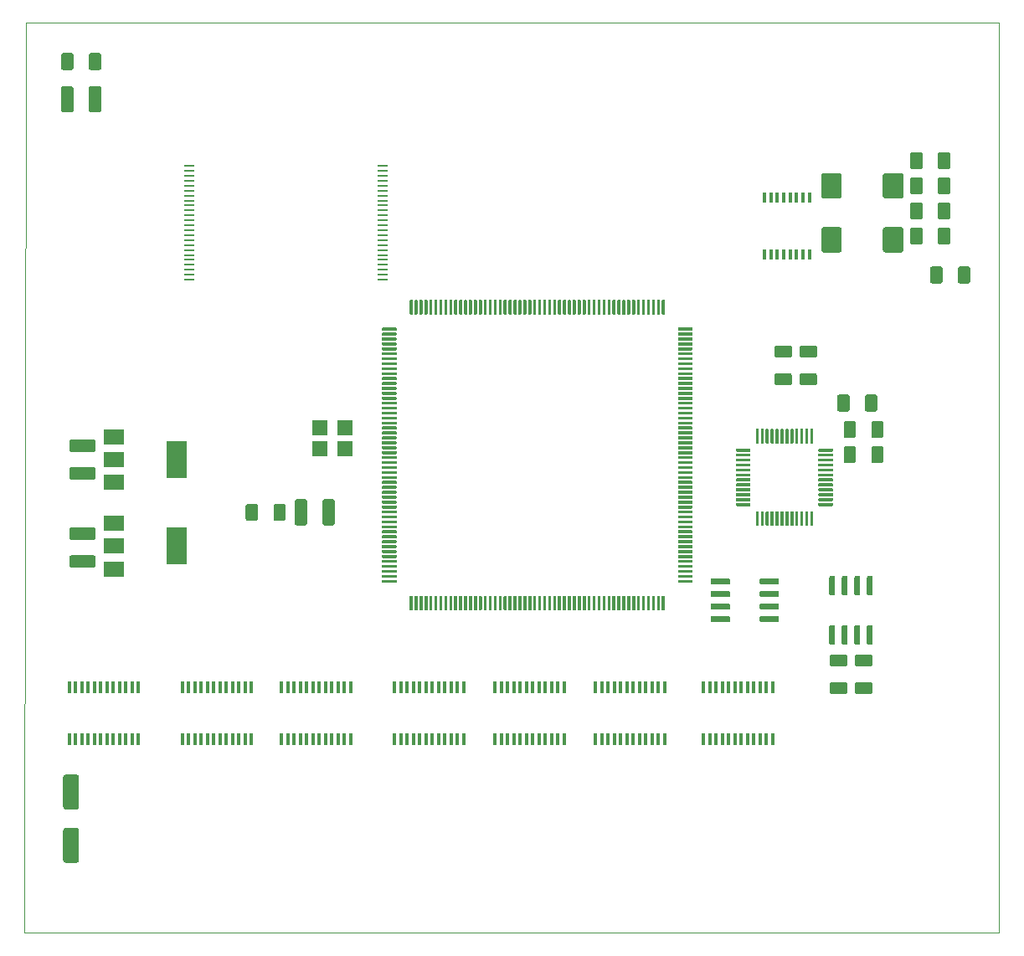
<source format=gbr>
G04 #@! TF.GenerationSoftware,KiCad,Pcbnew,5.1.5+dfsg1-2build2*
G04 #@! TF.CreationDate,2021-07-06T13:38:07+01:00*
G04 #@! TF.ProjectId,Video+Sound,56696465-6f2b-4536-9f75-6e642e6b6963,rev?*
G04 #@! TF.SameCoordinates,Original*
G04 #@! TF.FileFunction,Paste,Top*
G04 #@! TF.FilePolarity,Positive*
%FSLAX46Y46*%
G04 Gerber Fmt 4.6, Leading zero omitted, Abs format (unit mm)*
G04 Created by KiCad (PCBNEW 5.1.5+dfsg1-2build2) date 2021-07-06 13:38:07*
%MOMM*%
%LPD*%
G04 APERTURE LIST*
%ADD10C,0.050000*%
%ADD11C,0.100000*%
%ADD12R,0.400000X1.200000*%
%ADD13R,0.400000X1.000000*%
%ADD14R,1.600000X1.500000*%
%ADD15R,1.100000X0.250000*%
%ADD16R,2.000000X3.800000*%
%ADD17R,2.000000X1.500000*%
G04 APERTURE END LIST*
D10*
X74041000Y-63500000D02*
X73914000Y-155575000D01*
X172466000Y-63500000D02*
X74041000Y-63500000D01*
X172466000Y-155575000D02*
X172466000Y-63500000D01*
X73914000Y-155575000D02*
X172466000Y-155575000D01*
D11*
G36*
X162547504Y-78736204D02*
G01*
X162571773Y-78739804D01*
X162595571Y-78745765D01*
X162618671Y-78754030D01*
X162640849Y-78764520D01*
X162661893Y-78777133D01*
X162681598Y-78791747D01*
X162699777Y-78808223D01*
X162716253Y-78826402D01*
X162730867Y-78846107D01*
X162743480Y-78867151D01*
X162753970Y-78889329D01*
X162762235Y-78912429D01*
X162768196Y-78936227D01*
X162771796Y-78960496D01*
X162773000Y-78985000D01*
X162773000Y-81035000D01*
X162771796Y-81059504D01*
X162768196Y-81083773D01*
X162762235Y-81107571D01*
X162753970Y-81130671D01*
X162743480Y-81152849D01*
X162730867Y-81173893D01*
X162716253Y-81193598D01*
X162699777Y-81211777D01*
X162681598Y-81228253D01*
X162661893Y-81242867D01*
X162640849Y-81255480D01*
X162618671Y-81265970D01*
X162595571Y-81274235D01*
X162571773Y-81280196D01*
X162547504Y-81283796D01*
X162523000Y-81285000D01*
X160948000Y-81285000D01*
X160923496Y-81283796D01*
X160899227Y-81280196D01*
X160875429Y-81274235D01*
X160852329Y-81265970D01*
X160830151Y-81255480D01*
X160809107Y-81242867D01*
X160789402Y-81228253D01*
X160771223Y-81211777D01*
X160754747Y-81193598D01*
X160740133Y-81173893D01*
X160727520Y-81152849D01*
X160717030Y-81130671D01*
X160708765Y-81107571D01*
X160702804Y-81083773D01*
X160699204Y-81059504D01*
X160698000Y-81035000D01*
X160698000Y-78985000D01*
X160699204Y-78960496D01*
X160702804Y-78936227D01*
X160708765Y-78912429D01*
X160717030Y-78889329D01*
X160727520Y-78867151D01*
X160740133Y-78846107D01*
X160754747Y-78826402D01*
X160771223Y-78808223D01*
X160789402Y-78791747D01*
X160809107Y-78777133D01*
X160830151Y-78764520D01*
X160852329Y-78754030D01*
X160875429Y-78745765D01*
X160899227Y-78739804D01*
X160923496Y-78736204D01*
X160948000Y-78735000D01*
X162523000Y-78735000D01*
X162547504Y-78736204D01*
G37*
G36*
X156322504Y-78736204D02*
G01*
X156346773Y-78739804D01*
X156370571Y-78745765D01*
X156393671Y-78754030D01*
X156415849Y-78764520D01*
X156436893Y-78777133D01*
X156456598Y-78791747D01*
X156474777Y-78808223D01*
X156491253Y-78826402D01*
X156505867Y-78846107D01*
X156518480Y-78867151D01*
X156528970Y-78889329D01*
X156537235Y-78912429D01*
X156543196Y-78936227D01*
X156546796Y-78960496D01*
X156548000Y-78985000D01*
X156548000Y-81035000D01*
X156546796Y-81059504D01*
X156543196Y-81083773D01*
X156537235Y-81107571D01*
X156528970Y-81130671D01*
X156518480Y-81152849D01*
X156505867Y-81173893D01*
X156491253Y-81193598D01*
X156474777Y-81211777D01*
X156456598Y-81228253D01*
X156436893Y-81242867D01*
X156415849Y-81255480D01*
X156393671Y-81265970D01*
X156370571Y-81274235D01*
X156346773Y-81280196D01*
X156322504Y-81283796D01*
X156298000Y-81285000D01*
X154723000Y-81285000D01*
X154698496Y-81283796D01*
X154674227Y-81280196D01*
X154650429Y-81274235D01*
X154627329Y-81265970D01*
X154605151Y-81255480D01*
X154584107Y-81242867D01*
X154564402Y-81228253D01*
X154546223Y-81211777D01*
X154529747Y-81193598D01*
X154515133Y-81173893D01*
X154502520Y-81152849D01*
X154492030Y-81130671D01*
X154483765Y-81107571D01*
X154477804Y-81083773D01*
X154474204Y-81059504D01*
X154473000Y-81035000D01*
X154473000Y-78985000D01*
X154474204Y-78960496D01*
X154477804Y-78936227D01*
X154483765Y-78912429D01*
X154492030Y-78889329D01*
X154502520Y-78867151D01*
X154515133Y-78846107D01*
X154529747Y-78826402D01*
X154546223Y-78808223D01*
X154564402Y-78791747D01*
X154584107Y-78777133D01*
X154605151Y-78764520D01*
X154627329Y-78754030D01*
X154650429Y-78745765D01*
X154674227Y-78739804D01*
X154698496Y-78736204D01*
X154723000Y-78735000D01*
X156298000Y-78735000D01*
X156322504Y-78736204D01*
G37*
G36*
X162547504Y-84197204D02*
G01*
X162571773Y-84200804D01*
X162595571Y-84206765D01*
X162618671Y-84215030D01*
X162640849Y-84225520D01*
X162661893Y-84238133D01*
X162681598Y-84252747D01*
X162699777Y-84269223D01*
X162716253Y-84287402D01*
X162730867Y-84307107D01*
X162743480Y-84328151D01*
X162753970Y-84350329D01*
X162762235Y-84373429D01*
X162768196Y-84397227D01*
X162771796Y-84421496D01*
X162773000Y-84446000D01*
X162773000Y-86496000D01*
X162771796Y-86520504D01*
X162768196Y-86544773D01*
X162762235Y-86568571D01*
X162753970Y-86591671D01*
X162743480Y-86613849D01*
X162730867Y-86634893D01*
X162716253Y-86654598D01*
X162699777Y-86672777D01*
X162681598Y-86689253D01*
X162661893Y-86703867D01*
X162640849Y-86716480D01*
X162618671Y-86726970D01*
X162595571Y-86735235D01*
X162571773Y-86741196D01*
X162547504Y-86744796D01*
X162523000Y-86746000D01*
X160948000Y-86746000D01*
X160923496Y-86744796D01*
X160899227Y-86741196D01*
X160875429Y-86735235D01*
X160852329Y-86726970D01*
X160830151Y-86716480D01*
X160809107Y-86703867D01*
X160789402Y-86689253D01*
X160771223Y-86672777D01*
X160754747Y-86654598D01*
X160740133Y-86634893D01*
X160727520Y-86613849D01*
X160717030Y-86591671D01*
X160708765Y-86568571D01*
X160702804Y-86544773D01*
X160699204Y-86520504D01*
X160698000Y-86496000D01*
X160698000Y-84446000D01*
X160699204Y-84421496D01*
X160702804Y-84397227D01*
X160708765Y-84373429D01*
X160717030Y-84350329D01*
X160727520Y-84328151D01*
X160740133Y-84307107D01*
X160754747Y-84287402D01*
X160771223Y-84269223D01*
X160789402Y-84252747D01*
X160809107Y-84238133D01*
X160830151Y-84225520D01*
X160852329Y-84215030D01*
X160875429Y-84206765D01*
X160899227Y-84200804D01*
X160923496Y-84197204D01*
X160948000Y-84196000D01*
X162523000Y-84196000D01*
X162547504Y-84197204D01*
G37*
G36*
X156322504Y-84197204D02*
G01*
X156346773Y-84200804D01*
X156370571Y-84206765D01*
X156393671Y-84215030D01*
X156415849Y-84225520D01*
X156436893Y-84238133D01*
X156456598Y-84252747D01*
X156474777Y-84269223D01*
X156491253Y-84287402D01*
X156505867Y-84307107D01*
X156518480Y-84328151D01*
X156528970Y-84350329D01*
X156537235Y-84373429D01*
X156543196Y-84397227D01*
X156546796Y-84421496D01*
X156548000Y-84446000D01*
X156548000Y-86496000D01*
X156546796Y-86520504D01*
X156543196Y-86544773D01*
X156537235Y-86568571D01*
X156528970Y-86591671D01*
X156518480Y-86613849D01*
X156505867Y-86634893D01*
X156491253Y-86654598D01*
X156474777Y-86672777D01*
X156456598Y-86689253D01*
X156436893Y-86703867D01*
X156415849Y-86716480D01*
X156393671Y-86726970D01*
X156370571Y-86735235D01*
X156346773Y-86741196D01*
X156322504Y-86744796D01*
X156298000Y-86746000D01*
X154723000Y-86746000D01*
X154698496Y-86744796D01*
X154674227Y-86741196D01*
X154650429Y-86735235D01*
X154627329Y-86726970D01*
X154605151Y-86716480D01*
X154584107Y-86703867D01*
X154564402Y-86689253D01*
X154546223Y-86672777D01*
X154529747Y-86654598D01*
X154515133Y-86634893D01*
X154502520Y-86613849D01*
X154492030Y-86591671D01*
X154483765Y-86568571D01*
X154477804Y-86544773D01*
X154474204Y-86520504D01*
X154473000Y-86496000D01*
X154473000Y-84446000D01*
X154474204Y-84421496D01*
X154477804Y-84397227D01*
X154483765Y-84373429D01*
X154492030Y-84350329D01*
X154502520Y-84328151D01*
X154515133Y-84307107D01*
X154529747Y-84287402D01*
X154546223Y-84269223D01*
X154564402Y-84252747D01*
X154584107Y-84238133D01*
X154605151Y-84225520D01*
X154627329Y-84215030D01*
X154650429Y-84206765D01*
X154674227Y-84200804D01*
X154698496Y-84197204D01*
X154723000Y-84196000D01*
X156298000Y-84196000D01*
X156322504Y-84197204D01*
G37*
D12*
X89852500Y-130750000D03*
X90487500Y-130750000D03*
X91122500Y-130750000D03*
X91757500Y-130750000D03*
X92392500Y-130750000D03*
X93027500Y-130750000D03*
X93662500Y-130750000D03*
X94297500Y-130750000D03*
X94932500Y-130750000D03*
X95567500Y-130750000D03*
X96202500Y-130750000D03*
X96837500Y-130750000D03*
X96837500Y-135950000D03*
X96202500Y-135950000D03*
X95567500Y-135950000D03*
X94932500Y-135950000D03*
X94297500Y-135950000D03*
X93662500Y-135950000D03*
X93027500Y-135950000D03*
X92392500Y-135950000D03*
X91757500Y-135950000D03*
X91122500Y-135950000D03*
X90487500Y-135950000D03*
X89852500Y-135950000D03*
D13*
X148718000Y-81174000D03*
X149368000Y-81174000D03*
X150018000Y-81174000D03*
X150668000Y-81174000D03*
X151318000Y-81174000D03*
X151968000Y-81174000D03*
X152618000Y-81174000D03*
X153268000Y-81174000D03*
X153268000Y-86974000D03*
X152618000Y-86974000D03*
X151968000Y-86974000D03*
X151318000Y-86974000D03*
X150668000Y-86974000D03*
X150018000Y-86974000D03*
X149368000Y-86974000D03*
X148718000Y-86974000D03*
D12*
X78422500Y-130750000D03*
X79057500Y-130750000D03*
X79692500Y-130750000D03*
X80327500Y-130750000D03*
X80962500Y-130750000D03*
X81597500Y-130750000D03*
X82232500Y-130750000D03*
X82867500Y-130750000D03*
X83502500Y-130750000D03*
X84137500Y-130750000D03*
X84772500Y-130750000D03*
X85407500Y-130750000D03*
X85407500Y-135950000D03*
X84772500Y-135950000D03*
X84137500Y-135950000D03*
X83502500Y-135950000D03*
X82867500Y-135950000D03*
X82232500Y-135950000D03*
X81597500Y-135950000D03*
X80962500Y-135950000D03*
X80327500Y-135950000D03*
X79692500Y-135950000D03*
X79057500Y-135950000D03*
X78422500Y-135950000D03*
X99897500Y-130750000D03*
X100532500Y-130750000D03*
X101167500Y-130750000D03*
X101802500Y-130750000D03*
X102437500Y-130750000D03*
X103072500Y-130750000D03*
X103707500Y-130750000D03*
X104342500Y-130750000D03*
X104977500Y-130750000D03*
X105612500Y-130750000D03*
X106247500Y-130750000D03*
X106882500Y-130750000D03*
X106882500Y-135950000D03*
X106247500Y-135950000D03*
X105612500Y-135950000D03*
X104977500Y-135950000D03*
X104342500Y-135950000D03*
X103707500Y-135950000D03*
X103072500Y-135950000D03*
X102437500Y-135950000D03*
X101802500Y-135950000D03*
X101167500Y-135950000D03*
X100532500Y-135950000D03*
X99897500Y-135950000D03*
X111327500Y-130750000D03*
X111962500Y-130750000D03*
X112597500Y-130750000D03*
X113232500Y-130750000D03*
X113867500Y-130750000D03*
X114502500Y-130750000D03*
X115137500Y-130750000D03*
X115772500Y-130750000D03*
X116407500Y-130750000D03*
X117042500Y-130750000D03*
X117677500Y-130750000D03*
X118312500Y-130750000D03*
X118312500Y-135950000D03*
X117677500Y-135950000D03*
X117042500Y-135950000D03*
X116407500Y-135950000D03*
X115772500Y-135950000D03*
X115137500Y-135950000D03*
X114502500Y-135950000D03*
X113867500Y-135950000D03*
X113232500Y-135950000D03*
X112597500Y-135950000D03*
X111962500Y-135950000D03*
X111327500Y-135950000D03*
X121487500Y-130750000D03*
X122122500Y-130750000D03*
X122757500Y-130750000D03*
X123392500Y-130750000D03*
X124027500Y-130750000D03*
X124662500Y-130750000D03*
X125297500Y-130750000D03*
X125932500Y-130750000D03*
X126567500Y-130750000D03*
X127202500Y-130750000D03*
X127837500Y-130750000D03*
X128472500Y-130750000D03*
X128472500Y-135950000D03*
X127837500Y-135950000D03*
X127202500Y-135950000D03*
X126567500Y-135950000D03*
X125932500Y-135950000D03*
X125297500Y-135950000D03*
X124662500Y-135950000D03*
X124027500Y-135950000D03*
X123392500Y-135950000D03*
X122757500Y-135950000D03*
X122122500Y-135950000D03*
X121487500Y-135950000D03*
X131647500Y-130750000D03*
X132282500Y-130750000D03*
X132917500Y-130750000D03*
X133552500Y-130750000D03*
X134187500Y-130750000D03*
X134822500Y-130750000D03*
X135457500Y-130750000D03*
X136092500Y-130750000D03*
X136727500Y-130750000D03*
X137362500Y-130750000D03*
X137997500Y-130750000D03*
X138632500Y-130750000D03*
X138632500Y-135950000D03*
X137997500Y-135950000D03*
X137362500Y-135950000D03*
X136727500Y-135950000D03*
X136092500Y-135950000D03*
X135457500Y-135950000D03*
X134822500Y-135950000D03*
X134187500Y-135950000D03*
X133552500Y-135950000D03*
X132917500Y-135950000D03*
X132282500Y-135950000D03*
X131647500Y-135950000D03*
X142557500Y-130750000D03*
X143192500Y-130750000D03*
X143827500Y-130750000D03*
X144462500Y-130750000D03*
X145097500Y-130750000D03*
X145732500Y-130750000D03*
X146367500Y-130750000D03*
X147002500Y-130750000D03*
X147637500Y-130750000D03*
X148272500Y-130750000D03*
X148907500Y-130750000D03*
X149542500Y-130750000D03*
X149542500Y-135950000D03*
X148907500Y-135950000D03*
X148272500Y-135950000D03*
X147637500Y-135950000D03*
X147002500Y-135950000D03*
X146367500Y-135950000D03*
X145732500Y-135950000D03*
X145097500Y-135950000D03*
X144462500Y-135950000D03*
X143827500Y-135950000D03*
X143192500Y-135950000D03*
X142557500Y-135950000D03*
D11*
G36*
X167277504Y-76596204D02*
G01*
X167301773Y-76599804D01*
X167325571Y-76605765D01*
X167348671Y-76614030D01*
X167370849Y-76624520D01*
X167391893Y-76637133D01*
X167411598Y-76651747D01*
X167429777Y-76668223D01*
X167446253Y-76686402D01*
X167460867Y-76706107D01*
X167473480Y-76727151D01*
X167483970Y-76749329D01*
X167492235Y-76772429D01*
X167498196Y-76796227D01*
X167501796Y-76820496D01*
X167503000Y-76845000D01*
X167503000Y-78095000D01*
X167501796Y-78119504D01*
X167498196Y-78143773D01*
X167492235Y-78167571D01*
X167483970Y-78190671D01*
X167473480Y-78212849D01*
X167460867Y-78233893D01*
X167446253Y-78253598D01*
X167429777Y-78271777D01*
X167411598Y-78288253D01*
X167391893Y-78302867D01*
X167370849Y-78315480D01*
X167348671Y-78325970D01*
X167325571Y-78334235D01*
X167301773Y-78340196D01*
X167277504Y-78343796D01*
X167253000Y-78345000D01*
X166503000Y-78345000D01*
X166478496Y-78343796D01*
X166454227Y-78340196D01*
X166430429Y-78334235D01*
X166407329Y-78325970D01*
X166385151Y-78315480D01*
X166364107Y-78302867D01*
X166344402Y-78288253D01*
X166326223Y-78271777D01*
X166309747Y-78253598D01*
X166295133Y-78233893D01*
X166282520Y-78212849D01*
X166272030Y-78190671D01*
X166263765Y-78167571D01*
X166257804Y-78143773D01*
X166254204Y-78119504D01*
X166253000Y-78095000D01*
X166253000Y-76845000D01*
X166254204Y-76820496D01*
X166257804Y-76796227D01*
X166263765Y-76772429D01*
X166272030Y-76749329D01*
X166282520Y-76727151D01*
X166295133Y-76706107D01*
X166309747Y-76686402D01*
X166326223Y-76668223D01*
X166344402Y-76651747D01*
X166364107Y-76637133D01*
X166385151Y-76624520D01*
X166407329Y-76614030D01*
X166430429Y-76605765D01*
X166454227Y-76599804D01*
X166478496Y-76596204D01*
X166503000Y-76595000D01*
X167253000Y-76595000D01*
X167277504Y-76596204D01*
G37*
G36*
X164477504Y-76596204D02*
G01*
X164501773Y-76599804D01*
X164525571Y-76605765D01*
X164548671Y-76614030D01*
X164570849Y-76624520D01*
X164591893Y-76637133D01*
X164611598Y-76651747D01*
X164629777Y-76668223D01*
X164646253Y-76686402D01*
X164660867Y-76706107D01*
X164673480Y-76727151D01*
X164683970Y-76749329D01*
X164692235Y-76772429D01*
X164698196Y-76796227D01*
X164701796Y-76820496D01*
X164703000Y-76845000D01*
X164703000Y-78095000D01*
X164701796Y-78119504D01*
X164698196Y-78143773D01*
X164692235Y-78167571D01*
X164683970Y-78190671D01*
X164673480Y-78212849D01*
X164660867Y-78233893D01*
X164646253Y-78253598D01*
X164629777Y-78271777D01*
X164611598Y-78288253D01*
X164591893Y-78302867D01*
X164570849Y-78315480D01*
X164548671Y-78325970D01*
X164525571Y-78334235D01*
X164501773Y-78340196D01*
X164477504Y-78343796D01*
X164453000Y-78345000D01*
X163703000Y-78345000D01*
X163678496Y-78343796D01*
X163654227Y-78340196D01*
X163630429Y-78334235D01*
X163607329Y-78325970D01*
X163585151Y-78315480D01*
X163564107Y-78302867D01*
X163544402Y-78288253D01*
X163526223Y-78271777D01*
X163509747Y-78253598D01*
X163495133Y-78233893D01*
X163482520Y-78212849D01*
X163472030Y-78190671D01*
X163463765Y-78167571D01*
X163457804Y-78143773D01*
X163454204Y-78119504D01*
X163453000Y-78095000D01*
X163453000Y-76845000D01*
X163454204Y-76820496D01*
X163457804Y-76796227D01*
X163463765Y-76772429D01*
X163472030Y-76749329D01*
X163482520Y-76727151D01*
X163495133Y-76706107D01*
X163509747Y-76686402D01*
X163526223Y-76668223D01*
X163544402Y-76651747D01*
X163564107Y-76637133D01*
X163585151Y-76624520D01*
X163607329Y-76614030D01*
X163630429Y-76605765D01*
X163654227Y-76599804D01*
X163678496Y-76596204D01*
X163703000Y-76595000D01*
X164453000Y-76595000D01*
X164477504Y-76596204D01*
G37*
G36*
X167277504Y-84216204D02*
G01*
X167301773Y-84219804D01*
X167325571Y-84225765D01*
X167348671Y-84234030D01*
X167370849Y-84244520D01*
X167391893Y-84257133D01*
X167411598Y-84271747D01*
X167429777Y-84288223D01*
X167446253Y-84306402D01*
X167460867Y-84326107D01*
X167473480Y-84347151D01*
X167483970Y-84369329D01*
X167492235Y-84392429D01*
X167498196Y-84416227D01*
X167501796Y-84440496D01*
X167503000Y-84465000D01*
X167503000Y-85715000D01*
X167501796Y-85739504D01*
X167498196Y-85763773D01*
X167492235Y-85787571D01*
X167483970Y-85810671D01*
X167473480Y-85832849D01*
X167460867Y-85853893D01*
X167446253Y-85873598D01*
X167429777Y-85891777D01*
X167411598Y-85908253D01*
X167391893Y-85922867D01*
X167370849Y-85935480D01*
X167348671Y-85945970D01*
X167325571Y-85954235D01*
X167301773Y-85960196D01*
X167277504Y-85963796D01*
X167253000Y-85965000D01*
X166503000Y-85965000D01*
X166478496Y-85963796D01*
X166454227Y-85960196D01*
X166430429Y-85954235D01*
X166407329Y-85945970D01*
X166385151Y-85935480D01*
X166364107Y-85922867D01*
X166344402Y-85908253D01*
X166326223Y-85891777D01*
X166309747Y-85873598D01*
X166295133Y-85853893D01*
X166282520Y-85832849D01*
X166272030Y-85810671D01*
X166263765Y-85787571D01*
X166257804Y-85763773D01*
X166254204Y-85739504D01*
X166253000Y-85715000D01*
X166253000Y-84465000D01*
X166254204Y-84440496D01*
X166257804Y-84416227D01*
X166263765Y-84392429D01*
X166272030Y-84369329D01*
X166282520Y-84347151D01*
X166295133Y-84326107D01*
X166309747Y-84306402D01*
X166326223Y-84288223D01*
X166344402Y-84271747D01*
X166364107Y-84257133D01*
X166385151Y-84244520D01*
X166407329Y-84234030D01*
X166430429Y-84225765D01*
X166454227Y-84219804D01*
X166478496Y-84216204D01*
X166503000Y-84215000D01*
X167253000Y-84215000D01*
X167277504Y-84216204D01*
G37*
G36*
X164477504Y-84216204D02*
G01*
X164501773Y-84219804D01*
X164525571Y-84225765D01*
X164548671Y-84234030D01*
X164570849Y-84244520D01*
X164591893Y-84257133D01*
X164611598Y-84271747D01*
X164629777Y-84288223D01*
X164646253Y-84306402D01*
X164660867Y-84326107D01*
X164673480Y-84347151D01*
X164683970Y-84369329D01*
X164692235Y-84392429D01*
X164698196Y-84416227D01*
X164701796Y-84440496D01*
X164703000Y-84465000D01*
X164703000Y-85715000D01*
X164701796Y-85739504D01*
X164698196Y-85763773D01*
X164692235Y-85787571D01*
X164683970Y-85810671D01*
X164673480Y-85832849D01*
X164660867Y-85853893D01*
X164646253Y-85873598D01*
X164629777Y-85891777D01*
X164611598Y-85908253D01*
X164591893Y-85922867D01*
X164570849Y-85935480D01*
X164548671Y-85945970D01*
X164525571Y-85954235D01*
X164501773Y-85960196D01*
X164477504Y-85963796D01*
X164453000Y-85965000D01*
X163703000Y-85965000D01*
X163678496Y-85963796D01*
X163654227Y-85960196D01*
X163630429Y-85954235D01*
X163607329Y-85945970D01*
X163585151Y-85935480D01*
X163564107Y-85922867D01*
X163544402Y-85908253D01*
X163526223Y-85891777D01*
X163509747Y-85873598D01*
X163495133Y-85853893D01*
X163482520Y-85832849D01*
X163472030Y-85810671D01*
X163463765Y-85787571D01*
X163457804Y-85763773D01*
X163454204Y-85739504D01*
X163453000Y-85715000D01*
X163453000Y-84465000D01*
X163454204Y-84440496D01*
X163457804Y-84416227D01*
X163463765Y-84392429D01*
X163472030Y-84369329D01*
X163482520Y-84347151D01*
X163495133Y-84326107D01*
X163509747Y-84306402D01*
X163526223Y-84288223D01*
X163544402Y-84271747D01*
X163564107Y-84257133D01*
X163585151Y-84244520D01*
X163607329Y-84234030D01*
X163630429Y-84225765D01*
X163654227Y-84219804D01*
X163678496Y-84216204D01*
X163703000Y-84215000D01*
X164453000Y-84215000D01*
X164477504Y-84216204D01*
G37*
G36*
X167283504Y-79136204D02*
G01*
X167307773Y-79139804D01*
X167331571Y-79145765D01*
X167354671Y-79154030D01*
X167376849Y-79164520D01*
X167397893Y-79177133D01*
X167417598Y-79191747D01*
X167435777Y-79208223D01*
X167452253Y-79226402D01*
X167466867Y-79246107D01*
X167479480Y-79267151D01*
X167489970Y-79289329D01*
X167498235Y-79312429D01*
X167504196Y-79336227D01*
X167507796Y-79360496D01*
X167509000Y-79385000D01*
X167509000Y-80635000D01*
X167507796Y-80659504D01*
X167504196Y-80683773D01*
X167498235Y-80707571D01*
X167489970Y-80730671D01*
X167479480Y-80752849D01*
X167466867Y-80773893D01*
X167452253Y-80793598D01*
X167435777Y-80811777D01*
X167417598Y-80828253D01*
X167397893Y-80842867D01*
X167376849Y-80855480D01*
X167354671Y-80865970D01*
X167331571Y-80874235D01*
X167307773Y-80880196D01*
X167283504Y-80883796D01*
X167259000Y-80885000D01*
X166509000Y-80885000D01*
X166484496Y-80883796D01*
X166460227Y-80880196D01*
X166436429Y-80874235D01*
X166413329Y-80865970D01*
X166391151Y-80855480D01*
X166370107Y-80842867D01*
X166350402Y-80828253D01*
X166332223Y-80811777D01*
X166315747Y-80793598D01*
X166301133Y-80773893D01*
X166288520Y-80752849D01*
X166278030Y-80730671D01*
X166269765Y-80707571D01*
X166263804Y-80683773D01*
X166260204Y-80659504D01*
X166259000Y-80635000D01*
X166259000Y-79385000D01*
X166260204Y-79360496D01*
X166263804Y-79336227D01*
X166269765Y-79312429D01*
X166278030Y-79289329D01*
X166288520Y-79267151D01*
X166301133Y-79246107D01*
X166315747Y-79226402D01*
X166332223Y-79208223D01*
X166350402Y-79191747D01*
X166370107Y-79177133D01*
X166391151Y-79164520D01*
X166413329Y-79154030D01*
X166436429Y-79145765D01*
X166460227Y-79139804D01*
X166484496Y-79136204D01*
X166509000Y-79135000D01*
X167259000Y-79135000D01*
X167283504Y-79136204D01*
G37*
G36*
X164483504Y-79136204D02*
G01*
X164507773Y-79139804D01*
X164531571Y-79145765D01*
X164554671Y-79154030D01*
X164576849Y-79164520D01*
X164597893Y-79177133D01*
X164617598Y-79191747D01*
X164635777Y-79208223D01*
X164652253Y-79226402D01*
X164666867Y-79246107D01*
X164679480Y-79267151D01*
X164689970Y-79289329D01*
X164698235Y-79312429D01*
X164704196Y-79336227D01*
X164707796Y-79360496D01*
X164709000Y-79385000D01*
X164709000Y-80635000D01*
X164707796Y-80659504D01*
X164704196Y-80683773D01*
X164698235Y-80707571D01*
X164689970Y-80730671D01*
X164679480Y-80752849D01*
X164666867Y-80773893D01*
X164652253Y-80793598D01*
X164635777Y-80811777D01*
X164617598Y-80828253D01*
X164597893Y-80842867D01*
X164576849Y-80855480D01*
X164554671Y-80865970D01*
X164531571Y-80874235D01*
X164507773Y-80880196D01*
X164483504Y-80883796D01*
X164459000Y-80885000D01*
X163709000Y-80885000D01*
X163684496Y-80883796D01*
X163660227Y-80880196D01*
X163636429Y-80874235D01*
X163613329Y-80865970D01*
X163591151Y-80855480D01*
X163570107Y-80842867D01*
X163550402Y-80828253D01*
X163532223Y-80811777D01*
X163515747Y-80793598D01*
X163501133Y-80773893D01*
X163488520Y-80752849D01*
X163478030Y-80730671D01*
X163469765Y-80707571D01*
X163463804Y-80683773D01*
X163460204Y-80659504D01*
X163459000Y-80635000D01*
X163459000Y-79385000D01*
X163460204Y-79360496D01*
X163463804Y-79336227D01*
X163469765Y-79312429D01*
X163478030Y-79289329D01*
X163488520Y-79267151D01*
X163501133Y-79246107D01*
X163515747Y-79226402D01*
X163532223Y-79208223D01*
X163550402Y-79191747D01*
X163570107Y-79177133D01*
X163591151Y-79164520D01*
X163613329Y-79154030D01*
X163636429Y-79145765D01*
X163660227Y-79139804D01*
X163684496Y-79136204D01*
X163709000Y-79135000D01*
X164459000Y-79135000D01*
X164483504Y-79136204D01*
G37*
G36*
X167283504Y-81676204D02*
G01*
X167307773Y-81679804D01*
X167331571Y-81685765D01*
X167354671Y-81694030D01*
X167376849Y-81704520D01*
X167397893Y-81717133D01*
X167417598Y-81731747D01*
X167435777Y-81748223D01*
X167452253Y-81766402D01*
X167466867Y-81786107D01*
X167479480Y-81807151D01*
X167489970Y-81829329D01*
X167498235Y-81852429D01*
X167504196Y-81876227D01*
X167507796Y-81900496D01*
X167509000Y-81925000D01*
X167509000Y-83175000D01*
X167507796Y-83199504D01*
X167504196Y-83223773D01*
X167498235Y-83247571D01*
X167489970Y-83270671D01*
X167479480Y-83292849D01*
X167466867Y-83313893D01*
X167452253Y-83333598D01*
X167435777Y-83351777D01*
X167417598Y-83368253D01*
X167397893Y-83382867D01*
X167376849Y-83395480D01*
X167354671Y-83405970D01*
X167331571Y-83414235D01*
X167307773Y-83420196D01*
X167283504Y-83423796D01*
X167259000Y-83425000D01*
X166509000Y-83425000D01*
X166484496Y-83423796D01*
X166460227Y-83420196D01*
X166436429Y-83414235D01*
X166413329Y-83405970D01*
X166391151Y-83395480D01*
X166370107Y-83382867D01*
X166350402Y-83368253D01*
X166332223Y-83351777D01*
X166315747Y-83333598D01*
X166301133Y-83313893D01*
X166288520Y-83292849D01*
X166278030Y-83270671D01*
X166269765Y-83247571D01*
X166263804Y-83223773D01*
X166260204Y-83199504D01*
X166259000Y-83175000D01*
X166259000Y-81925000D01*
X166260204Y-81900496D01*
X166263804Y-81876227D01*
X166269765Y-81852429D01*
X166278030Y-81829329D01*
X166288520Y-81807151D01*
X166301133Y-81786107D01*
X166315747Y-81766402D01*
X166332223Y-81748223D01*
X166350402Y-81731747D01*
X166370107Y-81717133D01*
X166391151Y-81704520D01*
X166413329Y-81694030D01*
X166436429Y-81685765D01*
X166460227Y-81679804D01*
X166484496Y-81676204D01*
X166509000Y-81675000D01*
X167259000Y-81675000D01*
X167283504Y-81676204D01*
G37*
G36*
X164483504Y-81676204D02*
G01*
X164507773Y-81679804D01*
X164531571Y-81685765D01*
X164554671Y-81694030D01*
X164576849Y-81704520D01*
X164597893Y-81717133D01*
X164617598Y-81731747D01*
X164635777Y-81748223D01*
X164652253Y-81766402D01*
X164666867Y-81786107D01*
X164679480Y-81807151D01*
X164689970Y-81829329D01*
X164698235Y-81852429D01*
X164704196Y-81876227D01*
X164707796Y-81900496D01*
X164709000Y-81925000D01*
X164709000Y-83175000D01*
X164707796Y-83199504D01*
X164704196Y-83223773D01*
X164698235Y-83247571D01*
X164689970Y-83270671D01*
X164679480Y-83292849D01*
X164666867Y-83313893D01*
X164652253Y-83333598D01*
X164635777Y-83351777D01*
X164617598Y-83368253D01*
X164597893Y-83382867D01*
X164576849Y-83395480D01*
X164554671Y-83405970D01*
X164531571Y-83414235D01*
X164507773Y-83420196D01*
X164483504Y-83423796D01*
X164459000Y-83425000D01*
X163709000Y-83425000D01*
X163684496Y-83423796D01*
X163660227Y-83420196D01*
X163636429Y-83414235D01*
X163613329Y-83405970D01*
X163591151Y-83395480D01*
X163570107Y-83382867D01*
X163550402Y-83368253D01*
X163532223Y-83351777D01*
X163515747Y-83333598D01*
X163501133Y-83313893D01*
X163488520Y-83292849D01*
X163478030Y-83270671D01*
X163469765Y-83247571D01*
X163463804Y-83223773D01*
X163460204Y-83199504D01*
X163459000Y-83175000D01*
X163459000Y-81925000D01*
X163460204Y-81900496D01*
X163463804Y-81876227D01*
X163469765Y-81852429D01*
X163478030Y-81829329D01*
X163488520Y-81807151D01*
X163501133Y-81786107D01*
X163515747Y-81766402D01*
X163532223Y-81748223D01*
X163550402Y-81731747D01*
X163570107Y-81717133D01*
X163591151Y-81704520D01*
X163613329Y-81694030D01*
X163636429Y-81685765D01*
X163660227Y-81679804D01*
X163684496Y-81676204D01*
X163709000Y-81675000D01*
X164459000Y-81675000D01*
X164483504Y-81676204D01*
G37*
G36*
X169309504Y-88153204D02*
G01*
X169333773Y-88156804D01*
X169357571Y-88162765D01*
X169380671Y-88171030D01*
X169402849Y-88181520D01*
X169423893Y-88194133D01*
X169443598Y-88208747D01*
X169461777Y-88225223D01*
X169478253Y-88243402D01*
X169492867Y-88263107D01*
X169505480Y-88284151D01*
X169515970Y-88306329D01*
X169524235Y-88329429D01*
X169530196Y-88353227D01*
X169533796Y-88377496D01*
X169535000Y-88402000D01*
X169535000Y-89652000D01*
X169533796Y-89676504D01*
X169530196Y-89700773D01*
X169524235Y-89724571D01*
X169515970Y-89747671D01*
X169505480Y-89769849D01*
X169492867Y-89790893D01*
X169478253Y-89810598D01*
X169461777Y-89828777D01*
X169443598Y-89845253D01*
X169423893Y-89859867D01*
X169402849Y-89872480D01*
X169380671Y-89882970D01*
X169357571Y-89891235D01*
X169333773Y-89897196D01*
X169309504Y-89900796D01*
X169285000Y-89902000D01*
X168535000Y-89902000D01*
X168510496Y-89900796D01*
X168486227Y-89897196D01*
X168462429Y-89891235D01*
X168439329Y-89882970D01*
X168417151Y-89872480D01*
X168396107Y-89859867D01*
X168376402Y-89845253D01*
X168358223Y-89828777D01*
X168341747Y-89810598D01*
X168327133Y-89790893D01*
X168314520Y-89769849D01*
X168304030Y-89747671D01*
X168295765Y-89724571D01*
X168289804Y-89700773D01*
X168286204Y-89676504D01*
X168285000Y-89652000D01*
X168285000Y-88402000D01*
X168286204Y-88377496D01*
X168289804Y-88353227D01*
X168295765Y-88329429D01*
X168304030Y-88306329D01*
X168314520Y-88284151D01*
X168327133Y-88263107D01*
X168341747Y-88243402D01*
X168358223Y-88225223D01*
X168376402Y-88208747D01*
X168396107Y-88194133D01*
X168417151Y-88181520D01*
X168439329Y-88171030D01*
X168462429Y-88162765D01*
X168486227Y-88156804D01*
X168510496Y-88153204D01*
X168535000Y-88152000D01*
X169285000Y-88152000D01*
X169309504Y-88153204D01*
G37*
G36*
X166509504Y-88153204D02*
G01*
X166533773Y-88156804D01*
X166557571Y-88162765D01*
X166580671Y-88171030D01*
X166602849Y-88181520D01*
X166623893Y-88194133D01*
X166643598Y-88208747D01*
X166661777Y-88225223D01*
X166678253Y-88243402D01*
X166692867Y-88263107D01*
X166705480Y-88284151D01*
X166715970Y-88306329D01*
X166724235Y-88329429D01*
X166730196Y-88353227D01*
X166733796Y-88377496D01*
X166735000Y-88402000D01*
X166735000Y-89652000D01*
X166733796Y-89676504D01*
X166730196Y-89700773D01*
X166724235Y-89724571D01*
X166715970Y-89747671D01*
X166705480Y-89769849D01*
X166692867Y-89790893D01*
X166678253Y-89810598D01*
X166661777Y-89828777D01*
X166643598Y-89845253D01*
X166623893Y-89859867D01*
X166602849Y-89872480D01*
X166580671Y-89882970D01*
X166557571Y-89891235D01*
X166533773Y-89897196D01*
X166509504Y-89900796D01*
X166485000Y-89902000D01*
X165735000Y-89902000D01*
X165710496Y-89900796D01*
X165686227Y-89897196D01*
X165662429Y-89891235D01*
X165639329Y-89882970D01*
X165617151Y-89872480D01*
X165596107Y-89859867D01*
X165576402Y-89845253D01*
X165558223Y-89828777D01*
X165541747Y-89810598D01*
X165527133Y-89790893D01*
X165514520Y-89769849D01*
X165504030Y-89747671D01*
X165495765Y-89724571D01*
X165489804Y-89700773D01*
X165486204Y-89676504D01*
X165485000Y-89652000D01*
X165485000Y-88402000D01*
X165486204Y-88377496D01*
X165489804Y-88353227D01*
X165495765Y-88329429D01*
X165504030Y-88306329D01*
X165514520Y-88284151D01*
X165527133Y-88263107D01*
X165541747Y-88243402D01*
X165558223Y-88225223D01*
X165576402Y-88208747D01*
X165596107Y-88194133D01*
X165617151Y-88181520D01*
X165639329Y-88171030D01*
X165662429Y-88162765D01*
X165686227Y-88156804D01*
X165710496Y-88153204D01*
X165735000Y-88152000D01*
X166485000Y-88152000D01*
X166509504Y-88153204D01*
G37*
G36*
X79187504Y-144969204D02*
G01*
X79211773Y-144972804D01*
X79235571Y-144978765D01*
X79258671Y-144987030D01*
X79280849Y-144997520D01*
X79301893Y-145010133D01*
X79321598Y-145024747D01*
X79339777Y-145041223D01*
X79356253Y-145059402D01*
X79370867Y-145079107D01*
X79383480Y-145100151D01*
X79393970Y-145122329D01*
X79402235Y-145145429D01*
X79408196Y-145169227D01*
X79411796Y-145193496D01*
X79413000Y-145218000D01*
X79413000Y-148218000D01*
X79411796Y-148242504D01*
X79408196Y-148266773D01*
X79402235Y-148290571D01*
X79393970Y-148313671D01*
X79383480Y-148335849D01*
X79370867Y-148356893D01*
X79356253Y-148376598D01*
X79339777Y-148394777D01*
X79321598Y-148411253D01*
X79301893Y-148425867D01*
X79280849Y-148438480D01*
X79258671Y-148448970D01*
X79235571Y-148457235D01*
X79211773Y-148463196D01*
X79187504Y-148466796D01*
X79163000Y-148468000D01*
X78063000Y-148468000D01*
X78038496Y-148466796D01*
X78014227Y-148463196D01*
X77990429Y-148457235D01*
X77967329Y-148448970D01*
X77945151Y-148438480D01*
X77924107Y-148425867D01*
X77904402Y-148411253D01*
X77886223Y-148394777D01*
X77869747Y-148376598D01*
X77855133Y-148356893D01*
X77842520Y-148335849D01*
X77832030Y-148313671D01*
X77823765Y-148290571D01*
X77817804Y-148266773D01*
X77814204Y-148242504D01*
X77813000Y-148218000D01*
X77813000Y-145218000D01*
X77814204Y-145193496D01*
X77817804Y-145169227D01*
X77823765Y-145145429D01*
X77832030Y-145122329D01*
X77842520Y-145100151D01*
X77855133Y-145079107D01*
X77869747Y-145059402D01*
X77886223Y-145041223D01*
X77904402Y-145024747D01*
X77924107Y-145010133D01*
X77945151Y-144997520D01*
X77967329Y-144987030D01*
X77990429Y-144978765D01*
X78014227Y-144972804D01*
X78038496Y-144969204D01*
X78063000Y-144968000D01*
X79163000Y-144968000D01*
X79187504Y-144969204D01*
G37*
G36*
X79187504Y-139569204D02*
G01*
X79211773Y-139572804D01*
X79235571Y-139578765D01*
X79258671Y-139587030D01*
X79280849Y-139597520D01*
X79301893Y-139610133D01*
X79321598Y-139624747D01*
X79339777Y-139641223D01*
X79356253Y-139659402D01*
X79370867Y-139679107D01*
X79383480Y-139700151D01*
X79393970Y-139722329D01*
X79402235Y-139745429D01*
X79408196Y-139769227D01*
X79411796Y-139793496D01*
X79413000Y-139818000D01*
X79413000Y-142818000D01*
X79411796Y-142842504D01*
X79408196Y-142866773D01*
X79402235Y-142890571D01*
X79393970Y-142913671D01*
X79383480Y-142935849D01*
X79370867Y-142956893D01*
X79356253Y-142976598D01*
X79339777Y-142994777D01*
X79321598Y-143011253D01*
X79301893Y-143025867D01*
X79280849Y-143038480D01*
X79258671Y-143048970D01*
X79235571Y-143057235D01*
X79211773Y-143063196D01*
X79187504Y-143066796D01*
X79163000Y-143068000D01*
X78063000Y-143068000D01*
X78038496Y-143066796D01*
X78014227Y-143063196D01*
X77990429Y-143057235D01*
X77967329Y-143048970D01*
X77945151Y-143038480D01*
X77924107Y-143025867D01*
X77904402Y-143011253D01*
X77886223Y-142994777D01*
X77869747Y-142976598D01*
X77855133Y-142956893D01*
X77842520Y-142935849D01*
X77832030Y-142913671D01*
X77823765Y-142890571D01*
X77817804Y-142866773D01*
X77814204Y-142842504D01*
X77813000Y-142818000D01*
X77813000Y-139818000D01*
X77814204Y-139793496D01*
X77817804Y-139769227D01*
X77823765Y-139745429D01*
X77832030Y-139722329D01*
X77842520Y-139700151D01*
X77855133Y-139679107D01*
X77869747Y-139659402D01*
X77886223Y-139641223D01*
X77904402Y-139624747D01*
X77924107Y-139610133D01*
X77945151Y-139597520D01*
X77967329Y-139587030D01*
X77990429Y-139578765D01*
X78014227Y-139572804D01*
X78038496Y-139569204D01*
X78063000Y-139568000D01*
X79163000Y-139568000D01*
X79187504Y-139569204D01*
G37*
G36*
X157114504Y-101107204D02*
G01*
X157138773Y-101110804D01*
X157162571Y-101116765D01*
X157185671Y-101125030D01*
X157207849Y-101135520D01*
X157228893Y-101148133D01*
X157248598Y-101162747D01*
X157266777Y-101179223D01*
X157283253Y-101197402D01*
X157297867Y-101217107D01*
X157310480Y-101238151D01*
X157320970Y-101260329D01*
X157329235Y-101283429D01*
X157335196Y-101307227D01*
X157338796Y-101331496D01*
X157340000Y-101356000D01*
X157340000Y-102606000D01*
X157338796Y-102630504D01*
X157335196Y-102654773D01*
X157329235Y-102678571D01*
X157320970Y-102701671D01*
X157310480Y-102723849D01*
X157297867Y-102744893D01*
X157283253Y-102764598D01*
X157266777Y-102782777D01*
X157248598Y-102799253D01*
X157228893Y-102813867D01*
X157207849Y-102826480D01*
X157185671Y-102836970D01*
X157162571Y-102845235D01*
X157138773Y-102851196D01*
X157114504Y-102854796D01*
X157090000Y-102856000D01*
X156340000Y-102856000D01*
X156315496Y-102854796D01*
X156291227Y-102851196D01*
X156267429Y-102845235D01*
X156244329Y-102836970D01*
X156222151Y-102826480D01*
X156201107Y-102813867D01*
X156181402Y-102799253D01*
X156163223Y-102782777D01*
X156146747Y-102764598D01*
X156132133Y-102744893D01*
X156119520Y-102723849D01*
X156109030Y-102701671D01*
X156100765Y-102678571D01*
X156094804Y-102654773D01*
X156091204Y-102630504D01*
X156090000Y-102606000D01*
X156090000Y-101356000D01*
X156091204Y-101331496D01*
X156094804Y-101307227D01*
X156100765Y-101283429D01*
X156109030Y-101260329D01*
X156119520Y-101238151D01*
X156132133Y-101217107D01*
X156146747Y-101197402D01*
X156163223Y-101179223D01*
X156181402Y-101162747D01*
X156201107Y-101148133D01*
X156222151Y-101135520D01*
X156244329Y-101125030D01*
X156267429Y-101116765D01*
X156291227Y-101110804D01*
X156315496Y-101107204D01*
X156340000Y-101106000D01*
X157090000Y-101106000D01*
X157114504Y-101107204D01*
G37*
G36*
X159914504Y-101107204D02*
G01*
X159938773Y-101110804D01*
X159962571Y-101116765D01*
X159985671Y-101125030D01*
X160007849Y-101135520D01*
X160028893Y-101148133D01*
X160048598Y-101162747D01*
X160066777Y-101179223D01*
X160083253Y-101197402D01*
X160097867Y-101217107D01*
X160110480Y-101238151D01*
X160120970Y-101260329D01*
X160129235Y-101283429D01*
X160135196Y-101307227D01*
X160138796Y-101331496D01*
X160140000Y-101356000D01*
X160140000Y-102606000D01*
X160138796Y-102630504D01*
X160135196Y-102654773D01*
X160129235Y-102678571D01*
X160120970Y-102701671D01*
X160110480Y-102723849D01*
X160097867Y-102744893D01*
X160083253Y-102764598D01*
X160066777Y-102782777D01*
X160048598Y-102799253D01*
X160028893Y-102813867D01*
X160007849Y-102826480D01*
X159985671Y-102836970D01*
X159962571Y-102845235D01*
X159938773Y-102851196D01*
X159914504Y-102854796D01*
X159890000Y-102856000D01*
X159140000Y-102856000D01*
X159115496Y-102854796D01*
X159091227Y-102851196D01*
X159067429Y-102845235D01*
X159044329Y-102836970D01*
X159022151Y-102826480D01*
X159001107Y-102813867D01*
X158981402Y-102799253D01*
X158963223Y-102782777D01*
X158946747Y-102764598D01*
X158932133Y-102744893D01*
X158919520Y-102723849D01*
X158909030Y-102701671D01*
X158900765Y-102678571D01*
X158894804Y-102654773D01*
X158891204Y-102630504D01*
X158890000Y-102606000D01*
X158890000Y-101356000D01*
X158891204Y-101331496D01*
X158894804Y-101307227D01*
X158900765Y-101283429D01*
X158909030Y-101260329D01*
X158919520Y-101238151D01*
X158932133Y-101217107D01*
X158946747Y-101197402D01*
X158963223Y-101179223D01*
X158981402Y-101162747D01*
X159001107Y-101148133D01*
X159022151Y-101135520D01*
X159044329Y-101125030D01*
X159067429Y-101116765D01*
X159091227Y-101110804D01*
X159115496Y-101107204D01*
X159140000Y-101106000D01*
X159890000Y-101106000D01*
X159914504Y-101107204D01*
G37*
D14*
X103759000Y-106637000D03*
X106299000Y-106637000D03*
X106299000Y-104437000D03*
X103759000Y-104437000D03*
D15*
X110080000Y-78000000D03*
X110080000Y-78500000D03*
X110080000Y-79000000D03*
X110080000Y-79500000D03*
X110080000Y-80000000D03*
X110080000Y-80500000D03*
X110080000Y-81000000D03*
X110080000Y-81500000D03*
X110080000Y-82000000D03*
X110080000Y-82500000D03*
X110080000Y-83000000D03*
X110080000Y-83500000D03*
X110080000Y-84000000D03*
X110080000Y-84500000D03*
X110080000Y-85000000D03*
X110080000Y-85500000D03*
X110080000Y-86000000D03*
X110080000Y-86500000D03*
X110080000Y-87000000D03*
X110080000Y-87500000D03*
X110080000Y-88000000D03*
X110080000Y-88500000D03*
X110080000Y-89000000D03*
X90580000Y-89500000D03*
X90580000Y-89000000D03*
X90580000Y-88500000D03*
X90580000Y-88000000D03*
X90580000Y-87500000D03*
X90580000Y-87000000D03*
X90580000Y-86500000D03*
X90580000Y-86000000D03*
X90580000Y-85500000D03*
X90580000Y-85000000D03*
X90580000Y-84500000D03*
X90580000Y-84000000D03*
X90580000Y-83500000D03*
X90580000Y-83000000D03*
X90580000Y-82500000D03*
X90580000Y-82000000D03*
X90580000Y-81500000D03*
X90580000Y-81000000D03*
X90580000Y-80500000D03*
X90580000Y-80000000D03*
X90580000Y-79500000D03*
X90580000Y-79000000D03*
X90580000Y-78500000D03*
X110080000Y-89500000D03*
X90580000Y-78000000D03*
D11*
G36*
X138582351Y-121475361D02*
G01*
X138589632Y-121476441D01*
X138596771Y-121478229D01*
X138603701Y-121480709D01*
X138610355Y-121483856D01*
X138616668Y-121487640D01*
X138622579Y-121492024D01*
X138628033Y-121496967D01*
X138632976Y-121502421D01*
X138637360Y-121508332D01*
X138641144Y-121514645D01*
X138644291Y-121521299D01*
X138646771Y-121528229D01*
X138648559Y-121535368D01*
X138649639Y-121542649D01*
X138650000Y-121550000D01*
X138650000Y-122875000D01*
X138649639Y-122882351D01*
X138648559Y-122889632D01*
X138646771Y-122896771D01*
X138644291Y-122903701D01*
X138641144Y-122910355D01*
X138637360Y-122916668D01*
X138632976Y-122922579D01*
X138628033Y-122928033D01*
X138622579Y-122932976D01*
X138616668Y-122937360D01*
X138610355Y-122941144D01*
X138603701Y-122944291D01*
X138596771Y-122946771D01*
X138589632Y-122948559D01*
X138582351Y-122949639D01*
X138575000Y-122950000D01*
X138425000Y-122950000D01*
X138417649Y-122949639D01*
X138410368Y-122948559D01*
X138403229Y-122946771D01*
X138396299Y-122944291D01*
X138389645Y-122941144D01*
X138383332Y-122937360D01*
X138377421Y-122932976D01*
X138371967Y-122928033D01*
X138367024Y-122922579D01*
X138362640Y-122916668D01*
X138358856Y-122910355D01*
X138355709Y-122903701D01*
X138353229Y-122896771D01*
X138351441Y-122889632D01*
X138350361Y-122882351D01*
X138350000Y-122875000D01*
X138350000Y-121550000D01*
X138350361Y-121542649D01*
X138351441Y-121535368D01*
X138353229Y-121528229D01*
X138355709Y-121521299D01*
X138358856Y-121514645D01*
X138362640Y-121508332D01*
X138367024Y-121502421D01*
X138371967Y-121496967D01*
X138377421Y-121492024D01*
X138383332Y-121487640D01*
X138389645Y-121483856D01*
X138396299Y-121480709D01*
X138403229Y-121478229D01*
X138410368Y-121476441D01*
X138417649Y-121475361D01*
X138425000Y-121475000D01*
X138575000Y-121475000D01*
X138582351Y-121475361D01*
G37*
G36*
X138082351Y-121475361D02*
G01*
X138089632Y-121476441D01*
X138096771Y-121478229D01*
X138103701Y-121480709D01*
X138110355Y-121483856D01*
X138116668Y-121487640D01*
X138122579Y-121492024D01*
X138128033Y-121496967D01*
X138132976Y-121502421D01*
X138137360Y-121508332D01*
X138141144Y-121514645D01*
X138144291Y-121521299D01*
X138146771Y-121528229D01*
X138148559Y-121535368D01*
X138149639Y-121542649D01*
X138150000Y-121550000D01*
X138150000Y-122875000D01*
X138149639Y-122882351D01*
X138148559Y-122889632D01*
X138146771Y-122896771D01*
X138144291Y-122903701D01*
X138141144Y-122910355D01*
X138137360Y-122916668D01*
X138132976Y-122922579D01*
X138128033Y-122928033D01*
X138122579Y-122932976D01*
X138116668Y-122937360D01*
X138110355Y-122941144D01*
X138103701Y-122944291D01*
X138096771Y-122946771D01*
X138089632Y-122948559D01*
X138082351Y-122949639D01*
X138075000Y-122950000D01*
X137925000Y-122950000D01*
X137917649Y-122949639D01*
X137910368Y-122948559D01*
X137903229Y-122946771D01*
X137896299Y-122944291D01*
X137889645Y-122941144D01*
X137883332Y-122937360D01*
X137877421Y-122932976D01*
X137871967Y-122928033D01*
X137867024Y-122922579D01*
X137862640Y-122916668D01*
X137858856Y-122910355D01*
X137855709Y-122903701D01*
X137853229Y-122896771D01*
X137851441Y-122889632D01*
X137850361Y-122882351D01*
X137850000Y-122875000D01*
X137850000Y-121550000D01*
X137850361Y-121542649D01*
X137851441Y-121535368D01*
X137853229Y-121528229D01*
X137855709Y-121521299D01*
X137858856Y-121514645D01*
X137862640Y-121508332D01*
X137867024Y-121502421D01*
X137871967Y-121496967D01*
X137877421Y-121492024D01*
X137883332Y-121487640D01*
X137889645Y-121483856D01*
X137896299Y-121480709D01*
X137903229Y-121478229D01*
X137910368Y-121476441D01*
X137917649Y-121475361D01*
X137925000Y-121475000D01*
X138075000Y-121475000D01*
X138082351Y-121475361D01*
G37*
G36*
X137582351Y-121475361D02*
G01*
X137589632Y-121476441D01*
X137596771Y-121478229D01*
X137603701Y-121480709D01*
X137610355Y-121483856D01*
X137616668Y-121487640D01*
X137622579Y-121492024D01*
X137628033Y-121496967D01*
X137632976Y-121502421D01*
X137637360Y-121508332D01*
X137641144Y-121514645D01*
X137644291Y-121521299D01*
X137646771Y-121528229D01*
X137648559Y-121535368D01*
X137649639Y-121542649D01*
X137650000Y-121550000D01*
X137650000Y-122875000D01*
X137649639Y-122882351D01*
X137648559Y-122889632D01*
X137646771Y-122896771D01*
X137644291Y-122903701D01*
X137641144Y-122910355D01*
X137637360Y-122916668D01*
X137632976Y-122922579D01*
X137628033Y-122928033D01*
X137622579Y-122932976D01*
X137616668Y-122937360D01*
X137610355Y-122941144D01*
X137603701Y-122944291D01*
X137596771Y-122946771D01*
X137589632Y-122948559D01*
X137582351Y-122949639D01*
X137575000Y-122950000D01*
X137425000Y-122950000D01*
X137417649Y-122949639D01*
X137410368Y-122948559D01*
X137403229Y-122946771D01*
X137396299Y-122944291D01*
X137389645Y-122941144D01*
X137383332Y-122937360D01*
X137377421Y-122932976D01*
X137371967Y-122928033D01*
X137367024Y-122922579D01*
X137362640Y-122916668D01*
X137358856Y-122910355D01*
X137355709Y-122903701D01*
X137353229Y-122896771D01*
X137351441Y-122889632D01*
X137350361Y-122882351D01*
X137350000Y-122875000D01*
X137350000Y-121550000D01*
X137350361Y-121542649D01*
X137351441Y-121535368D01*
X137353229Y-121528229D01*
X137355709Y-121521299D01*
X137358856Y-121514645D01*
X137362640Y-121508332D01*
X137367024Y-121502421D01*
X137371967Y-121496967D01*
X137377421Y-121492024D01*
X137383332Y-121487640D01*
X137389645Y-121483856D01*
X137396299Y-121480709D01*
X137403229Y-121478229D01*
X137410368Y-121476441D01*
X137417649Y-121475361D01*
X137425000Y-121475000D01*
X137575000Y-121475000D01*
X137582351Y-121475361D01*
G37*
G36*
X137082351Y-121475361D02*
G01*
X137089632Y-121476441D01*
X137096771Y-121478229D01*
X137103701Y-121480709D01*
X137110355Y-121483856D01*
X137116668Y-121487640D01*
X137122579Y-121492024D01*
X137128033Y-121496967D01*
X137132976Y-121502421D01*
X137137360Y-121508332D01*
X137141144Y-121514645D01*
X137144291Y-121521299D01*
X137146771Y-121528229D01*
X137148559Y-121535368D01*
X137149639Y-121542649D01*
X137150000Y-121550000D01*
X137150000Y-122875000D01*
X137149639Y-122882351D01*
X137148559Y-122889632D01*
X137146771Y-122896771D01*
X137144291Y-122903701D01*
X137141144Y-122910355D01*
X137137360Y-122916668D01*
X137132976Y-122922579D01*
X137128033Y-122928033D01*
X137122579Y-122932976D01*
X137116668Y-122937360D01*
X137110355Y-122941144D01*
X137103701Y-122944291D01*
X137096771Y-122946771D01*
X137089632Y-122948559D01*
X137082351Y-122949639D01*
X137075000Y-122950000D01*
X136925000Y-122950000D01*
X136917649Y-122949639D01*
X136910368Y-122948559D01*
X136903229Y-122946771D01*
X136896299Y-122944291D01*
X136889645Y-122941144D01*
X136883332Y-122937360D01*
X136877421Y-122932976D01*
X136871967Y-122928033D01*
X136867024Y-122922579D01*
X136862640Y-122916668D01*
X136858856Y-122910355D01*
X136855709Y-122903701D01*
X136853229Y-122896771D01*
X136851441Y-122889632D01*
X136850361Y-122882351D01*
X136850000Y-122875000D01*
X136850000Y-121550000D01*
X136850361Y-121542649D01*
X136851441Y-121535368D01*
X136853229Y-121528229D01*
X136855709Y-121521299D01*
X136858856Y-121514645D01*
X136862640Y-121508332D01*
X136867024Y-121502421D01*
X136871967Y-121496967D01*
X136877421Y-121492024D01*
X136883332Y-121487640D01*
X136889645Y-121483856D01*
X136896299Y-121480709D01*
X136903229Y-121478229D01*
X136910368Y-121476441D01*
X136917649Y-121475361D01*
X136925000Y-121475000D01*
X137075000Y-121475000D01*
X137082351Y-121475361D01*
G37*
G36*
X136582351Y-121475361D02*
G01*
X136589632Y-121476441D01*
X136596771Y-121478229D01*
X136603701Y-121480709D01*
X136610355Y-121483856D01*
X136616668Y-121487640D01*
X136622579Y-121492024D01*
X136628033Y-121496967D01*
X136632976Y-121502421D01*
X136637360Y-121508332D01*
X136641144Y-121514645D01*
X136644291Y-121521299D01*
X136646771Y-121528229D01*
X136648559Y-121535368D01*
X136649639Y-121542649D01*
X136650000Y-121550000D01*
X136650000Y-122875000D01*
X136649639Y-122882351D01*
X136648559Y-122889632D01*
X136646771Y-122896771D01*
X136644291Y-122903701D01*
X136641144Y-122910355D01*
X136637360Y-122916668D01*
X136632976Y-122922579D01*
X136628033Y-122928033D01*
X136622579Y-122932976D01*
X136616668Y-122937360D01*
X136610355Y-122941144D01*
X136603701Y-122944291D01*
X136596771Y-122946771D01*
X136589632Y-122948559D01*
X136582351Y-122949639D01*
X136575000Y-122950000D01*
X136425000Y-122950000D01*
X136417649Y-122949639D01*
X136410368Y-122948559D01*
X136403229Y-122946771D01*
X136396299Y-122944291D01*
X136389645Y-122941144D01*
X136383332Y-122937360D01*
X136377421Y-122932976D01*
X136371967Y-122928033D01*
X136367024Y-122922579D01*
X136362640Y-122916668D01*
X136358856Y-122910355D01*
X136355709Y-122903701D01*
X136353229Y-122896771D01*
X136351441Y-122889632D01*
X136350361Y-122882351D01*
X136350000Y-122875000D01*
X136350000Y-121550000D01*
X136350361Y-121542649D01*
X136351441Y-121535368D01*
X136353229Y-121528229D01*
X136355709Y-121521299D01*
X136358856Y-121514645D01*
X136362640Y-121508332D01*
X136367024Y-121502421D01*
X136371967Y-121496967D01*
X136377421Y-121492024D01*
X136383332Y-121487640D01*
X136389645Y-121483856D01*
X136396299Y-121480709D01*
X136403229Y-121478229D01*
X136410368Y-121476441D01*
X136417649Y-121475361D01*
X136425000Y-121475000D01*
X136575000Y-121475000D01*
X136582351Y-121475361D01*
G37*
G36*
X136082351Y-121475361D02*
G01*
X136089632Y-121476441D01*
X136096771Y-121478229D01*
X136103701Y-121480709D01*
X136110355Y-121483856D01*
X136116668Y-121487640D01*
X136122579Y-121492024D01*
X136128033Y-121496967D01*
X136132976Y-121502421D01*
X136137360Y-121508332D01*
X136141144Y-121514645D01*
X136144291Y-121521299D01*
X136146771Y-121528229D01*
X136148559Y-121535368D01*
X136149639Y-121542649D01*
X136150000Y-121550000D01*
X136150000Y-122875000D01*
X136149639Y-122882351D01*
X136148559Y-122889632D01*
X136146771Y-122896771D01*
X136144291Y-122903701D01*
X136141144Y-122910355D01*
X136137360Y-122916668D01*
X136132976Y-122922579D01*
X136128033Y-122928033D01*
X136122579Y-122932976D01*
X136116668Y-122937360D01*
X136110355Y-122941144D01*
X136103701Y-122944291D01*
X136096771Y-122946771D01*
X136089632Y-122948559D01*
X136082351Y-122949639D01*
X136075000Y-122950000D01*
X135925000Y-122950000D01*
X135917649Y-122949639D01*
X135910368Y-122948559D01*
X135903229Y-122946771D01*
X135896299Y-122944291D01*
X135889645Y-122941144D01*
X135883332Y-122937360D01*
X135877421Y-122932976D01*
X135871967Y-122928033D01*
X135867024Y-122922579D01*
X135862640Y-122916668D01*
X135858856Y-122910355D01*
X135855709Y-122903701D01*
X135853229Y-122896771D01*
X135851441Y-122889632D01*
X135850361Y-122882351D01*
X135850000Y-122875000D01*
X135850000Y-121550000D01*
X135850361Y-121542649D01*
X135851441Y-121535368D01*
X135853229Y-121528229D01*
X135855709Y-121521299D01*
X135858856Y-121514645D01*
X135862640Y-121508332D01*
X135867024Y-121502421D01*
X135871967Y-121496967D01*
X135877421Y-121492024D01*
X135883332Y-121487640D01*
X135889645Y-121483856D01*
X135896299Y-121480709D01*
X135903229Y-121478229D01*
X135910368Y-121476441D01*
X135917649Y-121475361D01*
X135925000Y-121475000D01*
X136075000Y-121475000D01*
X136082351Y-121475361D01*
G37*
G36*
X135582351Y-121475361D02*
G01*
X135589632Y-121476441D01*
X135596771Y-121478229D01*
X135603701Y-121480709D01*
X135610355Y-121483856D01*
X135616668Y-121487640D01*
X135622579Y-121492024D01*
X135628033Y-121496967D01*
X135632976Y-121502421D01*
X135637360Y-121508332D01*
X135641144Y-121514645D01*
X135644291Y-121521299D01*
X135646771Y-121528229D01*
X135648559Y-121535368D01*
X135649639Y-121542649D01*
X135650000Y-121550000D01*
X135650000Y-122875000D01*
X135649639Y-122882351D01*
X135648559Y-122889632D01*
X135646771Y-122896771D01*
X135644291Y-122903701D01*
X135641144Y-122910355D01*
X135637360Y-122916668D01*
X135632976Y-122922579D01*
X135628033Y-122928033D01*
X135622579Y-122932976D01*
X135616668Y-122937360D01*
X135610355Y-122941144D01*
X135603701Y-122944291D01*
X135596771Y-122946771D01*
X135589632Y-122948559D01*
X135582351Y-122949639D01*
X135575000Y-122950000D01*
X135425000Y-122950000D01*
X135417649Y-122949639D01*
X135410368Y-122948559D01*
X135403229Y-122946771D01*
X135396299Y-122944291D01*
X135389645Y-122941144D01*
X135383332Y-122937360D01*
X135377421Y-122932976D01*
X135371967Y-122928033D01*
X135367024Y-122922579D01*
X135362640Y-122916668D01*
X135358856Y-122910355D01*
X135355709Y-122903701D01*
X135353229Y-122896771D01*
X135351441Y-122889632D01*
X135350361Y-122882351D01*
X135350000Y-122875000D01*
X135350000Y-121550000D01*
X135350361Y-121542649D01*
X135351441Y-121535368D01*
X135353229Y-121528229D01*
X135355709Y-121521299D01*
X135358856Y-121514645D01*
X135362640Y-121508332D01*
X135367024Y-121502421D01*
X135371967Y-121496967D01*
X135377421Y-121492024D01*
X135383332Y-121487640D01*
X135389645Y-121483856D01*
X135396299Y-121480709D01*
X135403229Y-121478229D01*
X135410368Y-121476441D01*
X135417649Y-121475361D01*
X135425000Y-121475000D01*
X135575000Y-121475000D01*
X135582351Y-121475361D01*
G37*
G36*
X135082351Y-121475361D02*
G01*
X135089632Y-121476441D01*
X135096771Y-121478229D01*
X135103701Y-121480709D01*
X135110355Y-121483856D01*
X135116668Y-121487640D01*
X135122579Y-121492024D01*
X135128033Y-121496967D01*
X135132976Y-121502421D01*
X135137360Y-121508332D01*
X135141144Y-121514645D01*
X135144291Y-121521299D01*
X135146771Y-121528229D01*
X135148559Y-121535368D01*
X135149639Y-121542649D01*
X135150000Y-121550000D01*
X135150000Y-122875000D01*
X135149639Y-122882351D01*
X135148559Y-122889632D01*
X135146771Y-122896771D01*
X135144291Y-122903701D01*
X135141144Y-122910355D01*
X135137360Y-122916668D01*
X135132976Y-122922579D01*
X135128033Y-122928033D01*
X135122579Y-122932976D01*
X135116668Y-122937360D01*
X135110355Y-122941144D01*
X135103701Y-122944291D01*
X135096771Y-122946771D01*
X135089632Y-122948559D01*
X135082351Y-122949639D01*
X135075000Y-122950000D01*
X134925000Y-122950000D01*
X134917649Y-122949639D01*
X134910368Y-122948559D01*
X134903229Y-122946771D01*
X134896299Y-122944291D01*
X134889645Y-122941144D01*
X134883332Y-122937360D01*
X134877421Y-122932976D01*
X134871967Y-122928033D01*
X134867024Y-122922579D01*
X134862640Y-122916668D01*
X134858856Y-122910355D01*
X134855709Y-122903701D01*
X134853229Y-122896771D01*
X134851441Y-122889632D01*
X134850361Y-122882351D01*
X134850000Y-122875000D01*
X134850000Y-121550000D01*
X134850361Y-121542649D01*
X134851441Y-121535368D01*
X134853229Y-121528229D01*
X134855709Y-121521299D01*
X134858856Y-121514645D01*
X134862640Y-121508332D01*
X134867024Y-121502421D01*
X134871967Y-121496967D01*
X134877421Y-121492024D01*
X134883332Y-121487640D01*
X134889645Y-121483856D01*
X134896299Y-121480709D01*
X134903229Y-121478229D01*
X134910368Y-121476441D01*
X134917649Y-121475361D01*
X134925000Y-121475000D01*
X135075000Y-121475000D01*
X135082351Y-121475361D01*
G37*
G36*
X134582351Y-121475361D02*
G01*
X134589632Y-121476441D01*
X134596771Y-121478229D01*
X134603701Y-121480709D01*
X134610355Y-121483856D01*
X134616668Y-121487640D01*
X134622579Y-121492024D01*
X134628033Y-121496967D01*
X134632976Y-121502421D01*
X134637360Y-121508332D01*
X134641144Y-121514645D01*
X134644291Y-121521299D01*
X134646771Y-121528229D01*
X134648559Y-121535368D01*
X134649639Y-121542649D01*
X134650000Y-121550000D01*
X134650000Y-122875000D01*
X134649639Y-122882351D01*
X134648559Y-122889632D01*
X134646771Y-122896771D01*
X134644291Y-122903701D01*
X134641144Y-122910355D01*
X134637360Y-122916668D01*
X134632976Y-122922579D01*
X134628033Y-122928033D01*
X134622579Y-122932976D01*
X134616668Y-122937360D01*
X134610355Y-122941144D01*
X134603701Y-122944291D01*
X134596771Y-122946771D01*
X134589632Y-122948559D01*
X134582351Y-122949639D01*
X134575000Y-122950000D01*
X134425000Y-122950000D01*
X134417649Y-122949639D01*
X134410368Y-122948559D01*
X134403229Y-122946771D01*
X134396299Y-122944291D01*
X134389645Y-122941144D01*
X134383332Y-122937360D01*
X134377421Y-122932976D01*
X134371967Y-122928033D01*
X134367024Y-122922579D01*
X134362640Y-122916668D01*
X134358856Y-122910355D01*
X134355709Y-122903701D01*
X134353229Y-122896771D01*
X134351441Y-122889632D01*
X134350361Y-122882351D01*
X134350000Y-122875000D01*
X134350000Y-121550000D01*
X134350361Y-121542649D01*
X134351441Y-121535368D01*
X134353229Y-121528229D01*
X134355709Y-121521299D01*
X134358856Y-121514645D01*
X134362640Y-121508332D01*
X134367024Y-121502421D01*
X134371967Y-121496967D01*
X134377421Y-121492024D01*
X134383332Y-121487640D01*
X134389645Y-121483856D01*
X134396299Y-121480709D01*
X134403229Y-121478229D01*
X134410368Y-121476441D01*
X134417649Y-121475361D01*
X134425000Y-121475000D01*
X134575000Y-121475000D01*
X134582351Y-121475361D01*
G37*
G36*
X134082351Y-121475361D02*
G01*
X134089632Y-121476441D01*
X134096771Y-121478229D01*
X134103701Y-121480709D01*
X134110355Y-121483856D01*
X134116668Y-121487640D01*
X134122579Y-121492024D01*
X134128033Y-121496967D01*
X134132976Y-121502421D01*
X134137360Y-121508332D01*
X134141144Y-121514645D01*
X134144291Y-121521299D01*
X134146771Y-121528229D01*
X134148559Y-121535368D01*
X134149639Y-121542649D01*
X134150000Y-121550000D01*
X134150000Y-122875000D01*
X134149639Y-122882351D01*
X134148559Y-122889632D01*
X134146771Y-122896771D01*
X134144291Y-122903701D01*
X134141144Y-122910355D01*
X134137360Y-122916668D01*
X134132976Y-122922579D01*
X134128033Y-122928033D01*
X134122579Y-122932976D01*
X134116668Y-122937360D01*
X134110355Y-122941144D01*
X134103701Y-122944291D01*
X134096771Y-122946771D01*
X134089632Y-122948559D01*
X134082351Y-122949639D01*
X134075000Y-122950000D01*
X133925000Y-122950000D01*
X133917649Y-122949639D01*
X133910368Y-122948559D01*
X133903229Y-122946771D01*
X133896299Y-122944291D01*
X133889645Y-122941144D01*
X133883332Y-122937360D01*
X133877421Y-122932976D01*
X133871967Y-122928033D01*
X133867024Y-122922579D01*
X133862640Y-122916668D01*
X133858856Y-122910355D01*
X133855709Y-122903701D01*
X133853229Y-122896771D01*
X133851441Y-122889632D01*
X133850361Y-122882351D01*
X133850000Y-122875000D01*
X133850000Y-121550000D01*
X133850361Y-121542649D01*
X133851441Y-121535368D01*
X133853229Y-121528229D01*
X133855709Y-121521299D01*
X133858856Y-121514645D01*
X133862640Y-121508332D01*
X133867024Y-121502421D01*
X133871967Y-121496967D01*
X133877421Y-121492024D01*
X133883332Y-121487640D01*
X133889645Y-121483856D01*
X133896299Y-121480709D01*
X133903229Y-121478229D01*
X133910368Y-121476441D01*
X133917649Y-121475361D01*
X133925000Y-121475000D01*
X134075000Y-121475000D01*
X134082351Y-121475361D01*
G37*
G36*
X133582351Y-121475361D02*
G01*
X133589632Y-121476441D01*
X133596771Y-121478229D01*
X133603701Y-121480709D01*
X133610355Y-121483856D01*
X133616668Y-121487640D01*
X133622579Y-121492024D01*
X133628033Y-121496967D01*
X133632976Y-121502421D01*
X133637360Y-121508332D01*
X133641144Y-121514645D01*
X133644291Y-121521299D01*
X133646771Y-121528229D01*
X133648559Y-121535368D01*
X133649639Y-121542649D01*
X133650000Y-121550000D01*
X133650000Y-122875000D01*
X133649639Y-122882351D01*
X133648559Y-122889632D01*
X133646771Y-122896771D01*
X133644291Y-122903701D01*
X133641144Y-122910355D01*
X133637360Y-122916668D01*
X133632976Y-122922579D01*
X133628033Y-122928033D01*
X133622579Y-122932976D01*
X133616668Y-122937360D01*
X133610355Y-122941144D01*
X133603701Y-122944291D01*
X133596771Y-122946771D01*
X133589632Y-122948559D01*
X133582351Y-122949639D01*
X133575000Y-122950000D01*
X133425000Y-122950000D01*
X133417649Y-122949639D01*
X133410368Y-122948559D01*
X133403229Y-122946771D01*
X133396299Y-122944291D01*
X133389645Y-122941144D01*
X133383332Y-122937360D01*
X133377421Y-122932976D01*
X133371967Y-122928033D01*
X133367024Y-122922579D01*
X133362640Y-122916668D01*
X133358856Y-122910355D01*
X133355709Y-122903701D01*
X133353229Y-122896771D01*
X133351441Y-122889632D01*
X133350361Y-122882351D01*
X133350000Y-122875000D01*
X133350000Y-121550000D01*
X133350361Y-121542649D01*
X133351441Y-121535368D01*
X133353229Y-121528229D01*
X133355709Y-121521299D01*
X133358856Y-121514645D01*
X133362640Y-121508332D01*
X133367024Y-121502421D01*
X133371967Y-121496967D01*
X133377421Y-121492024D01*
X133383332Y-121487640D01*
X133389645Y-121483856D01*
X133396299Y-121480709D01*
X133403229Y-121478229D01*
X133410368Y-121476441D01*
X133417649Y-121475361D01*
X133425000Y-121475000D01*
X133575000Y-121475000D01*
X133582351Y-121475361D01*
G37*
G36*
X133082351Y-121475361D02*
G01*
X133089632Y-121476441D01*
X133096771Y-121478229D01*
X133103701Y-121480709D01*
X133110355Y-121483856D01*
X133116668Y-121487640D01*
X133122579Y-121492024D01*
X133128033Y-121496967D01*
X133132976Y-121502421D01*
X133137360Y-121508332D01*
X133141144Y-121514645D01*
X133144291Y-121521299D01*
X133146771Y-121528229D01*
X133148559Y-121535368D01*
X133149639Y-121542649D01*
X133150000Y-121550000D01*
X133150000Y-122875000D01*
X133149639Y-122882351D01*
X133148559Y-122889632D01*
X133146771Y-122896771D01*
X133144291Y-122903701D01*
X133141144Y-122910355D01*
X133137360Y-122916668D01*
X133132976Y-122922579D01*
X133128033Y-122928033D01*
X133122579Y-122932976D01*
X133116668Y-122937360D01*
X133110355Y-122941144D01*
X133103701Y-122944291D01*
X133096771Y-122946771D01*
X133089632Y-122948559D01*
X133082351Y-122949639D01*
X133075000Y-122950000D01*
X132925000Y-122950000D01*
X132917649Y-122949639D01*
X132910368Y-122948559D01*
X132903229Y-122946771D01*
X132896299Y-122944291D01*
X132889645Y-122941144D01*
X132883332Y-122937360D01*
X132877421Y-122932976D01*
X132871967Y-122928033D01*
X132867024Y-122922579D01*
X132862640Y-122916668D01*
X132858856Y-122910355D01*
X132855709Y-122903701D01*
X132853229Y-122896771D01*
X132851441Y-122889632D01*
X132850361Y-122882351D01*
X132850000Y-122875000D01*
X132850000Y-121550000D01*
X132850361Y-121542649D01*
X132851441Y-121535368D01*
X132853229Y-121528229D01*
X132855709Y-121521299D01*
X132858856Y-121514645D01*
X132862640Y-121508332D01*
X132867024Y-121502421D01*
X132871967Y-121496967D01*
X132877421Y-121492024D01*
X132883332Y-121487640D01*
X132889645Y-121483856D01*
X132896299Y-121480709D01*
X132903229Y-121478229D01*
X132910368Y-121476441D01*
X132917649Y-121475361D01*
X132925000Y-121475000D01*
X133075000Y-121475000D01*
X133082351Y-121475361D01*
G37*
G36*
X132582351Y-121475361D02*
G01*
X132589632Y-121476441D01*
X132596771Y-121478229D01*
X132603701Y-121480709D01*
X132610355Y-121483856D01*
X132616668Y-121487640D01*
X132622579Y-121492024D01*
X132628033Y-121496967D01*
X132632976Y-121502421D01*
X132637360Y-121508332D01*
X132641144Y-121514645D01*
X132644291Y-121521299D01*
X132646771Y-121528229D01*
X132648559Y-121535368D01*
X132649639Y-121542649D01*
X132650000Y-121550000D01*
X132650000Y-122875000D01*
X132649639Y-122882351D01*
X132648559Y-122889632D01*
X132646771Y-122896771D01*
X132644291Y-122903701D01*
X132641144Y-122910355D01*
X132637360Y-122916668D01*
X132632976Y-122922579D01*
X132628033Y-122928033D01*
X132622579Y-122932976D01*
X132616668Y-122937360D01*
X132610355Y-122941144D01*
X132603701Y-122944291D01*
X132596771Y-122946771D01*
X132589632Y-122948559D01*
X132582351Y-122949639D01*
X132575000Y-122950000D01*
X132425000Y-122950000D01*
X132417649Y-122949639D01*
X132410368Y-122948559D01*
X132403229Y-122946771D01*
X132396299Y-122944291D01*
X132389645Y-122941144D01*
X132383332Y-122937360D01*
X132377421Y-122932976D01*
X132371967Y-122928033D01*
X132367024Y-122922579D01*
X132362640Y-122916668D01*
X132358856Y-122910355D01*
X132355709Y-122903701D01*
X132353229Y-122896771D01*
X132351441Y-122889632D01*
X132350361Y-122882351D01*
X132350000Y-122875000D01*
X132350000Y-121550000D01*
X132350361Y-121542649D01*
X132351441Y-121535368D01*
X132353229Y-121528229D01*
X132355709Y-121521299D01*
X132358856Y-121514645D01*
X132362640Y-121508332D01*
X132367024Y-121502421D01*
X132371967Y-121496967D01*
X132377421Y-121492024D01*
X132383332Y-121487640D01*
X132389645Y-121483856D01*
X132396299Y-121480709D01*
X132403229Y-121478229D01*
X132410368Y-121476441D01*
X132417649Y-121475361D01*
X132425000Y-121475000D01*
X132575000Y-121475000D01*
X132582351Y-121475361D01*
G37*
G36*
X132082351Y-121475361D02*
G01*
X132089632Y-121476441D01*
X132096771Y-121478229D01*
X132103701Y-121480709D01*
X132110355Y-121483856D01*
X132116668Y-121487640D01*
X132122579Y-121492024D01*
X132128033Y-121496967D01*
X132132976Y-121502421D01*
X132137360Y-121508332D01*
X132141144Y-121514645D01*
X132144291Y-121521299D01*
X132146771Y-121528229D01*
X132148559Y-121535368D01*
X132149639Y-121542649D01*
X132150000Y-121550000D01*
X132150000Y-122875000D01*
X132149639Y-122882351D01*
X132148559Y-122889632D01*
X132146771Y-122896771D01*
X132144291Y-122903701D01*
X132141144Y-122910355D01*
X132137360Y-122916668D01*
X132132976Y-122922579D01*
X132128033Y-122928033D01*
X132122579Y-122932976D01*
X132116668Y-122937360D01*
X132110355Y-122941144D01*
X132103701Y-122944291D01*
X132096771Y-122946771D01*
X132089632Y-122948559D01*
X132082351Y-122949639D01*
X132075000Y-122950000D01*
X131925000Y-122950000D01*
X131917649Y-122949639D01*
X131910368Y-122948559D01*
X131903229Y-122946771D01*
X131896299Y-122944291D01*
X131889645Y-122941144D01*
X131883332Y-122937360D01*
X131877421Y-122932976D01*
X131871967Y-122928033D01*
X131867024Y-122922579D01*
X131862640Y-122916668D01*
X131858856Y-122910355D01*
X131855709Y-122903701D01*
X131853229Y-122896771D01*
X131851441Y-122889632D01*
X131850361Y-122882351D01*
X131850000Y-122875000D01*
X131850000Y-121550000D01*
X131850361Y-121542649D01*
X131851441Y-121535368D01*
X131853229Y-121528229D01*
X131855709Y-121521299D01*
X131858856Y-121514645D01*
X131862640Y-121508332D01*
X131867024Y-121502421D01*
X131871967Y-121496967D01*
X131877421Y-121492024D01*
X131883332Y-121487640D01*
X131889645Y-121483856D01*
X131896299Y-121480709D01*
X131903229Y-121478229D01*
X131910368Y-121476441D01*
X131917649Y-121475361D01*
X131925000Y-121475000D01*
X132075000Y-121475000D01*
X132082351Y-121475361D01*
G37*
G36*
X131582351Y-121475361D02*
G01*
X131589632Y-121476441D01*
X131596771Y-121478229D01*
X131603701Y-121480709D01*
X131610355Y-121483856D01*
X131616668Y-121487640D01*
X131622579Y-121492024D01*
X131628033Y-121496967D01*
X131632976Y-121502421D01*
X131637360Y-121508332D01*
X131641144Y-121514645D01*
X131644291Y-121521299D01*
X131646771Y-121528229D01*
X131648559Y-121535368D01*
X131649639Y-121542649D01*
X131650000Y-121550000D01*
X131650000Y-122875000D01*
X131649639Y-122882351D01*
X131648559Y-122889632D01*
X131646771Y-122896771D01*
X131644291Y-122903701D01*
X131641144Y-122910355D01*
X131637360Y-122916668D01*
X131632976Y-122922579D01*
X131628033Y-122928033D01*
X131622579Y-122932976D01*
X131616668Y-122937360D01*
X131610355Y-122941144D01*
X131603701Y-122944291D01*
X131596771Y-122946771D01*
X131589632Y-122948559D01*
X131582351Y-122949639D01*
X131575000Y-122950000D01*
X131425000Y-122950000D01*
X131417649Y-122949639D01*
X131410368Y-122948559D01*
X131403229Y-122946771D01*
X131396299Y-122944291D01*
X131389645Y-122941144D01*
X131383332Y-122937360D01*
X131377421Y-122932976D01*
X131371967Y-122928033D01*
X131367024Y-122922579D01*
X131362640Y-122916668D01*
X131358856Y-122910355D01*
X131355709Y-122903701D01*
X131353229Y-122896771D01*
X131351441Y-122889632D01*
X131350361Y-122882351D01*
X131350000Y-122875000D01*
X131350000Y-121550000D01*
X131350361Y-121542649D01*
X131351441Y-121535368D01*
X131353229Y-121528229D01*
X131355709Y-121521299D01*
X131358856Y-121514645D01*
X131362640Y-121508332D01*
X131367024Y-121502421D01*
X131371967Y-121496967D01*
X131377421Y-121492024D01*
X131383332Y-121487640D01*
X131389645Y-121483856D01*
X131396299Y-121480709D01*
X131403229Y-121478229D01*
X131410368Y-121476441D01*
X131417649Y-121475361D01*
X131425000Y-121475000D01*
X131575000Y-121475000D01*
X131582351Y-121475361D01*
G37*
G36*
X131082351Y-121475361D02*
G01*
X131089632Y-121476441D01*
X131096771Y-121478229D01*
X131103701Y-121480709D01*
X131110355Y-121483856D01*
X131116668Y-121487640D01*
X131122579Y-121492024D01*
X131128033Y-121496967D01*
X131132976Y-121502421D01*
X131137360Y-121508332D01*
X131141144Y-121514645D01*
X131144291Y-121521299D01*
X131146771Y-121528229D01*
X131148559Y-121535368D01*
X131149639Y-121542649D01*
X131150000Y-121550000D01*
X131150000Y-122875000D01*
X131149639Y-122882351D01*
X131148559Y-122889632D01*
X131146771Y-122896771D01*
X131144291Y-122903701D01*
X131141144Y-122910355D01*
X131137360Y-122916668D01*
X131132976Y-122922579D01*
X131128033Y-122928033D01*
X131122579Y-122932976D01*
X131116668Y-122937360D01*
X131110355Y-122941144D01*
X131103701Y-122944291D01*
X131096771Y-122946771D01*
X131089632Y-122948559D01*
X131082351Y-122949639D01*
X131075000Y-122950000D01*
X130925000Y-122950000D01*
X130917649Y-122949639D01*
X130910368Y-122948559D01*
X130903229Y-122946771D01*
X130896299Y-122944291D01*
X130889645Y-122941144D01*
X130883332Y-122937360D01*
X130877421Y-122932976D01*
X130871967Y-122928033D01*
X130867024Y-122922579D01*
X130862640Y-122916668D01*
X130858856Y-122910355D01*
X130855709Y-122903701D01*
X130853229Y-122896771D01*
X130851441Y-122889632D01*
X130850361Y-122882351D01*
X130850000Y-122875000D01*
X130850000Y-121550000D01*
X130850361Y-121542649D01*
X130851441Y-121535368D01*
X130853229Y-121528229D01*
X130855709Y-121521299D01*
X130858856Y-121514645D01*
X130862640Y-121508332D01*
X130867024Y-121502421D01*
X130871967Y-121496967D01*
X130877421Y-121492024D01*
X130883332Y-121487640D01*
X130889645Y-121483856D01*
X130896299Y-121480709D01*
X130903229Y-121478229D01*
X130910368Y-121476441D01*
X130917649Y-121475361D01*
X130925000Y-121475000D01*
X131075000Y-121475000D01*
X131082351Y-121475361D01*
G37*
G36*
X130582351Y-121475361D02*
G01*
X130589632Y-121476441D01*
X130596771Y-121478229D01*
X130603701Y-121480709D01*
X130610355Y-121483856D01*
X130616668Y-121487640D01*
X130622579Y-121492024D01*
X130628033Y-121496967D01*
X130632976Y-121502421D01*
X130637360Y-121508332D01*
X130641144Y-121514645D01*
X130644291Y-121521299D01*
X130646771Y-121528229D01*
X130648559Y-121535368D01*
X130649639Y-121542649D01*
X130650000Y-121550000D01*
X130650000Y-122875000D01*
X130649639Y-122882351D01*
X130648559Y-122889632D01*
X130646771Y-122896771D01*
X130644291Y-122903701D01*
X130641144Y-122910355D01*
X130637360Y-122916668D01*
X130632976Y-122922579D01*
X130628033Y-122928033D01*
X130622579Y-122932976D01*
X130616668Y-122937360D01*
X130610355Y-122941144D01*
X130603701Y-122944291D01*
X130596771Y-122946771D01*
X130589632Y-122948559D01*
X130582351Y-122949639D01*
X130575000Y-122950000D01*
X130425000Y-122950000D01*
X130417649Y-122949639D01*
X130410368Y-122948559D01*
X130403229Y-122946771D01*
X130396299Y-122944291D01*
X130389645Y-122941144D01*
X130383332Y-122937360D01*
X130377421Y-122932976D01*
X130371967Y-122928033D01*
X130367024Y-122922579D01*
X130362640Y-122916668D01*
X130358856Y-122910355D01*
X130355709Y-122903701D01*
X130353229Y-122896771D01*
X130351441Y-122889632D01*
X130350361Y-122882351D01*
X130350000Y-122875000D01*
X130350000Y-121550000D01*
X130350361Y-121542649D01*
X130351441Y-121535368D01*
X130353229Y-121528229D01*
X130355709Y-121521299D01*
X130358856Y-121514645D01*
X130362640Y-121508332D01*
X130367024Y-121502421D01*
X130371967Y-121496967D01*
X130377421Y-121492024D01*
X130383332Y-121487640D01*
X130389645Y-121483856D01*
X130396299Y-121480709D01*
X130403229Y-121478229D01*
X130410368Y-121476441D01*
X130417649Y-121475361D01*
X130425000Y-121475000D01*
X130575000Y-121475000D01*
X130582351Y-121475361D01*
G37*
G36*
X130082351Y-121475361D02*
G01*
X130089632Y-121476441D01*
X130096771Y-121478229D01*
X130103701Y-121480709D01*
X130110355Y-121483856D01*
X130116668Y-121487640D01*
X130122579Y-121492024D01*
X130128033Y-121496967D01*
X130132976Y-121502421D01*
X130137360Y-121508332D01*
X130141144Y-121514645D01*
X130144291Y-121521299D01*
X130146771Y-121528229D01*
X130148559Y-121535368D01*
X130149639Y-121542649D01*
X130150000Y-121550000D01*
X130150000Y-122875000D01*
X130149639Y-122882351D01*
X130148559Y-122889632D01*
X130146771Y-122896771D01*
X130144291Y-122903701D01*
X130141144Y-122910355D01*
X130137360Y-122916668D01*
X130132976Y-122922579D01*
X130128033Y-122928033D01*
X130122579Y-122932976D01*
X130116668Y-122937360D01*
X130110355Y-122941144D01*
X130103701Y-122944291D01*
X130096771Y-122946771D01*
X130089632Y-122948559D01*
X130082351Y-122949639D01*
X130075000Y-122950000D01*
X129925000Y-122950000D01*
X129917649Y-122949639D01*
X129910368Y-122948559D01*
X129903229Y-122946771D01*
X129896299Y-122944291D01*
X129889645Y-122941144D01*
X129883332Y-122937360D01*
X129877421Y-122932976D01*
X129871967Y-122928033D01*
X129867024Y-122922579D01*
X129862640Y-122916668D01*
X129858856Y-122910355D01*
X129855709Y-122903701D01*
X129853229Y-122896771D01*
X129851441Y-122889632D01*
X129850361Y-122882351D01*
X129850000Y-122875000D01*
X129850000Y-121550000D01*
X129850361Y-121542649D01*
X129851441Y-121535368D01*
X129853229Y-121528229D01*
X129855709Y-121521299D01*
X129858856Y-121514645D01*
X129862640Y-121508332D01*
X129867024Y-121502421D01*
X129871967Y-121496967D01*
X129877421Y-121492024D01*
X129883332Y-121487640D01*
X129889645Y-121483856D01*
X129896299Y-121480709D01*
X129903229Y-121478229D01*
X129910368Y-121476441D01*
X129917649Y-121475361D01*
X129925000Y-121475000D01*
X130075000Y-121475000D01*
X130082351Y-121475361D01*
G37*
G36*
X129582351Y-121475361D02*
G01*
X129589632Y-121476441D01*
X129596771Y-121478229D01*
X129603701Y-121480709D01*
X129610355Y-121483856D01*
X129616668Y-121487640D01*
X129622579Y-121492024D01*
X129628033Y-121496967D01*
X129632976Y-121502421D01*
X129637360Y-121508332D01*
X129641144Y-121514645D01*
X129644291Y-121521299D01*
X129646771Y-121528229D01*
X129648559Y-121535368D01*
X129649639Y-121542649D01*
X129650000Y-121550000D01*
X129650000Y-122875000D01*
X129649639Y-122882351D01*
X129648559Y-122889632D01*
X129646771Y-122896771D01*
X129644291Y-122903701D01*
X129641144Y-122910355D01*
X129637360Y-122916668D01*
X129632976Y-122922579D01*
X129628033Y-122928033D01*
X129622579Y-122932976D01*
X129616668Y-122937360D01*
X129610355Y-122941144D01*
X129603701Y-122944291D01*
X129596771Y-122946771D01*
X129589632Y-122948559D01*
X129582351Y-122949639D01*
X129575000Y-122950000D01*
X129425000Y-122950000D01*
X129417649Y-122949639D01*
X129410368Y-122948559D01*
X129403229Y-122946771D01*
X129396299Y-122944291D01*
X129389645Y-122941144D01*
X129383332Y-122937360D01*
X129377421Y-122932976D01*
X129371967Y-122928033D01*
X129367024Y-122922579D01*
X129362640Y-122916668D01*
X129358856Y-122910355D01*
X129355709Y-122903701D01*
X129353229Y-122896771D01*
X129351441Y-122889632D01*
X129350361Y-122882351D01*
X129350000Y-122875000D01*
X129350000Y-121550000D01*
X129350361Y-121542649D01*
X129351441Y-121535368D01*
X129353229Y-121528229D01*
X129355709Y-121521299D01*
X129358856Y-121514645D01*
X129362640Y-121508332D01*
X129367024Y-121502421D01*
X129371967Y-121496967D01*
X129377421Y-121492024D01*
X129383332Y-121487640D01*
X129389645Y-121483856D01*
X129396299Y-121480709D01*
X129403229Y-121478229D01*
X129410368Y-121476441D01*
X129417649Y-121475361D01*
X129425000Y-121475000D01*
X129575000Y-121475000D01*
X129582351Y-121475361D01*
G37*
G36*
X129082351Y-121475361D02*
G01*
X129089632Y-121476441D01*
X129096771Y-121478229D01*
X129103701Y-121480709D01*
X129110355Y-121483856D01*
X129116668Y-121487640D01*
X129122579Y-121492024D01*
X129128033Y-121496967D01*
X129132976Y-121502421D01*
X129137360Y-121508332D01*
X129141144Y-121514645D01*
X129144291Y-121521299D01*
X129146771Y-121528229D01*
X129148559Y-121535368D01*
X129149639Y-121542649D01*
X129150000Y-121550000D01*
X129150000Y-122875000D01*
X129149639Y-122882351D01*
X129148559Y-122889632D01*
X129146771Y-122896771D01*
X129144291Y-122903701D01*
X129141144Y-122910355D01*
X129137360Y-122916668D01*
X129132976Y-122922579D01*
X129128033Y-122928033D01*
X129122579Y-122932976D01*
X129116668Y-122937360D01*
X129110355Y-122941144D01*
X129103701Y-122944291D01*
X129096771Y-122946771D01*
X129089632Y-122948559D01*
X129082351Y-122949639D01*
X129075000Y-122950000D01*
X128925000Y-122950000D01*
X128917649Y-122949639D01*
X128910368Y-122948559D01*
X128903229Y-122946771D01*
X128896299Y-122944291D01*
X128889645Y-122941144D01*
X128883332Y-122937360D01*
X128877421Y-122932976D01*
X128871967Y-122928033D01*
X128867024Y-122922579D01*
X128862640Y-122916668D01*
X128858856Y-122910355D01*
X128855709Y-122903701D01*
X128853229Y-122896771D01*
X128851441Y-122889632D01*
X128850361Y-122882351D01*
X128850000Y-122875000D01*
X128850000Y-121550000D01*
X128850361Y-121542649D01*
X128851441Y-121535368D01*
X128853229Y-121528229D01*
X128855709Y-121521299D01*
X128858856Y-121514645D01*
X128862640Y-121508332D01*
X128867024Y-121502421D01*
X128871967Y-121496967D01*
X128877421Y-121492024D01*
X128883332Y-121487640D01*
X128889645Y-121483856D01*
X128896299Y-121480709D01*
X128903229Y-121478229D01*
X128910368Y-121476441D01*
X128917649Y-121475361D01*
X128925000Y-121475000D01*
X129075000Y-121475000D01*
X129082351Y-121475361D01*
G37*
G36*
X128582351Y-121475361D02*
G01*
X128589632Y-121476441D01*
X128596771Y-121478229D01*
X128603701Y-121480709D01*
X128610355Y-121483856D01*
X128616668Y-121487640D01*
X128622579Y-121492024D01*
X128628033Y-121496967D01*
X128632976Y-121502421D01*
X128637360Y-121508332D01*
X128641144Y-121514645D01*
X128644291Y-121521299D01*
X128646771Y-121528229D01*
X128648559Y-121535368D01*
X128649639Y-121542649D01*
X128650000Y-121550000D01*
X128650000Y-122875000D01*
X128649639Y-122882351D01*
X128648559Y-122889632D01*
X128646771Y-122896771D01*
X128644291Y-122903701D01*
X128641144Y-122910355D01*
X128637360Y-122916668D01*
X128632976Y-122922579D01*
X128628033Y-122928033D01*
X128622579Y-122932976D01*
X128616668Y-122937360D01*
X128610355Y-122941144D01*
X128603701Y-122944291D01*
X128596771Y-122946771D01*
X128589632Y-122948559D01*
X128582351Y-122949639D01*
X128575000Y-122950000D01*
X128425000Y-122950000D01*
X128417649Y-122949639D01*
X128410368Y-122948559D01*
X128403229Y-122946771D01*
X128396299Y-122944291D01*
X128389645Y-122941144D01*
X128383332Y-122937360D01*
X128377421Y-122932976D01*
X128371967Y-122928033D01*
X128367024Y-122922579D01*
X128362640Y-122916668D01*
X128358856Y-122910355D01*
X128355709Y-122903701D01*
X128353229Y-122896771D01*
X128351441Y-122889632D01*
X128350361Y-122882351D01*
X128350000Y-122875000D01*
X128350000Y-121550000D01*
X128350361Y-121542649D01*
X128351441Y-121535368D01*
X128353229Y-121528229D01*
X128355709Y-121521299D01*
X128358856Y-121514645D01*
X128362640Y-121508332D01*
X128367024Y-121502421D01*
X128371967Y-121496967D01*
X128377421Y-121492024D01*
X128383332Y-121487640D01*
X128389645Y-121483856D01*
X128396299Y-121480709D01*
X128403229Y-121478229D01*
X128410368Y-121476441D01*
X128417649Y-121475361D01*
X128425000Y-121475000D01*
X128575000Y-121475000D01*
X128582351Y-121475361D01*
G37*
G36*
X128082351Y-121475361D02*
G01*
X128089632Y-121476441D01*
X128096771Y-121478229D01*
X128103701Y-121480709D01*
X128110355Y-121483856D01*
X128116668Y-121487640D01*
X128122579Y-121492024D01*
X128128033Y-121496967D01*
X128132976Y-121502421D01*
X128137360Y-121508332D01*
X128141144Y-121514645D01*
X128144291Y-121521299D01*
X128146771Y-121528229D01*
X128148559Y-121535368D01*
X128149639Y-121542649D01*
X128150000Y-121550000D01*
X128150000Y-122875000D01*
X128149639Y-122882351D01*
X128148559Y-122889632D01*
X128146771Y-122896771D01*
X128144291Y-122903701D01*
X128141144Y-122910355D01*
X128137360Y-122916668D01*
X128132976Y-122922579D01*
X128128033Y-122928033D01*
X128122579Y-122932976D01*
X128116668Y-122937360D01*
X128110355Y-122941144D01*
X128103701Y-122944291D01*
X128096771Y-122946771D01*
X128089632Y-122948559D01*
X128082351Y-122949639D01*
X128075000Y-122950000D01*
X127925000Y-122950000D01*
X127917649Y-122949639D01*
X127910368Y-122948559D01*
X127903229Y-122946771D01*
X127896299Y-122944291D01*
X127889645Y-122941144D01*
X127883332Y-122937360D01*
X127877421Y-122932976D01*
X127871967Y-122928033D01*
X127867024Y-122922579D01*
X127862640Y-122916668D01*
X127858856Y-122910355D01*
X127855709Y-122903701D01*
X127853229Y-122896771D01*
X127851441Y-122889632D01*
X127850361Y-122882351D01*
X127850000Y-122875000D01*
X127850000Y-121550000D01*
X127850361Y-121542649D01*
X127851441Y-121535368D01*
X127853229Y-121528229D01*
X127855709Y-121521299D01*
X127858856Y-121514645D01*
X127862640Y-121508332D01*
X127867024Y-121502421D01*
X127871967Y-121496967D01*
X127877421Y-121492024D01*
X127883332Y-121487640D01*
X127889645Y-121483856D01*
X127896299Y-121480709D01*
X127903229Y-121478229D01*
X127910368Y-121476441D01*
X127917649Y-121475361D01*
X127925000Y-121475000D01*
X128075000Y-121475000D01*
X128082351Y-121475361D01*
G37*
G36*
X127582351Y-121475361D02*
G01*
X127589632Y-121476441D01*
X127596771Y-121478229D01*
X127603701Y-121480709D01*
X127610355Y-121483856D01*
X127616668Y-121487640D01*
X127622579Y-121492024D01*
X127628033Y-121496967D01*
X127632976Y-121502421D01*
X127637360Y-121508332D01*
X127641144Y-121514645D01*
X127644291Y-121521299D01*
X127646771Y-121528229D01*
X127648559Y-121535368D01*
X127649639Y-121542649D01*
X127650000Y-121550000D01*
X127650000Y-122875000D01*
X127649639Y-122882351D01*
X127648559Y-122889632D01*
X127646771Y-122896771D01*
X127644291Y-122903701D01*
X127641144Y-122910355D01*
X127637360Y-122916668D01*
X127632976Y-122922579D01*
X127628033Y-122928033D01*
X127622579Y-122932976D01*
X127616668Y-122937360D01*
X127610355Y-122941144D01*
X127603701Y-122944291D01*
X127596771Y-122946771D01*
X127589632Y-122948559D01*
X127582351Y-122949639D01*
X127575000Y-122950000D01*
X127425000Y-122950000D01*
X127417649Y-122949639D01*
X127410368Y-122948559D01*
X127403229Y-122946771D01*
X127396299Y-122944291D01*
X127389645Y-122941144D01*
X127383332Y-122937360D01*
X127377421Y-122932976D01*
X127371967Y-122928033D01*
X127367024Y-122922579D01*
X127362640Y-122916668D01*
X127358856Y-122910355D01*
X127355709Y-122903701D01*
X127353229Y-122896771D01*
X127351441Y-122889632D01*
X127350361Y-122882351D01*
X127350000Y-122875000D01*
X127350000Y-121550000D01*
X127350361Y-121542649D01*
X127351441Y-121535368D01*
X127353229Y-121528229D01*
X127355709Y-121521299D01*
X127358856Y-121514645D01*
X127362640Y-121508332D01*
X127367024Y-121502421D01*
X127371967Y-121496967D01*
X127377421Y-121492024D01*
X127383332Y-121487640D01*
X127389645Y-121483856D01*
X127396299Y-121480709D01*
X127403229Y-121478229D01*
X127410368Y-121476441D01*
X127417649Y-121475361D01*
X127425000Y-121475000D01*
X127575000Y-121475000D01*
X127582351Y-121475361D01*
G37*
G36*
X127082351Y-121475361D02*
G01*
X127089632Y-121476441D01*
X127096771Y-121478229D01*
X127103701Y-121480709D01*
X127110355Y-121483856D01*
X127116668Y-121487640D01*
X127122579Y-121492024D01*
X127128033Y-121496967D01*
X127132976Y-121502421D01*
X127137360Y-121508332D01*
X127141144Y-121514645D01*
X127144291Y-121521299D01*
X127146771Y-121528229D01*
X127148559Y-121535368D01*
X127149639Y-121542649D01*
X127150000Y-121550000D01*
X127150000Y-122875000D01*
X127149639Y-122882351D01*
X127148559Y-122889632D01*
X127146771Y-122896771D01*
X127144291Y-122903701D01*
X127141144Y-122910355D01*
X127137360Y-122916668D01*
X127132976Y-122922579D01*
X127128033Y-122928033D01*
X127122579Y-122932976D01*
X127116668Y-122937360D01*
X127110355Y-122941144D01*
X127103701Y-122944291D01*
X127096771Y-122946771D01*
X127089632Y-122948559D01*
X127082351Y-122949639D01*
X127075000Y-122950000D01*
X126925000Y-122950000D01*
X126917649Y-122949639D01*
X126910368Y-122948559D01*
X126903229Y-122946771D01*
X126896299Y-122944291D01*
X126889645Y-122941144D01*
X126883332Y-122937360D01*
X126877421Y-122932976D01*
X126871967Y-122928033D01*
X126867024Y-122922579D01*
X126862640Y-122916668D01*
X126858856Y-122910355D01*
X126855709Y-122903701D01*
X126853229Y-122896771D01*
X126851441Y-122889632D01*
X126850361Y-122882351D01*
X126850000Y-122875000D01*
X126850000Y-121550000D01*
X126850361Y-121542649D01*
X126851441Y-121535368D01*
X126853229Y-121528229D01*
X126855709Y-121521299D01*
X126858856Y-121514645D01*
X126862640Y-121508332D01*
X126867024Y-121502421D01*
X126871967Y-121496967D01*
X126877421Y-121492024D01*
X126883332Y-121487640D01*
X126889645Y-121483856D01*
X126896299Y-121480709D01*
X126903229Y-121478229D01*
X126910368Y-121476441D01*
X126917649Y-121475361D01*
X126925000Y-121475000D01*
X127075000Y-121475000D01*
X127082351Y-121475361D01*
G37*
G36*
X126582351Y-121475361D02*
G01*
X126589632Y-121476441D01*
X126596771Y-121478229D01*
X126603701Y-121480709D01*
X126610355Y-121483856D01*
X126616668Y-121487640D01*
X126622579Y-121492024D01*
X126628033Y-121496967D01*
X126632976Y-121502421D01*
X126637360Y-121508332D01*
X126641144Y-121514645D01*
X126644291Y-121521299D01*
X126646771Y-121528229D01*
X126648559Y-121535368D01*
X126649639Y-121542649D01*
X126650000Y-121550000D01*
X126650000Y-122875000D01*
X126649639Y-122882351D01*
X126648559Y-122889632D01*
X126646771Y-122896771D01*
X126644291Y-122903701D01*
X126641144Y-122910355D01*
X126637360Y-122916668D01*
X126632976Y-122922579D01*
X126628033Y-122928033D01*
X126622579Y-122932976D01*
X126616668Y-122937360D01*
X126610355Y-122941144D01*
X126603701Y-122944291D01*
X126596771Y-122946771D01*
X126589632Y-122948559D01*
X126582351Y-122949639D01*
X126575000Y-122950000D01*
X126425000Y-122950000D01*
X126417649Y-122949639D01*
X126410368Y-122948559D01*
X126403229Y-122946771D01*
X126396299Y-122944291D01*
X126389645Y-122941144D01*
X126383332Y-122937360D01*
X126377421Y-122932976D01*
X126371967Y-122928033D01*
X126367024Y-122922579D01*
X126362640Y-122916668D01*
X126358856Y-122910355D01*
X126355709Y-122903701D01*
X126353229Y-122896771D01*
X126351441Y-122889632D01*
X126350361Y-122882351D01*
X126350000Y-122875000D01*
X126350000Y-121550000D01*
X126350361Y-121542649D01*
X126351441Y-121535368D01*
X126353229Y-121528229D01*
X126355709Y-121521299D01*
X126358856Y-121514645D01*
X126362640Y-121508332D01*
X126367024Y-121502421D01*
X126371967Y-121496967D01*
X126377421Y-121492024D01*
X126383332Y-121487640D01*
X126389645Y-121483856D01*
X126396299Y-121480709D01*
X126403229Y-121478229D01*
X126410368Y-121476441D01*
X126417649Y-121475361D01*
X126425000Y-121475000D01*
X126575000Y-121475000D01*
X126582351Y-121475361D01*
G37*
G36*
X126082351Y-121475361D02*
G01*
X126089632Y-121476441D01*
X126096771Y-121478229D01*
X126103701Y-121480709D01*
X126110355Y-121483856D01*
X126116668Y-121487640D01*
X126122579Y-121492024D01*
X126128033Y-121496967D01*
X126132976Y-121502421D01*
X126137360Y-121508332D01*
X126141144Y-121514645D01*
X126144291Y-121521299D01*
X126146771Y-121528229D01*
X126148559Y-121535368D01*
X126149639Y-121542649D01*
X126150000Y-121550000D01*
X126150000Y-122875000D01*
X126149639Y-122882351D01*
X126148559Y-122889632D01*
X126146771Y-122896771D01*
X126144291Y-122903701D01*
X126141144Y-122910355D01*
X126137360Y-122916668D01*
X126132976Y-122922579D01*
X126128033Y-122928033D01*
X126122579Y-122932976D01*
X126116668Y-122937360D01*
X126110355Y-122941144D01*
X126103701Y-122944291D01*
X126096771Y-122946771D01*
X126089632Y-122948559D01*
X126082351Y-122949639D01*
X126075000Y-122950000D01*
X125925000Y-122950000D01*
X125917649Y-122949639D01*
X125910368Y-122948559D01*
X125903229Y-122946771D01*
X125896299Y-122944291D01*
X125889645Y-122941144D01*
X125883332Y-122937360D01*
X125877421Y-122932976D01*
X125871967Y-122928033D01*
X125867024Y-122922579D01*
X125862640Y-122916668D01*
X125858856Y-122910355D01*
X125855709Y-122903701D01*
X125853229Y-122896771D01*
X125851441Y-122889632D01*
X125850361Y-122882351D01*
X125850000Y-122875000D01*
X125850000Y-121550000D01*
X125850361Y-121542649D01*
X125851441Y-121535368D01*
X125853229Y-121528229D01*
X125855709Y-121521299D01*
X125858856Y-121514645D01*
X125862640Y-121508332D01*
X125867024Y-121502421D01*
X125871967Y-121496967D01*
X125877421Y-121492024D01*
X125883332Y-121487640D01*
X125889645Y-121483856D01*
X125896299Y-121480709D01*
X125903229Y-121478229D01*
X125910368Y-121476441D01*
X125917649Y-121475361D01*
X125925000Y-121475000D01*
X126075000Y-121475000D01*
X126082351Y-121475361D01*
G37*
G36*
X125582351Y-121475361D02*
G01*
X125589632Y-121476441D01*
X125596771Y-121478229D01*
X125603701Y-121480709D01*
X125610355Y-121483856D01*
X125616668Y-121487640D01*
X125622579Y-121492024D01*
X125628033Y-121496967D01*
X125632976Y-121502421D01*
X125637360Y-121508332D01*
X125641144Y-121514645D01*
X125644291Y-121521299D01*
X125646771Y-121528229D01*
X125648559Y-121535368D01*
X125649639Y-121542649D01*
X125650000Y-121550000D01*
X125650000Y-122875000D01*
X125649639Y-122882351D01*
X125648559Y-122889632D01*
X125646771Y-122896771D01*
X125644291Y-122903701D01*
X125641144Y-122910355D01*
X125637360Y-122916668D01*
X125632976Y-122922579D01*
X125628033Y-122928033D01*
X125622579Y-122932976D01*
X125616668Y-122937360D01*
X125610355Y-122941144D01*
X125603701Y-122944291D01*
X125596771Y-122946771D01*
X125589632Y-122948559D01*
X125582351Y-122949639D01*
X125575000Y-122950000D01*
X125425000Y-122950000D01*
X125417649Y-122949639D01*
X125410368Y-122948559D01*
X125403229Y-122946771D01*
X125396299Y-122944291D01*
X125389645Y-122941144D01*
X125383332Y-122937360D01*
X125377421Y-122932976D01*
X125371967Y-122928033D01*
X125367024Y-122922579D01*
X125362640Y-122916668D01*
X125358856Y-122910355D01*
X125355709Y-122903701D01*
X125353229Y-122896771D01*
X125351441Y-122889632D01*
X125350361Y-122882351D01*
X125350000Y-122875000D01*
X125350000Y-121550000D01*
X125350361Y-121542649D01*
X125351441Y-121535368D01*
X125353229Y-121528229D01*
X125355709Y-121521299D01*
X125358856Y-121514645D01*
X125362640Y-121508332D01*
X125367024Y-121502421D01*
X125371967Y-121496967D01*
X125377421Y-121492024D01*
X125383332Y-121487640D01*
X125389645Y-121483856D01*
X125396299Y-121480709D01*
X125403229Y-121478229D01*
X125410368Y-121476441D01*
X125417649Y-121475361D01*
X125425000Y-121475000D01*
X125575000Y-121475000D01*
X125582351Y-121475361D01*
G37*
G36*
X125082351Y-121475361D02*
G01*
X125089632Y-121476441D01*
X125096771Y-121478229D01*
X125103701Y-121480709D01*
X125110355Y-121483856D01*
X125116668Y-121487640D01*
X125122579Y-121492024D01*
X125128033Y-121496967D01*
X125132976Y-121502421D01*
X125137360Y-121508332D01*
X125141144Y-121514645D01*
X125144291Y-121521299D01*
X125146771Y-121528229D01*
X125148559Y-121535368D01*
X125149639Y-121542649D01*
X125150000Y-121550000D01*
X125150000Y-122875000D01*
X125149639Y-122882351D01*
X125148559Y-122889632D01*
X125146771Y-122896771D01*
X125144291Y-122903701D01*
X125141144Y-122910355D01*
X125137360Y-122916668D01*
X125132976Y-122922579D01*
X125128033Y-122928033D01*
X125122579Y-122932976D01*
X125116668Y-122937360D01*
X125110355Y-122941144D01*
X125103701Y-122944291D01*
X125096771Y-122946771D01*
X125089632Y-122948559D01*
X125082351Y-122949639D01*
X125075000Y-122950000D01*
X124925000Y-122950000D01*
X124917649Y-122949639D01*
X124910368Y-122948559D01*
X124903229Y-122946771D01*
X124896299Y-122944291D01*
X124889645Y-122941144D01*
X124883332Y-122937360D01*
X124877421Y-122932976D01*
X124871967Y-122928033D01*
X124867024Y-122922579D01*
X124862640Y-122916668D01*
X124858856Y-122910355D01*
X124855709Y-122903701D01*
X124853229Y-122896771D01*
X124851441Y-122889632D01*
X124850361Y-122882351D01*
X124850000Y-122875000D01*
X124850000Y-121550000D01*
X124850361Y-121542649D01*
X124851441Y-121535368D01*
X124853229Y-121528229D01*
X124855709Y-121521299D01*
X124858856Y-121514645D01*
X124862640Y-121508332D01*
X124867024Y-121502421D01*
X124871967Y-121496967D01*
X124877421Y-121492024D01*
X124883332Y-121487640D01*
X124889645Y-121483856D01*
X124896299Y-121480709D01*
X124903229Y-121478229D01*
X124910368Y-121476441D01*
X124917649Y-121475361D01*
X124925000Y-121475000D01*
X125075000Y-121475000D01*
X125082351Y-121475361D01*
G37*
G36*
X124582351Y-121475361D02*
G01*
X124589632Y-121476441D01*
X124596771Y-121478229D01*
X124603701Y-121480709D01*
X124610355Y-121483856D01*
X124616668Y-121487640D01*
X124622579Y-121492024D01*
X124628033Y-121496967D01*
X124632976Y-121502421D01*
X124637360Y-121508332D01*
X124641144Y-121514645D01*
X124644291Y-121521299D01*
X124646771Y-121528229D01*
X124648559Y-121535368D01*
X124649639Y-121542649D01*
X124650000Y-121550000D01*
X124650000Y-122875000D01*
X124649639Y-122882351D01*
X124648559Y-122889632D01*
X124646771Y-122896771D01*
X124644291Y-122903701D01*
X124641144Y-122910355D01*
X124637360Y-122916668D01*
X124632976Y-122922579D01*
X124628033Y-122928033D01*
X124622579Y-122932976D01*
X124616668Y-122937360D01*
X124610355Y-122941144D01*
X124603701Y-122944291D01*
X124596771Y-122946771D01*
X124589632Y-122948559D01*
X124582351Y-122949639D01*
X124575000Y-122950000D01*
X124425000Y-122950000D01*
X124417649Y-122949639D01*
X124410368Y-122948559D01*
X124403229Y-122946771D01*
X124396299Y-122944291D01*
X124389645Y-122941144D01*
X124383332Y-122937360D01*
X124377421Y-122932976D01*
X124371967Y-122928033D01*
X124367024Y-122922579D01*
X124362640Y-122916668D01*
X124358856Y-122910355D01*
X124355709Y-122903701D01*
X124353229Y-122896771D01*
X124351441Y-122889632D01*
X124350361Y-122882351D01*
X124350000Y-122875000D01*
X124350000Y-121550000D01*
X124350361Y-121542649D01*
X124351441Y-121535368D01*
X124353229Y-121528229D01*
X124355709Y-121521299D01*
X124358856Y-121514645D01*
X124362640Y-121508332D01*
X124367024Y-121502421D01*
X124371967Y-121496967D01*
X124377421Y-121492024D01*
X124383332Y-121487640D01*
X124389645Y-121483856D01*
X124396299Y-121480709D01*
X124403229Y-121478229D01*
X124410368Y-121476441D01*
X124417649Y-121475361D01*
X124425000Y-121475000D01*
X124575000Y-121475000D01*
X124582351Y-121475361D01*
G37*
G36*
X124082351Y-121475361D02*
G01*
X124089632Y-121476441D01*
X124096771Y-121478229D01*
X124103701Y-121480709D01*
X124110355Y-121483856D01*
X124116668Y-121487640D01*
X124122579Y-121492024D01*
X124128033Y-121496967D01*
X124132976Y-121502421D01*
X124137360Y-121508332D01*
X124141144Y-121514645D01*
X124144291Y-121521299D01*
X124146771Y-121528229D01*
X124148559Y-121535368D01*
X124149639Y-121542649D01*
X124150000Y-121550000D01*
X124150000Y-122875000D01*
X124149639Y-122882351D01*
X124148559Y-122889632D01*
X124146771Y-122896771D01*
X124144291Y-122903701D01*
X124141144Y-122910355D01*
X124137360Y-122916668D01*
X124132976Y-122922579D01*
X124128033Y-122928033D01*
X124122579Y-122932976D01*
X124116668Y-122937360D01*
X124110355Y-122941144D01*
X124103701Y-122944291D01*
X124096771Y-122946771D01*
X124089632Y-122948559D01*
X124082351Y-122949639D01*
X124075000Y-122950000D01*
X123925000Y-122950000D01*
X123917649Y-122949639D01*
X123910368Y-122948559D01*
X123903229Y-122946771D01*
X123896299Y-122944291D01*
X123889645Y-122941144D01*
X123883332Y-122937360D01*
X123877421Y-122932976D01*
X123871967Y-122928033D01*
X123867024Y-122922579D01*
X123862640Y-122916668D01*
X123858856Y-122910355D01*
X123855709Y-122903701D01*
X123853229Y-122896771D01*
X123851441Y-122889632D01*
X123850361Y-122882351D01*
X123850000Y-122875000D01*
X123850000Y-121550000D01*
X123850361Y-121542649D01*
X123851441Y-121535368D01*
X123853229Y-121528229D01*
X123855709Y-121521299D01*
X123858856Y-121514645D01*
X123862640Y-121508332D01*
X123867024Y-121502421D01*
X123871967Y-121496967D01*
X123877421Y-121492024D01*
X123883332Y-121487640D01*
X123889645Y-121483856D01*
X123896299Y-121480709D01*
X123903229Y-121478229D01*
X123910368Y-121476441D01*
X123917649Y-121475361D01*
X123925000Y-121475000D01*
X124075000Y-121475000D01*
X124082351Y-121475361D01*
G37*
G36*
X123582351Y-121475361D02*
G01*
X123589632Y-121476441D01*
X123596771Y-121478229D01*
X123603701Y-121480709D01*
X123610355Y-121483856D01*
X123616668Y-121487640D01*
X123622579Y-121492024D01*
X123628033Y-121496967D01*
X123632976Y-121502421D01*
X123637360Y-121508332D01*
X123641144Y-121514645D01*
X123644291Y-121521299D01*
X123646771Y-121528229D01*
X123648559Y-121535368D01*
X123649639Y-121542649D01*
X123650000Y-121550000D01*
X123650000Y-122875000D01*
X123649639Y-122882351D01*
X123648559Y-122889632D01*
X123646771Y-122896771D01*
X123644291Y-122903701D01*
X123641144Y-122910355D01*
X123637360Y-122916668D01*
X123632976Y-122922579D01*
X123628033Y-122928033D01*
X123622579Y-122932976D01*
X123616668Y-122937360D01*
X123610355Y-122941144D01*
X123603701Y-122944291D01*
X123596771Y-122946771D01*
X123589632Y-122948559D01*
X123582351Y-122949639D01*
X123575000Y-122950000D01*
X123425000Y-122950000D01*
X123417649Y-122949639D01*
X123410368Y-122948559D01*
X123403229Y-122946771D01*
X123396299Y-122944291D01*
X123389645Y-122941144D01*
X123383332Y-122937360D01*
X123377421Y-122932976D01*
X123371967Y-122928033D01*
X123367024Y-122922579D01*
X123362640Y-122916668D01*
X123358856Y-122910355D01*
X123355709Y-122903701D01*
X123353229Y-122896771D01*
X123351441Y-122889632D01*
X123350361Y-122882351D01*
X123350000Y-122875000D01*
X123350000Y-121550000D01*
X123350361Y-121542649D01*
X123351441Y-121535368D01*
X123353229Y-121528229D01*
X123355709Y-121521299D01*
X123358856Y-121514645D01*
X123362640Y-121508332D01*
X123367024Y-121502421D01*
X123371967Y-121496967D01*
X123377421Y-121492024D01*
X123383332Y-121487640D01*
X123389645Y-121483856D01*
X123396299Y-121480709D01*
X123403229Y-121478229D01*
X123410368Y-121476441D01*
X123417649Y-121475361D01*
X123425000Y-121475000D01*
X123575000Y-121475000D01*
X123582351Y-121475361D01*
G37*
G36*
X123082351Y-121475361D02*
G01*
X123089632Y-121476441D01*
X123096771Y-121478229D01*
X123103701Y-121480709D01*
X123110355Y-121483856D01*
X123116668Y-121487640D01*
X123122579Y-121492024D01*
X123128033Y-121496967D01*
X123132976Y-121502421D01*
X123137360Y-121508332D01*
X123141144Y-121514645D01*
X123144291Y-121521299D01*
X123146771Y-121528229D01*
X123148559Y-121535368D01*
X123149639Y-121542649D01*
X123150000Y-121550000D01*
X123150000Y-122875000D01*
X123149639Y-122882351D01*
X123148559Y-122889632D01*
X123146771Y-122896771D01*
X123144291Y-122903701D01*
X123141144Y-122910355D01*
X123137360Y-122916668D01*
X123132976Y-122922579D01*
X123128033Y-122928033D01*
X123122579Y-122932976D01*
X123116668Y-122937360D01*
X123110355Y-122941144D01*
X123103701Y-122944291D01*
X123096771Y-122946771D01*
X123089632Y-122948559D01*
X123082351Y-122949639D01*
X123075000Y-122950000D01*
X122925000Y-122950000D01*
X122917649Y-122949639D01*
X122910368Y-122948559D01*
X122903229Y-122946771D01*
X122896299Y-122944291D01*
X122889645Y-122941144D01*
X122883332Y-122937360D01*
X122877421Y-122932976D01*
X122871967Y-122928033D01*
X122867024Y-122922579D01*
X122862640Y-122916668D01*
X122858856Y-122910355D01*
X122855709Y-122903701D01*
X122853229Y-122896771D01*
X122851441Y-122889632D01*
X122850361Y-122882351D01*
X122850000Y-122875000D01*
X122850000Y-121550000D01*
X122850361Y-121542649D01*
X122851441Y-121535368D01*
X122853229Y-121528229D01*
X122855709Y-121521299D01*
X122858856Y-121514645D01*
X122862640Y-121508332D01*
X122867024Y-121502421D01*
X122871967Y-121496967D01*
X122877421Y-121492024D01*
X122883332Y-121487640D01*
X122889645Y-121483856D01*
X122896299Y-121480709D01*
X122903229Y-121478229D01*
X122910368Y-121476441D01*
X122917649Y-121475361D01*
X122925000Y-121475000D01*
X123075000Y-121475000D01*
X123082351Y-121475361D01*
G37*
G36*
X122582351Y-121475361D02*
G01*
X122589632Y-121476441D01*
X122596771Y-121478229D01*
X122603701Y-121480709D01*
X122610355Y-121483856D01*
X122616668Y-121487640D01*
X122622579Y-121492024D01*
X122628033Y-121496967D01*
X122632976Y-121502421D01*
X122637360Y-121508332D01*
X122641144Y-121514645D01*
X122644291Y-121521299D01*
X122646771Y-121528229D01*
X122648559Y-121535368D01*
X122649639Y-121542649D01*
X122650000Y-121550000D01*
X122650000Y-122875000D01*
X122649639Y-122882351D01*
X122648559Y-122889632D01*
X122646771Y-122896771D01*
X122644291Y-122903701D01*
X122641144Y-122910355D01*
X122637360Y-122916668D01*
X122632976Y-122922579D01*
X122628033Y-122928033D01*
X122622579Y-122932976D01*
X122616668Y-122937360D01*
X122610355Y-122941144D01*
X122603701Y-122944291D01*
X122596771Y-122946771D01*
X122589632Y-122948559D01*
X122582351Y-122949639D01*
X122575000Y-122950000D01*
X122425000Y-122950000D01*
X122417649Y-122949639D01*
X122410368Y-122948559D01*
X122403229Y-122946771D01*
X122396299Y-122944291D01*
X122389645Y-122941144D01*
X122383332Y-122937360D01*
X122377421Y-122932976D01*
X122371967Y-122928033D01*
X122367024Y-122922579D01*
X122362640Y-122916668D01*
X122358856Y-122910355D01*
X122355709Y-122903701D01*
X122353229Y-122896771D01*
X122351441Y-122889632D01*
X122350361Y-122882351D01*
X122350000Y-122875000D01*
X122350000Y-121550000D01*
X122350361Y-121542649D01*
X122351441Y-121535368D01*
X122353229Y-121528229D01*
X122355709Y-121521299D01*
X122358856Y-121514645D01*
X122362640Y-121508332D01*
X122367024Y-121502421D01*
X122371967Y-121496967D01*
X122377421Y-121492024D01*
X122383332Y-121487640D01*
X122389645Y-121483856D01*
X122396299Y-121480709D01*
X122403229Y-121478229D01*
X122410368Y-121476441D01*
X122417649Y-121475361D01*
X122425000Y-121475000D01*
X122575000Y-121475000D01*
X122582351Y-121475361D01*
G37*
G36*
X122082351Y-121475361D02*
G01*
X122089632Y-121476441D01*
X122096771Y-121478229D01*
X122103701Y-121480709D01*
X122110355Y-121483856D01*
X122116668Y-121487640D01*
X122122579Y-121492024D01*
X122128033Y-121496967D01*
X122132976Y-121502421D01*
X122137360Y-121508332D01*
X122141144Y-121514645D01*
X122144291Y-121521299D01*
X122146771Y-121528229D01*
X122148559Y-121535368D01*
X122149639Y-121542649D01*
X122150000Y-121550000D01*
X122150000Y-122875000D01*
X122149639Y-122882351D01*
X122148559Y-122889632D01*
X122146771Y-122896771D01*
X122144291Y-122903701D01*
X122141144Y-122910355D01*
X122137360Y-122916668D01*
X122132976Y-122922579D01*
X122128033Y-122928033D01*
X122122579Y-122932976D01*
X122116668Y-122937360D01*
X122110355Y-122941144D01*
X122103701Y-122944291D01*
X122096771Y-122946771D01*
X122089632Y-122948559D01*
X122082351Y-122949639D01*
X122075000Y-122950000D01*
X121925000Y-122950000D01*
X121917649Y-122949639D01*
X121910368Y-122948559D01*
X121903229Y-122946771D01*
X121896299Y-122944291D01*
X121889645Y-122941144D01*
X121883332Y-122937360D01*
X121877421Y-122932976D01*
X121871967Y-122928033D01*
X121867024Y-122922579D01*
X121862640Y-122916668D01*
X121858856Y-122910355D01*
X121855709Y-122903701D01*
X121853229Y-122896771D01*
X121851441Y-122889632D01*
X121850361Y-122882351D01*
X121850000Y-122875000D01*
X121850000Y-121550000D01*
X121850361Y-121542649D01*
X121851441Y-121535368D01*
X121853229Y-121528229D01*
X121855709Y-121521299D01*
X121858856Y-121514645D01*
X121862640Y-121508332D01*
X121867024Y-121502421D01*
X121871967Y-121496967D01*
X121877421Y-121492024D01*
X121883332Y-121487640D01*
X121889645Y-121483856D01*
X121896299Y-121480709D01*
X121903229Y-121478229D01*
X121910368Y-121476441D01*
X121917649Y-121475361D01*
X121925000Y-121475000D01*
X122075000Y-121475000D01*
X122082351Y-121475361D01*
G37*
G36*
X121582351Y-121475361D02*
G01*
X121589632Y-121476441D01*
X121596771Y-121478229D01*
X121603701Y-121480709D01*
X121610355Y-121483856D01*
X121616668Y-121487640D01*
X121622579Y-121492024D01*
X121628033Y-121496967D01*
X121632976Y-121502421D01*
X121637360Y-121508332D01*
X121641144Y-121514645D01*
X121644291Y-121521299D01*
X121646771Y-121528229D01*
X121648559Y-121535368D01*
X121649639Y-121542649D01*
X121650000Y-121550000D01*
X121650000Y-122875000D01*
X121649639Y-122882351D01*
X121648559Y-122889632D01*
X121646771Y-122896771D01*
X121644291Y-122903701D01*
X121641144Y-122910355D01*
X121637360Y-122916668D01*
X121632976Y-122922579D01*
X121628033Y-122928033D01*
X121622579Y-122932976D01*
X121616668Y-122937360D01*
X121610355Y-122941144D01*
X121603701Y-122944291D01*
X121596771Y-122946771D01*
X121589632Y-122948559D01*
X121582351Y-122949639D01*
X121575000Y-122950000D01*
X121425000Y-122950000D01*
X121417649Y-122949639D01*
X121410368Y-122948559D01*
X121403229Y-122946771D01*
X121396299Y-122944291D01*
X121389645Y-122941144D01*
X121383332Y-122937360D01*
X121377421Y-122932976D01*
X121371967Y-122928033D01*
X121367024Y-122922579D01*
X121362640Y-122916668D01*
X121358856Y-122910355D01*
X121355709Y-122903701D01*
X121353229Y-122896771D01*
X121351441Y-122889632D01*
X121350361Y-122882351D01*
X121350000Y-122875000D01*
X121350000Y-121550000D01*
X121350361Y-121542649D01*
X121351441Y-121535368D01*
X121353229Y-121528229D01*
X121355709Y-121521299D01*
X121358856Y-121514645D01*
X121362640Y-121508332D01*
X121367024Y-121502421D01*
X121371967Y-121496967D01*
X121377421Y-121492024D01*
X121383332Y-121487640D01*
X121389645Y-121483856D01*
X121396299Y-121480709D01*
X121403229Y-121478229D01*
X121410368Y-121476441D01*
X121417649Y-121475361D01*
X121425000Y-121475000D01*
X121575000Y-121475000D01*
X121582351Y-121475361D01*
G37*
G36*
X121082351Y-121475361D02*
G01*
X121089632Y-121476441D01*
X121096771Y-121478229D01*
X121103701Y-121480709D01*
X121110355Y-121483856D01*
X121116668Y-121487640D01*
X121122579Y-121492024D01*
X121128033Y-121496967D01*
X121132976Y-121502421D01*
X121137360Y-121508332D01*
X121141144Y-121514645D01*
X121144291Y-121521299D01*
X121146771Y-121528229D01*
X121148559Y-121535368D01*
X121149639Y-121542649D01*
X121150000Y-121550000D01*
X121150000Y-122875000D01*
X121149639Y-122882351D01*
X121148559Y-122889632D01*
X121146771Y-122896771D01*
X121144291Y-122903701D01*
X121141144Y-122910355D01*
X121137360Y-122916668D01*
X121132976Y-122922579D01*
X121128033Y-122928033D01*
X121122579Y-122932976D01*
X121116668Y-122937360D01*
X121110355Y-122941144D01*
X121103701Y-122944291D01*
X121096771Y-122946771D01*
X121089632Y-122948559D01*
X121082351Y-122949639D01*
X121075000Y-122950000D01*
X120925000Y-122950000D01*
X120917649Y-122949639D01*
X120910368Y-122948559D01*
X120903229Y-122946771D01*
X120896299Y-122944291D01*
X120889645Y-122941144D01*
X120883332Y-122937360D01*
X120877421Y-122932976D01*
X120871967Y-122928033D01*
X120867024Y-122922579D01*
X120862640Y-122916668D01*
X120858856Y-122910355D01*
X120855709Y-122903701D01*
X120853229Y-122896771D01*
X120851441Y-122889632D01*
X120850361Y-122882351D01*
X120850000Y-122875000D01*
X120850000Y-121550000D01*
X120850361Y-121542649D01*
X120851441Y-121535368D01*
X120853229Y-121528229D01*
X120855709Y-121521299D01*
X120858856Y-121514645D01*
X120862640Y-121508332D01*
X120867024Y-121502421D01*
X120871967Y-121496967D01*
X120877421Y-121492024D01*
X120883332Y-121487640D01*
X120889645Y-121483856D01*
X120896299Y-121480709D01*
X120903229Y-121478229D01*
X120910368Y-121476441D01*
X120917649Y-121475361D01*
X120925000Y-121475000D01*
X121075000Y-121475000D01*
X121082351Y-121475361D01*
G37*
G36*
X120582351Y-121475361D02*
G01*
X120589632Y-121476441D01*
X120596771Y-121478229D01*
X120603701Y-121480709D01*
X120610355Y-121483856D01*
X120616668Y-121487640D01*
X120622579Y-121492024D01*
X120628033Y-121496967D01*
X120632976Y-121502421D01*
X120637360Y-121508332D01*
X120641144Y-121514645D01*
X120644291Y-121521299D01*
X120646771Y-121528229D01*
X120648559Y-121535368D01*
X120649639Y-121542649D01*
X120650000Y-121550000D01*
X120650000Y-122875000D01*
X120649639Y-122882351D01*
X120648559Y-122889632D01*
X120646771Y-122896771D01*
X120644291Y-122903701D01*
X120641144Y-122910355D01*
X120637360Y-122916668D01*
X120632976Y-122922579D01*
X120628033Y-122928033D01*
X120622579Y-122932976D01*
X120616668Y-122937360D01*
X120610355Y-122941144D01*
X120603701Y-122944291D01*
X120596771Y-122946771D01*
X120589632Y-122948559D01*
X120582351Y-122949639D01*
X120575000Y-122950000D01*
X120425000Y-122950000D01*
X120417649Y-122949639D01*
X120410368Y-122948559D01*
X120403229Y-122946771D01*
X120396299Y-122944291D01*
X120389645Y-122941144D01*
X120383332Y-122937360D01*
X120377421Y-122932976D01*
X120371967Y-122928033D01*
X120367024Y-122922579D01*
X120362640Y-122916668D01*
X120358856Y-122910355D01*
X120355709Y-122903701D01*
X120353229Y-122896771D01*
X120351441Y-122889632D01*
X120350361Y-122882351D01*
X120350000Y-122875000D01*
X120350000Y-121550000D01*
X120350361Y-121542649D01*
X120351441Y-121535368D01*
X120353229Y-121528229D01*
X120355709Y-121521299D01*
X120358856Y-121514645D01*
X120362640Y-121508332D01*
X120367024Y-121502421D01*
X120371967Y-121496967D01*
X120377421Y-121492024D01*
X120383332Y-121487640D01*
X120389645Y-121483856D01*
X120396299Y-121480709D01*
X120403229Y-121478229D01*
X120410368Y-121476441D01*
X120417649Y-121475361D01*
X120425000Y-121475000D01*
X120575000Y-121475000D01*
X120582351Y-121475361D01*
G37*
G36*
X120082351Y-121475361D02*
G01*
X120089632Y-121476441D01*
X120096771Y-121478229D01*
X120103701Y-121480709D01*
X120110355Y-121483856D01*
X120116668Y-121487640D01*
X120122579Y-121492024D01*
X120128033Y-121496967D01*
X120132976Y-121502421D01*
X120137360Y-121508332D01*
X120141144Y-121514645D01*
X120144291Y-121521299D01*
X120146771Y-121528229D01*
X120148559Y-121535368D01*
X120149639Y-121542649D01*
X120150000Y-121550000D01*
X120150000Y-122875000D01*
X120149639Y-122882351D01*
X120148559Y-122889632D01*
X120146771Y-122896771D01*
X120144291Y-122903701D01*
X120141144Y-122910355D01*
X120137360Y-122916668D01*
X120132976Y-122922579D01*
X120128033Y-122928033D01*
X120122579Y-122932976D01*
X120116668Y-122937360D01*
X120110355Y-122941144D01*
X120103701Y-122944291D01*
X120096771Y-122946771D01*
X120089632Y-122948559D01*
X120082351Y-122949639D01*
X120075000Y-122950000D01*
X119925000Y-122950000D01*
X119917649Y-122949639D01*
X119910368Y-122948559D01*
X119903229Y-122946771D01*
X119896299Y-122944291D01*
X119889645Y-122941144D01*
X119883332Y-122937360D01*
X119877421Y-122932976D01*
X119871967Y-122928033D01*
X119867024Y-122922579D01*
X119862640Y-122916668D01*
X119858856Y-122910355D01*
X119855709Y-122903701D01*
X119853229Y-122896771D01*
X119851441Y-122889632D01*
X119850361Y-122882351D01*
X119850000Y-122875000D01*
X119850000Y-121550000D01*
X119850361Y-121542649D01*
X119851441Y-121535368D01*
X119853229Y-121528229D01*
X119855709Y-121521299D01*
X119858856Y-121514645D01*
X119862640Y-121508332D01*
X119867024Y-121502421D01*
X119871967Y-121496967D01*
X119877421Y-121492024D01*
X119883332Y-121487640D01*
X119889645Y-121483856D01*
X119896299Y-121480709D01*
X119903229Y-121478229D01*
X119910368Y-121476441D01*
X119917649Y-121475361D01*
X119925000Y-121475000D01*
X120075000Y-121475000D01*
X120082351Y-121475361D01*
G37*
G36*
X119582351Y-121475361D02*
G01*
X119589632Y-121476441D01*
X119596771Y-121478229D01*
X119603701Y-121480709D01*
X119610355Y-121483856D01*
X119616668Y-121487640D01*
X119622579Y-121492024D01*
X119628033Y-121496967D01*
X119632976Y-121502421D01*
X119637360Y-121508332D01*
X119641144Y-121514645D01*
X119644291Y-121521299D01*
X119646771Y-121528229D01*
X119648559Y-121535368D01*
X119649639Y-121542649D01*
X119650000Y-121550000D01*
X119650000Y-122875000D01*
X119649639Y-122882351D01*
X119648559Y-122889632D01*
X119646771Y-122896771D01*
X119644291Y-122903701D01*
X119641144Y-122910355D01*
X119637360Y-122916668D01*
X119632976Y-122922579D01*
X119628033Y-122928033D01*
X119622579Y-122932976D01*
X119616668Y-122937360D01*
X119610355Y-122941144D01*
X119603701Y-122944291D01*
X119596771Y-122946771D01*
X119589632Y-122948559D01*
X119582351Y-122949639D01*
X119575000Y-122950000D01*
X119425000Y-122950000D01*
X119417649Y-122949639D01*
X119410368Y-122948559D01*
X119403229Y-122946771D01*
X119396299Y-122944291D01*
X119389645Y-122941144D01*
X119383332Y-122937360D01*
X119377421Y-122932976D01*
X119371967Y-122928033D01*
X119367024Y-122922579D01*
X119362640Y-122916668D01*
X119358856Y-122910355D01*
X119355709Y-122903701D01*
X119353229Y-122896771D01*
X119351441Y-122889632D01*
X119350361Y-122882351D01*
X119350000Y-122875000D01*
X119350000Y-121550000D01*
X119350361Y-121542649D01*
X119351441Y-121535368D01*
X119353229Y-121528229D01*
X119355709Y-121521299D01*
X119358856Y-121514645D01*
X119362640Y-121508332D01*
X119367024Y-121502421D01*
X119371967Y-121496967D01*
X119377421Y-121492024D01*
X119383332Y-121487640D01*
X119389645Y-121483856D01*
X119396299Y-121480709D01*
X119403229Y-121478229D01*
X119410368Y-121476441D01*
X119417649Y-121475361D01*
X119425000Y-121475000D01*
X119575000Y-121475000D01*
X119582351Y-121475361D01*
G37*
G36*
X119082351Y-121475361D02*
G01*
X119089632Y-121476441D01*
X119096771Y-121478229D01*
X119103701Y-121480709D01*
X119110355Y-121483856D01*
X119116668Y-121487640D01*
X119122579Y-121492024D01*
X119128033Y-121496967D01*
X119132976Y-121502421D01*
X119137360Y-121508332D01*
X119141144Y-121514645D01*
X119144291Y-121521299D01*
X119146771Y-121528229D01*
X119148559Y-121535368D01*
X119149639Y-121542649D01*
X119150000Y-121550000D01*
X119150000Y-122875000D01*
X119149639Y-122882351D01*
X119148559Y-122889632D01*
X119146771Y-122896771D01*
X119144291Y-122903701D01*
X119141144Y-122910355D01*
X119137360Y-122916668D01*
X119132976Y-122922579D01*
X119128033Y-122928033D01*
X119122579Y-122932976D01*
X119116668Y-122937360D01*
X119110355Y-122941144D01*
X119103701Y-122944291D01*
X119096771Y-122946771D01*
X119089632Y-122948559D01*
X119082351Y-122949639D01*
X119075000Y-122950000D01*
X118925000Y-122950000D01*
X118917649Y-122949639D01*
X118910368Y-122948559D01*
X118903229Y-122946771D01*
X118896299Y-122944291D01*
X118889645Y-122941144D01*
X118883332Y-122937360D01*
X118877421Y-122932976D01*
X118871967Y-122928033D01*
X118867024Y-122922579D01*
X118862640Y-122916668D01*
X118858856Y-122910355D01*
X118855709Y-122903701D01*
X118853229Y-122896771D01*
X118851441Y-122889632D01*
X118850361Y-122882351D01*
X118850000Y-122875000D01*
X118850000Y-121550000D01*
X118850361Y-121542649D01*
X118851441Y-121535368D01*
X118853229Y-121528229D01*
X118855709Y-121521299D01*
X118858856Y-121514645D01*
X118862640Y-121508332D01*
X118867024Y-121502421D01*
X118871967Y-121496967D01*
X118877421Y-121492024D01*
X118883332Y-121487640D01*
X118889645Y-121483856D01*
X118896299Y-121480709D01*
X118903229Y-121478229D01*
X118910368Y-121476441D01*
X118917649Y-121475361D01*
X118925000Y-121475000D01*
X119075000Y-121475000D01*
X119082351Y-121475361D01*
G37*
G36*
X118582351Y-121475361D02*
G01*
X118589632Y-121476441D01*
X118596771Y-121478229D01*
X118603701Y-121480709D01*
X118610355Y-121483856D01*
X118616668Y-121487640D01*
X118622579Y-121492024D01*
X118628033Y-121496967D01*
X118632976Y-121502421D01*
X118637360Y-121508332D01*
X118641144Y-121514645D01*
X118644291Y-121521299D01*
X118646771Y-121528229D01*
X118648559Y-121535368D01*
X118649639Y-121542649D01*
X118650000Y-121550000D01*
X118650000Y-122875000D01*
X118649639Y-122882351D01*
X118648559Y-122889632D01*
X118646771Y-122896771D01*
X118644291Y-122903701D01*
X118641144Y-122910355D01*
X118637360Y-122916668D01*
X118632976Y-122922579D01*
X118628033Y-122928033D01*
X118622579Y-122932976D01*
X118616668Y-122937360D01*
X118610355Y-122941144D01*
X118603701Y-122944291D01*
X118596771Y-122946771D01*
X118589632Y-122948559D01*
X118582351Y-122949639D01*
X118575000Y-122950000D01*
X118425000Y-122950000D01*
X118417649Y-122949639D01*
X118410368Y-122948559D01*
X118403229Y-122946771D01*
X118396299Y-122944291D01*
X118389645Y-122941144D01*
X118383332Y-122937360D01*
X118377421Y-122932976D01*
X118371967Y-122928033D01*
X118367024Y-122922579D01*
X118362640Y-122916668D01*
X118358856Y-122910355D01*
X118355709Y-122903701D01*
X118353229Y-122896771D01*
X118351441Y-122889632D01*
X118350361Y-122882351D01*
X118350000Y-122875000D01*
X118350000Y-121550000D01*
X118350361Y-121542649D01*
X118351441Y-121535368D01*
X118353229Y-121528229D01*
X118355709Y-121521299D01*
X118358856Y-121514645D01*
X118362640Y-121508332D01*
X118367024Y-121502421D01*
X118371967Y-121496967D01*
X118377421Y-121492024D01*
X118383332Y-121487640D01*
X118389645Y-121483856D01*
X118396299Y-121480709D01*
X118403229Y-121478229D01*
X118410368Y-121476441D01*
X118417649Y-121475361D01*
X118425000Y-121475000D01*
X118575000Y-121475000D01*
X118582351Y-121475361D01*
G37*
G36*
X118082351Y-121475361D02*
G01*
X118089632Y-121476441D01*
X118096771Y-121478229D01*
X118103701Y-121480709D01*
X118110355Y-121483856D01*
X118116668Y-121487640D01*
X118122579Y-121492024D01*
X118128033Y-121496967D01*
X118132976Y-121502421D01*
X118137360Y-121508332D01*
X118141144Y-121514645D01*
X118144291Y-121521299D01*
X118146771Y-121528229D01*
X118148559Y-121535368D01*
X118149639Y-121542649D01*
X118150000Y-121550000D01*
X118150000Y-122875000D01*
X118149639Y-122882351D01*
X118148559Y-122889632D01*
X118146771Y-122896771D01*
X118144291Y-122903701D01*
X118141144Y-122910355D01*
X118137360Y-122916668D01*
X118132976Y-122922579D01*
X118128033Y-122928033D01*
X118122579Y-122932976D01*
X118116668Y-122937360D01*
X118110355Y-122941144D01*
X118103701Y-122944291D01*
X118096771Y-122946771D01*
X118089632Y-122948559D01*
X118082351Y-122949639D01*
X118075000Y-122950000D01*
X117925000Y-122950000D01*
X117917649Y-122949639D01*
X117910368Y-122948559D01*
X117903229Y-122946771D01*
X117896299Y-122944291D01*
X117889645Y-122941144D01*
X117883332Y-122937360D01*
X117877421Y-122932976D01*
X117871967Y-122928033D01*
X117867024Y-122922579D01*
X117862640Y-122916668D01*
X117858856Y-122910355D01*
X117855709Y-122903701D01*
X117853229Y-122896771D01*
X117851441Y-122889632D01*
X117850361Y-122882351D01*
X117850000Y-122875000D01*
X117850000Y-121550000D01*
X117850361Y-121542649D01*
X117851441Y-121535368D01*
X117853229Y-121528229D01*
X117855709Y-121521299D01*
X117858856Y-121514645D01*
X117862640Y-121508332D01*
X117867024Y-121502421D01*
X117871967Y-121496967D01*
X117877421Y-121492024D01*
X117883332Y-121487640D01*
X117889645Y-121483856D01*
X117896299Y-121480709D01*
X117903229Y-121478229D01*
X117910368Y-121476441D01*
X117917649Y-121475361D01*
X117925000Y-121475000D01*
X118075000Y-121475000D01*
X118082351Y-121475361D01*
G37*
G36*
X117582351Y-121475361D02*
G01*
X117589632Y-121476441D01*
X117596771Y-121478229D01*
X117603701Y-121480709D01*
X117610355Y-121483856D01*
X117616668Y-121487640D01*
X117622579Y-121492024D01*
X117628033Y-121496967D01*
X117632976Y-121502421D01*
X117637360Y-121508332D01*
X117641144Y-121514645D01*
X117644291Y-121521299D01*
X117646771Y-121528229D01*
X117648559Y-121535368D01*
X117649639Y-121542649D01*
X117650000Y-121550000D01*
X117650000Y-122875000D01*
X117649639Y-122882351D01*
X117648559Y-122889632D01*
X117646771Y-122896771D01*
X117644291Y-122903701D01*
X117641144Y-122910355D01*
X117637360Y-122916668D01*
X117632976Y-122922579D01*
X117628033Y-122928033D01*
X117622579Y-122932976D01*
X117616668Y-122937360D01*
X117610355Y-122941144D01*
X117603701Y-122944291D01*
X117596771Y-122946771D01*
X117589632Y-122948559D01*
X117582351Y-122949639D01*
X117575000Y-122950000D01*
X117425000Y-122950000D01*
X117417649Y-122949639D01*
X117410368Y-122948559D01*
X117403229Y-122946771D01*
X117396299Y-122944291D01*
X117389645Y-122941144D01*
X117383332Y-122937360D01*
X117377421Y-122932976D01*
X117371967Y-122928033D01*
X117367024Y-122922579D01*
X117362640Y-122916668D01*
X117358856Y-122910355D01*
X117355709Y-122903701D01*
X117353229Y-122896771D01*
X117351441Y-122889632D01*
X117350361Y-122882351D01*
X117350000Y-122875000D01*
X117350000Y-121550000D01*
X117350361Y-121542649D01*
X117351441Y-121535368D01*
X117353229Y-121528229D01*
X117355709Y-121521299D01*
X117358856Y-121514645D01*
X117362640Y-121508332D01*
X117367024Y-121502421D01*
X117371967Y-121496967D01*
X117377421Y-121492024D01*
X117383332Y-121487640D01*
X117389645Y-121483856D01*
X117396299Y-121480709D01*
X117403229Y-121478229D01*
X117410368Y-121476441D01*
X117417649Y-121475361D01*
X117425000Y-121475000D01*
X117575000Y-121475000D01*
X117582351Y-121475361D01*
G37*
G36*
X117082351Y-121475361D02*
G01*
X117089632Y-121476441D01*
X117096771Y-121478229D01*
X117103701Y-121480709D01*
X117110355Y-121483856D01*
X117116668Y-121487640D01*
X117122579Y-121492024D01*
X117128033Y-121496967D01*
X117132976Y-121502421D01*
X117137360Y-121508332D01*
X117141144Y-121514645D01*
X117144291Y-121521299D01*
X117146771Y-121528229D01*
X117148559Y-121535368D01*
X117149639Y-121542649D01*
X117150000Y-121550000D01*
X117150000Y-122875000D01*
X117149639Y-122882351D01*
X117148559Y-122889632D01*
X117146771Y-122896771D01*
X117144291Y-122903701D01*
X117141144Y-122910355D01*
X117137360Y-122916668D01*
X117132976Y-122922579D01*
X117128033Y-122928033D01*
X117122579Y-122932976D01*
X117116668Y-122937360D01*
X117110355Y-122941144D01*
X117103701Y-122944291D01*
X117096771Y-122946771D01*
X117089632Y-122948559D01*
X117082351Y-122949639D01*
X117075000Y-122950000D01*
X116925000Y-122950000D01*
X116917649Y-122949639D01*
X116910368Y-122948559D01*
X116903229Y-122946771D01*
X116896299Y-122944291D01*
X116889645Y-122941144D01*
X116883332Y-122937360D01*
X116877421Y-122932976D01*
X116871967Y-122928033D01*
X116867024Y-122922579D01*
X116862640Y-122916668D01*
X116858856Y-122910355D01*
X116855709Y-122903701D01*
X116853229Y-122896771D01*
X116851441Y-122889632D01*
X116850361Y-122882351D01*
X116850000Y-122875000D01*
X116850000Y-121550000D01*
X116850361Y-121542649D01*
X116851441Y-121535368D01*
X116853229Y-121528229D01*
X116855709Y-121521299D01*
X116858856Y-121514645D01*
X116862640Y-121508332D01*
X116867024Y-121502421D01*
X116871967Y-121496967D01*
X116877421Y-121492024D01*
X116883332Y-121487640D01*
X116889645Y-121483856D01*
X116896299Y-121480709D01*
X116903229Y-121478229D01*
X116910368Y-121476441D01*
X116917649Y-121475361D01*
X116925000Y-121475000D01*
X117075000Y-121475000D01*
X117082351Y-121475361D01*
G37*
G36*
X116582351Y-121475361D02*
G01*
X116589632Y-121476441D01*
X116596771Y-121478229D01*
X116603701Y-121480709D01*
X116610355Y-121483856D01*
X116616668Y-121487640D01*
X116622579Y-121492024D01*
X116628033Y-121496967D01*
X116632976Y-121502421D01*
X116637360Y-121508332D01*
X116641144Y-121514645D01*
X116644291Y-121521299D01*
X116646771Y-121528229D01*
X116648559Y-121535368D01*
X116649639Y-121542649D01*
X116650000Y-121550000D01*
X116650000Y-122875000D01*
X116649639Y-122882351D01*
X116648559Y-122889632D01*
X116646771Y-122896771D01*
X116644291Y-122903701D01*
X116641144Y-122910355D01*
X116637360Y-122916668D01*
X116632976Y-122922579D01*
X116628033Y-122928033D01*
X116622579Y-122932976D01*
X116616668Y-122937360D01*
X116610355Y-122941144D01*
X116603701Y-122944291D01*
X116596771Y-122946771D01*
X116589632Y-122948559D01*
X116582351Y-122949639D01*
X116575000Y-122950000D01*
X116425000Y-122950000D01*
X116417649Y-122949639D01*
X116410368Y-122948559D01*
X116403229Y-122946771D01*
X116396299Y-122944291D01*
X116389645Y-122941144D01*
X116383332Y-122937360D01*
X116377421Y-122932976D01*
X116371967Y-122928033D01*
X116367024Y-122922579D01*
X116362640Y-122916668D01*
X116358856Y-122910355D01*
X116355709Y-122903701D01*
X116353229Y-122896771D01*
X116351441Y-122889632D01*
X116350361Y-122882351D01*
X116350000Y-122875000D01*
X116350000Y-121550000D01*
X116350361Y-121542649D01*
X116351441Y-121535368D01*
X116353229Y-121528229D01*
X116355709Y-121521299D01*
X116358856Y-121514645D01*
X116362640Y-121508332D01*
X116367024Y-121502421D01*
X116371967Y-121496967D01*
X116377421Y-121492024D01*
X116383332Y-121487640D01*
X116389645Y-121483856D01*
X116396299Y-121480709D01*
X116403229Y-121478229D01*
X116410368Y-121476441D01*
X116417649Y-121475361D01*
X116425000Y-121475000D01*
X116575000Y-121475000D01*
X116582351Y-121475361D01*
G37*
G36*
X116082351Y-121475361D02*
G01*
X116089632Y-121476441D01*
X116096771Y-121478229D01*
X116103701Y-121480709D01*
X116110355Y-121483856D01*
X116116668Y-121487640D01*
X116122579Y-121492024D01*
X116128033Y-121496967D01*
X116132976Y-121502421D01*
X116137360Y-121508332D01*
X116141144Y-121514645D01*
X116144291Y-121521299D01*
X116146771Y-121528229D01*
X116148559Y-121535368D01*
X116149639Y-121542649D01*
X116150000Y-121550000D01*
X116150000Y-122875000D01*
X116149639Y-122882351D01*
X116148559Y-122889632D01*
X116146771Y-122896771D01*
X116144291Y-122903701D01*
X116141144Y-122910355D01*
X116137360Y-122916668D01*
X116132976Y-122922579D01*
X116128033Y-122928033D01*
X116122579Y-122932976D01*
X116116668Y-122937360D01*
X116110355Y-122941144D01*
X116103701Y-122944291D01*
X116096771Y-122946771D01*
X116089632Y-122948559D01*
X116082351Y-122949639D01*
X116075000Y-122950000D01*
X115925000Y-122950000D01*
X115917649Y-122949639D01*
X115910368Y-122948559D01*
X115903229Y-122946771D01*
X115896299Y-122944291D01*
X115889645Y-122941144D01*
X115883332Y-122937360D01*
X115877421Y-122932976D01*
X115871967Y-122928033D01*
X115867024Y-122922579D01*
X115862640Y-122916668D01*
X115858856Y-122910355D01*
X115855709Y-122903701D01*
X115853229Y-122896771D01*
X115851441Y-122889632D01*
X115850361Y-122882351D01*
X115850000Y-122875000D01*
X115850000Y-121550000D01*
X115850361Y-121542649D01*
X115851441Y-121535368D01*
X115853229Y-121528229D01*
X115855709Y-121521299D01*
X115858856Y-121514645D01*
X115862640Y-121508332D01*
X115867024Y-121502421D01*
X115871967Y-121496967D01*
X115877421Y-121492024D01*
X115883332Y-121487640D01*
X115889645Y-121483856D01*
X115896299Y-121480709D01*
X115903229Y-121478229D01*
X115910368Y-121476441D01*
X115917649Y-121475361D01*
X115925000Y-121475000D01*
X116075000Y-121475000D01*
X116082351Y-121475361D01*
G37*
G36*
X115582351Y-121475361D02*
G01*
X115589632Y-121476441D01*
X115596771Y-121478229D01*
X115603701Y-121480709D01*
X115610355Y-121483856D01*
X115616668Y-121487640D01*
X115622579Y-121492024D01*
X115628033Y-121496967D01*
X115632976Y-121502421D01*
X115637360Y-121508332D01*
X115641144Y-121514645D01*
X115644291Y-121521299D01*
X115646771Y-121528229D01*
X115648559Y-121535368D01*
X115649639Y-121542649D01*
X115650000Y-121550000D01*
X115650000Y-122875000D01*
X115649639Y-122882351D01*
X115648559Y-122889632D01*
X115646771Y-122896771D01*
X115644291Y-122903701D01*
X115641144Y-122910355D01*
X115637360Y-122916668D01*
X115632976Y-122922579D01*
X115628033Y-122928033D01*
X115622579Y-122932976D01*
X115616668Y-122937360D01*
X115610355Y-122941144D01*
X115603701Y-122944291D01*
X115596771Y-122946771D01*
X115589632Y-122948559D01*
X115582351Y-122949639D01*
X115575000Y-122950000D01*
X115425000Y-122950000D01*
X115417649Y-122949639D01*
X115410368Y-122948559D01*
X115403229Y-122946771D01*
X115396299Y-122944291D01*
X115389645Y-122941144D01*
X115383332Y-122937360D01*
X115377421Y-122932976D01*
X115371967Y-122928033D01*
X115367024Y-122922579D01*
X115362640Y-122916668D01*
X115358856Y-122910355D01*
X115355709Y-122903701D01*
X115353229Y-122896771D01*
X115351441Y-122889632D01*
X115350361Y-122882351D01*
X115350000Y-122875000D01*
X115350000Y-121550000D01*
X115350361Y-121542649D01*
X115351441Y-121535368D01*
X115353229Y-121528229D01*
X115355709Y-121521299D01*
X115358856Y-121514645D01*
X115362640Y-121508332D01*
X115367024Y-121502421D01*
X115371967Y-121496967D01*
X115377421Y-121492024D01*
X115383332Y-121487640D01*
X115389645Y-121483856D01*
X115396299Y-121480709D01*
X115403229Y-121478229D01*
X115410368Y-121476441D01*
X115417649Y-121475361D01*
X115425000Y-121475000D01*
X115575000Y-121475000D01*
X115582351Y-121475361D01*
G37*
G36*
X115082351Y-121475361D02*
G01*
X115089632Y-121476441D01*
X115096771Y-121478229D01*
X115103701Y-121480709D01*
X115110355Y-121483856D01*
X115116668Y-121487640D01*
X115122579Y-121492024D01*
X115128033Y-121496967D01*
X115132976Y-121502421D01*
X115137360Y-121508332D01*
X115141144Y-121514645D01*
X115144291Y-121521299D01*
X115146771Y-121528229D01*
X115148559Y-121535368D01*
X115149639Y-121542649D01*
X115150000Y-121550000D01*
X115150000Y-122875000D01*
X115149639Y-122882351D01*
X115148559Y-122889632D01*
X115146771Y-122896771D01*
X115144291Y-122903701D01*
X115141144Y-122910355D01*
X115137360Y-122916668D01*
X115132976Y-122922579D01*
X115128033Y-122928033D01*
X115122579Y-122932976D01*
X115116668Y-122937360D01*
X115110355Y-122941144D01*
X115103701Y-122944291D01*
X115096771Y-122946771D01*
X115089632Y-122948559D01*
X115082351Y-122949639D01*
X115075000Y-122950000D01*
X114925000Y-122950000D01*
X114917649Y-122949639D01*
X114910368Y-122948559D01*
X114903229Y-122946771D01*
X114896299Y-122944291D01*
X114889645Y-122941144D01*
X114883332Y-122937360D01*
X114877421Y-122932976D01*
X114871967Y-122928033D01*
X114867024Y-122922579D01*
X114862640Y-122916668D01*
X114858856Y-122910355D01*
X114855709Y-122903701D01*
X114853229Y-122896771D01*
X114851441Y-122889632D01*
X114850361Y-122882351D01*
X114850000Y-122875000D01*
X114850000Y-121550000D01*
X114850361Y-121542649D01*
X114851441Y-121535368D01*
X114853229Y-121528229D01*
X114855709Y-121521299D01*
X114858856Y-121514645D01*
X114862640Y-121508332D01*
X114867024Y-121502421D01*
X114871967Y-121496967D01*
X114877421Y-121492024D01*
X114883332Y-121487640D01*
X114889645Y-121483856D01*
X114896299Y-121480709D01*
X114903229Y-121478229D01*
X114910368Y-121476441D01*
X114917649Y-121475361D01*
X114925000Y-121475000D01*
X115075000Y-121475000D01*
X115082351Y-121475361D01*
G37*
G36*
X114582351Y-121475361D02*
G01*
X114589632Y-121476441D01*
X114596771Y-121478229D01*
X114603701Y-121480709D01*
X114610355Y-121483856D01*
X114616668Y-121487640D01*
X114622579Y-121492024D01*
X114628033Y-121496967D01*
X114632976Y-121502421D01*
X114637360Y-121508332D01*
X114641144Y-121514645D01*
X114644291Y-121521299D01*
X114646771Y-121528229D01*
X114648559Y-121535368D01*
X114649639Y-121542649D01*
X114650000Y-121550000D01*
X114650000Y-122875000D01*
X114649639Y-122882351D01*
X114648559Y-122889632D01*
X114646771Y-122896771D01*
X114644291Y-122903701D01*
X114641144Y-122910355D01*
X114637360Y-122916668D01*
X114632976Y-122922579D01*
X114628033Y-122928033D01*
X114622579Y-122932976D01*
X114616668Y-122937360D01*
X114610355Y-122941144D01*
X114603701Y-122944291D01*
X114596771Y-122946771D01*
X114589632Y-122948559D01*
X114582351Y-122949639D01*
X114575000Y-122950000D01*
X114425000Y-122950000D01*
X114417649Y-122949639D01*
X114410368Y-122948559D01*
X114403229Y-122946771D01*
X114396299Y-122944291D01*
X114389645Y-122941144D01*
X114383332Y-122937360D01*
X114377421Y-122932976D01*
X114371967Y-122928033D01*
X114367024Y-122922579D01*
X114362640Y-122916668D01*
X114358856Y-122910355D01*
X114355709Y-122903701D01*
X114353229Y-122896771D01*
X114351441Y-122889632D01*
X114350361Y-122882351D01*
X114350000Y-122875000D01*
X114350000Y-121550000D01*
X114350361Y-121542649D01*
X114351441Y-121535368D01*
X114353229Y-121528229D01*
X114355709Y-121521299D01*
X114358856Y-121514645D01*
X114362640Y-121508332D01*
X114367024Y-121502421D01*
X114371967Y-121496967D01*
X114377421Y-121492024D01*
X114383332Y-121487640D01*
X114389645Y-121483856D01*
X114396299Y-121480709D01*
X114403229Y-121478229D01*
X114410368Y-121476441D01*
X114417649Y-121475361D01*
X114425000Y-121475000D01*
X114575000Y-121475000D01*
X114582351Y-121475361D01*
G37*
G36*
X114082351Y-121475361D02*
G01*
X114089632Y-121476441D01*
X114096771Y-121478229D01*
X114103701Y-121480709D01*
X114110355Y-121483856D01*
X114116668Y-121487640D01*
X114122579Y-121492024D01*
X114128033Y-121496967D01*
X114132976Y-121502421D01*
X114137360Y-121508332D01*
X114141144Y-121514645D01*
X114144291Y-121521299D01*
X114146771Y-121528229D01*
X114148559Y-121535368D01*
X114149639Y-121542649D01*
X114150000Y-121550000D01*
X114150000Y-122875000D01*
X114149639Y-122882351D01*
X114148559Y-122889632D01*
X114146771Y-122896771D01*
X114144291Y-122903701D01*
X114141144Y-122910355D01*
X114137360Y-122916668D01*
X114132976Y-122922579D01*
X114128033Y-122928033D01*
X114122579Y-122932976D01*
X114116668Y-122937360D01*
X114110355Y-122941144D01*
X114103701Y-122944291D01*
X114096771Y-122946771D01*
X114089632Y-122948559D01*
X114082351Y-122949639D01*
X114075000Y-122950000D01*
X113925000Y-122950000D01*
X113917649Y-122949639D01*
X113910368Y-122948559D01*
X113903229Y-122946771D01*
X113896299Y-122944291D01*
X113889645Y-122941144D01*
X113883332Y-122937360D01*
X113877421Y-122932976D01*
X113871967Y-122928033D01*
X113867024Y-122922579D01*
X113862640Y-122916668D01*
X113858856Y-122910355D01*
X113855709Y-122903701D01*
X113853229Y-122896771D01*
X113851441Y-122889632D01*
X113850361Y-122882351D01*
X113850000Y-122875000D01*
X113850000Y-121550000D01*
X113850361Y-121542649D01*
X113851441Y-121535368D01*
X113853229Y-121528229D01*
X113855709Y-121521299D01*
X113858856Y-121514645D01*
X113862640Y-121508332D01*
X113867024Y-121502421D01*
X113871967Y-121496967D01*
X113877421Y-121492024D01*
X113883332Y-121487640D01*
X113889645Y-121483856D01*
X113896299Y-121480709D01*
X113903229Y-121478229D01*
X113910368Y-121476441D01*
X113917649Y-121475361D01*
X113925000Y-121475000D01*
X114075000Y-121475000D01*
X114082351Y-121475361D01*
G37*
G36*
X113582351Y-121475361D02*
G01*
X113589632Y-121476441D01*
X113596771Y-121478229D01*
X113603701Y-121480709D01*
X113610355Y-121483856D01*
X113616668Y-121487640D01*
X113622579Y-121492024D01*
X113628033Y-121496967D01*
X113632976Y-121502421D01*
X113637360Y-121508332D01*
X113641144Y-121514645D01*
X113644291Y-121521299D01*
X113646771Y-121528229D01*
X113648559Y-121535368D01*
X113649639Y-121542649D01*
X113650000Y-121550000D01*
X113650000Y-122875000D01*
X113649639Y-122882351D01*
X113648559Y-122889632D01*
X113646771Y-122896771D01*
X113644291Y-122903701D01*
X113641144Y-122910355D01*
X113637360Y-122916668D01*
X113632976Y-122922579D01*
X113628033Y-122928033D01*
X113622579Y-122932976D01*
X113616668Y-122937360D01*
X113610355Y-122941144D01*
X113603701Y-122944291D01*
X113596771Y-122946771D01*
X113589632Y-122948559D01*
X113582351Y-122949639D01*
X113575000Y-122950000D01*
X113425000Y-122950000D01*
X113417649Y-122949639D01*
X113410368Y-122948559D01*
X113403229Y-122946771D01*
X113396299Y-122944291D01*
X113389645Y-122941144D01*
X113383332Y-122937360D01*
X113377421Y-122932976D01*
X113371967Y-122928033D01*
X113367024Y-122922579D01*
X113362640Y-122916668D01*
X113358856Y-122910355D01*
X113355709Y-122903701D01*
X113353229Y-122896771D01*
X113351441Y-122889632D01*
X113350361Y-122882351D01*
X113350000Y-122875000D01*
X113350000Y-121550000D01*
X113350361Y-121542649D01*
X113351441Y-121535368D01*
X113353229Y-121528229D01*
X113355709Y-121521299D01*
X113358856Y-121514645D01*
X113362640Y-121508332D01*
X113367024Y-121502421D01*
X113371967Y-121496967D01*
X113377421Y-121492024D01*
X113383332Y-121487640D01*
X113389645Y-121483856D01*
X113396299Y-121480709D01*
X113403229Y-121478229D01*
X113410368Y-121476441D01*
X113417649Y-121475361D01*
X113425000Y-121475000D01*
X113575000Y-121475000D01*
X113582351Y-121475361D01*
G37*
G36*
X113082351Y-121475361D02*
G01*
X113089632Y-121476441D01*
X113096771Y-121478229D01*
X113103701Y-121480709D01*
X113110355Y-121483856D01*
X113116668Y-121487640D01*
X113122579Y-121492024D01*
X113128033Y-121496967D01*
X113132976Y-121502421D01*
X113137360Y-121508332D01*
X113141144Y-121514645D01*
X113144291Y-121521299D01*
X113146771Y-121528229D01*
X113148559Y-121535368D01*
X113149639Y-121542649D01*
X113150000Y-121550000D01*
X113150000Y-122875000D01*
X113149639Y-122882351D01*
X113148559Y-122889632D01*
X113146771Y-122896771D01*
X113144291Y-122903701D01*
X113141144Y-122910355D01*
X113137360Y-122916668D01*
X113132976Y-122922579D01*
X113128033Y-122928033D01*
X113122579Y-122932976D01*
X113116668Y-122937360D01*
X113110355Y-122941144D01*
X113103701Y-122944291D01*
X113096771Y-122946771D01*
X113089632Y-122948559D01*
X113082351Y-122949639D01*
X113075000Y-122950000D01*
X112925000Y-122950000D01*
X112917649Y-122949639D01*
X112910368Y-122948559D01*
X112903229Y-122946771D01*
X112896299Y-122944291D01*
X112889645Y-122941144D01*
X112883332Y-122937360D01*
X112877421Y-122932976D01*
X112871967Y-122928033D01*
X112867024Y-122922579D01*
X112862640Y-122916668D01*
X112858856Y-122910355D01*
X112855709Y-122903701D01*
X112853229Y-122896771D01*
X112851441Y-122889632D01*
X112850361Y-122882351D01*
X112850000Y-122875000D01*
X112850000Y-121550000D01*
X112850361Y-121542649D01*
X112851441Y-121535368D01*
X112853229Y-121528229D01*
X112855709Y-121521299D01*
X112858856Y-121514645D01*
X112862640Y-121508332D01*
X112867024Y-121502421D01*
X112871967Y-121496967D01*
X112877421Y-121492024D01*
X112883332Y-121487640D01*
X112889645Y-121483856D01*
X112896299Y-121480709D01*
X112903229Y-121478229D01*
X112910368Y-121476441D01*
X112917649Y-121475361D01*
X112925000Y-121475000D01*
X113075000Y-121475000D01*
X113082351Y-121475361D01*
G37*
G36*
X111457351Y-119850361D02*
G01*
X111464632Y-119851441D01*
X111471771Y-119853229D01*
X111478701Y-119855709D01*
X111485355Y-119858856D01*
X111491668Y-119862640D01*
X111497579Y-119867024D01*
X111503033Y-119871967D01*
X111507976Y-119877421D01*
X111512360Y-119883332D01*
X111516144Y-119889645D01*
X111519291Y-119896299D01*
X111521771Y-119903229D01*
X111523559Y-119910368D01*
X111524639Y-119917649D01*
X111525000Y-119925000D01*
X111525000Y-120075000D01*
X111524639Y-120082351D01*
X111523559Y-120089632D01*
X111521771Y-120096771D01*
X111519291Y-120103701D01*
X111516144Y-120110355D01*
X111512360Y-120116668D01*
X111507976Y-120122579D01*
X111503033Y-120128033D01*
X111497579Y-120132976D01*
X111491668Y-120137360D01*
X111485355Y-120141144D01*
X111478701Y-120144291D01*
X111471771Y-120146771D01*
X111464632Y-120148559D01*
X111457351Y-120149639D01*
X111450000Y-120150000D01*
X110125000Y-120150000D01*
X110117649Y-120149639D01*
X110110368Y-120148559D01*
X110103229Y-120146771D01*
X110096299Y-120144291D01*
X110089645Y-120141144D01*
X110083332Y-120137360D01*
X110077421Y-120132976D01*
X110071967Y-120128033D01*
X110067024Y-120122579D01*
X110062640Y-120116668D01*
X110058856Y-120110355D01*
X110055709Y-120103701D01*
X110053229Y-120096771D01*
X110051441Y-120089632D01*
X110050361Y-120082351D01*
X110050000Y-120075000D01*
X110050000Y-119925000D01*
X110050361Y-119917649D01*
X110051441Y-119910368D01*
X110053229Y-119903229D01*
X110055709Y-119896299D01*
X110058856Y-119889645D01*
X110062640Y-119883332D01*
X110067024Y-119877421D01*
X110071967Y-119871967D01*
X110077421Y-119867024D01*
X110083332Y-119862640D01*
X110089645Y-119858856D01*
X110096299Y-119855709D01*
X110103229Y-119853229D01*
X110110368Y-119851441D01*
X110117649Y-119850361D01*
X110125000Y-119850000D01*
X111450000Y-119850000D01*
X111457351Y-119850361D01*
G37*
G36*
X111457351Y-119350361D02*
G01*
X111464632Y-119351441D01*
X111471771Y-119353229D01*
X111478701Y-119355709D01*
X111485355Y-119358856D01*
X111491668Y-119362640D01*
X111497579Y-119367024D01*
X111503033Y-119371967D01*
X111507976Y-119377421D01*
X111512360Y-119383332D01*
X111516144Y-119389645D01*
X111519291Y-119396299D01*
X111521771Y-119403229D01*
X111523559Y-119410368D01*
X111524639Y-119417649D01*
X111525000Y-119425000D01*
X111525000Y-119575000D01*
X111524639Y-119582351D01*
X111523559Y-119589632D01*
X111521771Y-119596771D01*
X111519291Y-119603701D01*
X111516144Y-119610355D01*
X111512360Y-119616668D01*
X111507976Y-119622579D01*
X111503033Y-119628033D01*
X111497579Y-119632976D01*
X111491668Y-119637360D01*
X111485355Y-119641144D01*
X111478701Y-119644291D01*
X111471771Y-119646771D01*
X111464632Y-119648559D01*
X111457351Y-119649639D01*
X111450000Y-119650000D01*
X110125000Y-119650000D01*
X110117649Y-119649639D01*
X110110368Y-119648559D01*
X110103229Y-119646771D01*
X110096299Y-119644291D01*
X110089645Y-119641144D01*
X110083332Y-119637360D01*
X110077421Y-119632976D01*
X110071967Y-119628033D01*
X110067024Y-119622579D01*
X110062640Y-119616668D01*
X110058856Y-119610355D01*
X110055709Y-119603701D01*
X110053229Y-119596771D01*
X110051441Y-119589632D01*
X110050361Y-119582351D01*
X110050000Y-119575000D01*
X110050000Y-119425000D01*
X110050361Y-119417649D01*
X110051441Y-119410368D01*
X110053229Y-119403229D01*
X110055709Y-119396299D01*
X110058856Y-119389645D01*
X110062640Y-119383332D01*
X110067024Y-119377421D01*
X110071967Y-119371967D01*
X110077421Y-119367024D01*
X110083332Y-119362640D01*
X110089645Y-119358856D01*
X110096299Y-119355709D01*
X110103229Y-119353229D01*
X110110368Y-119351441D01*
X110117649Y-119350361D01*
X110125000Y-119350000D01*
X111450000Y-119350000D01*
X111457351Y-119350361D01*
G37*
G36*
X111457351Y-118850361D02*
G01*
X111464632Y-118851441D01*
X111471771Y-118853229D01*
X111478701Y-118855709D01*
X111485355Y-118858856D01*
X111491668Y-118862640D01*
X111497579Y-118867024D01*
X111503033Y-118871967D01*
X111507976Y-118877421D01*
X111512360Y-118883332D01*
X111516144Y-118889645D01*
X111519291Y-118896299D01*
X111521771Y-118903229D01*
X111523559Y-118910368D01*
X111524639Y-118917649D01*
X111525000Y-118925000D01*
X111525000Y-119075000D01*
X111524639Y-119082351D01*
X111523559Y-119089632D01*
X111521771Y-119096771D01*
X111519291Y-119103701D01*
X111516144Y-119110355D01*
X111512360Y-119116668D01*
X111507976Y-119122579D01*
X111503033Y-119128033D01*
X111497579Y-119132976D01*
X111491668Y-119137360D01*
X111485355Y-119141144D01*
X111478701Y-119144291D01*
X111471771Y-119146771D01*
X111464632Y-119148559D01*
X111457351Y-119149639D01*
X111450000Y-119150000D01*
X110125000Y-119150000D01*
X110117649Y-119149639D01*
X110110368Y-119148559D01*
X110103229Y-119146771D01*
X110096299Y-119144291D01*
X110089645Y-119141144D01*
X110083332Y-119137360D01*
X110077421Y-119132976D01*
X110071967Y-119128033D01*
X110067024Y-119122579D01*
X110062640Y-119116668D01*
X110058856Y-119110355D01*
X110055709Y-119103701D01*
X110053229Y-119096771D01*
X110051441Y-119089632D01*
X110050361Y-119082351D01*
X110050000Y-119075000D01*
X110050000Y-118925000D01*
X110050361Y-118917649D01*
X110051441Y-118910368D01*
X110053229Y-118903229D01*
X110055709Y-118896299D01*
X110058856Y-118889645D01*
X110062640Y-118883332D01*
X110067024Y-118877421D01*
X110071967Y-118871967D01*
X110077421Y-118867024D01*
X110083332Y-118862640D01*
X110089645Y-118858856D01*
X110096299Y-118855709D01*
X110103229Y-118853229D01*
X110110368Y-118851441D01*
X110117649Y-118850361D01*
X110125000Y-118850000D01*
X111450000Y-118850000D01*
X111457351Y-118850361D01*
G37*
G36*
X111457351Y-118350361D02*
G01*
X111464632Y-118351441D01*
X111471771Y-118353229D01*
X111478701Y-118355709D01*
X111485355Y-118358856D01*
X111491668Y-118362640D01*
X111497579Y-118367024D01*
X111503033Y-118371967D01*
X111507976Y-118377421D01*
X111512360Y-118383332D01*
X111516144Y-118389645D01*
X111519291Y-118396299D01*
X111521771Y-118403229D01*
X111523559Y-118410368D01*
X111524639Y-118417649D01*
X111525000Y-118425000D01*
X111525000Y-118575000D01*
X111524639Y-118582351D01*
X111523559Y-118589632D01*
X111521771Y-118596771D01*
X111519291Y-118603701D01*
X111516144Y-118610355D01*
X111512360Y-118616668D01*
X111507976Y-118622579D01*
X111503033Y-118628033D01*
X111497579Y-118632976D01*
X111491668Y-118637360D01*
X111485355Y-118641144D01*
X111478701Y-118644291D01*
X111471771Y-118646771D01*
X111464632Y-118648559D01*
X111457351Y-118649639D01*
X111450000Y-118650000D01*
X110125000Y-118650000D01*
X110117649Y-118649639D01*
X110110368Y-118648559D01*
X110103229Y-118646771D01*
X110096299Y-118644291D01*
X110089645Y-118641144D01*
X110083332Y-118637360D01*
X110077421Y-118632976D01*
X110071967Y-118628033D01*
X110067024Y-118622579D01*
X110062640Y-118616668D01*
X110058856Y-118610355D01*
X110055709Y-118603701D01*
X110053229Y-118596771D01*
X110051441Y-118589632D01*
X110050361Y-118582351D01*
X110050000Y-118575000D01*
X110050000Y-118425000D01*
X110050361Y-118417649D01*
X110051441Y-118410368D01*
X110053229Y-118403229D01*
X110055709Y-118396299D01*
X110058856Y-118389645D01*
X110062640Y-118383332D01*
X110067024Y-118377421D01*
X110071967Y-118371967D01*
X110077421Y-118367024D01*
X110083332Y-118362640D01*
X110089645Y-118358856D01*
X110096299Y-118355709D01*
X110103229Y-118353229D01*
X110110368Y-118351441D01*
X110117649Y-118350361D01*
X110125000Y-118350000D01*
X111450000Y-118350000D01*
X111457351Y-118350361D01*
G37*
G36*
X111457351Y-117850361D02*
G01*
X111464632Y-117851441D01*
X111471771Y-117853229D01*
X111478701Y-117855709D01*
X111485355Y-117858856D01*
X111491668Y-117862640D01*
X111497579Y-117867024D01*
X111503033Y-117871967D01*
X111507976Y-117877421D01*
X111512360Y-117883332D01*
X111516144Y-117889645D01*
X111519291Y-117896299D01*
X111521771Y-117903229D01*
X111523559Y-117910368D01*
X111524639Y-117917649D01*
X111525000Y-117925000D01*
X111525000Y-118075000D01*
X111524639Y-118082351D01*
X111523559Y-118089632D01*
X111521771Y-118096771D01*
X111519291Y-118103701D01*
X111516144Y-118110355D01*
X111512360Y-118116668D01*
X111507976Y-118122579D01*
X111503033Y-118128033D01*
X111497579Y-118132976D01*
X111491668Y-118137360D01*
X111485355Y-118141144D01*
X111478701Y-118144291D01*
X111471771Y-118146771D01*
X111464632Y-118148559D01*
X111457351Y-118149639D01*
X111450000Y-118150000D01*
X110125000Y-118150000D01*
X110117649Y-118149639D01*
X110110368Y-118148559D01*
X110103229Y-118146771D01*
X110096299Y-118144291D01*
X110089645Y-118141144D01*
X110083332Y-118137360D01*
X110077421Y-118132976D01*
X110071967Y-118128033D01*
X110067024Y-118122579D01*
X110062640Y-118116668D01*
X110058856Y-118110355D01*
X110055709Y-118103701D01*
X110053229Y-118096771D01*
X110051441Y-118089632D01*
X110050361Y-118082351D01*
X110050000Y-118075000D01*
X110050000Y-117925000D01*
X110050361Y-117917649D01*
X110051441Y-117910368D01*
X110053229Y-117903229D01*
X110055709Y-117896299D01*
X110058856Y-117889645D01*
X110062640Y-117883332D01*
X110067024Y-117877421D01*
X110071967Y-117871967D01*
X110077421Y-117867024D01*
X110083332Y-117862640D01*
X110089645Y-117858856D01*
X110096299Y-117855709D01*
X110103229Y-117853229D01*
X110110368Y-117851441D01*
X110117649Y-117850361D01*
X110125000Y-117850000D01*
X111450000Y-117850000D01*
X111457351Y-117850361D01*
G37*
G36*
X111457351Y-117350361D02*
G01*
X111464632Y-117351441D01*
X111471771Y-117353229D01*
X111478701Y-117355709D01*
X111485355Y-117358856D01*
X111491668Y-117362640D01*
X111497579Y-117367024D01*
X111503033Y-117371967D01*
X111507976Y-117377421D01*
X111512360Y-117383332D01*
X111516144Y-117389645D01*
X111519291Y-117396299D01*
X111521771Y-117403229D01*
X111523559Y-117410368D01*
X111524639Y-117417649D01*
X111525000Y-117425000D01*
X111525000Y-117575000D01*
X111524639Y-117582351D01*
X111523559Y-117589632D01*
X111521771Y-117596771D01*
X111519291Y-117603701D01*
X111516144Y-117610355D01*
X111512360Y-117616668D01*
X111507976Y-117622579D01*
X111503033Y-117628033D01*
X111497579Y-117632976D01*
X111491668Y-117637360D01*
X111485355Y-117641144D01*
X111478701Y-117644291D01*
X111471771Y-117646771D01*
X111464632Y-117648559D01*
X111457351Y-117649639D01*
X111450000Y-117650000D01*
X110125000Y-117650000D01*
X110117649Y-117649639D01*
X110110368Y-117648559D01*
X110103229Y-117646771D01*
X110096299Y-117644291D01*
X110089645Y-117641144D01*
X110083332Y-117637360D01*
X110077421Y-117632976D01*
X110071967Y-117628033D01*
X110067024Y-117622579D01*
X110062640Y-117616668D01*
X110058856Y-117610355D01*
X110055709Y-117603701D01*
X110053229Y-117596771D01*
X110051441Y-117589632D01*
X110050361Y-117582351D01*
X110050000Y-117575000D01*
X110050000Y-117425000D01*
X110050361Y-117417649D01*
X110051441Y-117410368D01*
X110053229Y-117403229D01*
X110055709Y-117396299D01*
X110058856Y-117389645D01*
X110062640Y-117383332D01*
X110067024Y-117377421D01*
X110071967Y-117371967D01*
X110077421Y-117367024D01*
X110083332Y-117362640D01*
X110089645Y-117358856D01*
X110096299Y-117355709D01*
X110103229Y-117353229D01*
X110110368Y-117351441D01*
X110117649Y-117350361D01*
X110125000Y-117350000D01*
X111450000Y-117350000D01*
X111457351Y-117350361D01*
G37*
G36*
X111457351Y-116850361D02*
G01*
X111464632Y-116851441D01*
X111471771Y-116853229D01*
X111478701Y-116855709D01*
X111485355Y-116858856D01*
X111491668Y-116862640D01*
X111497579Y-116867024D01*
X111503033Y-116871967D01*
X111507976Y-116877421D01*
X111512360Y-116883332D01*
X111516144Y-116889645D01*
X111519291Y-116896299D01*
X111521771Y-116903229D01*
X111523559Y-116910368D01*
X111524639Y-116917649D01*
X111525000Y-116925000D01*
X111525000Y-117075000D01*
X111524639Y-117082351D01*
X111523559Y-117089632D01*
X111521771Y-117096771D01*
X111519291Y-117103701D01*
X111516144Y-117110355D01*
X111512360Y-117116668D01*
X111507976Y-117122579D01*
X111503033Y-117128033D01*
X111497579Y-117132976D01*
X111491668Y-117137360D01*
X111485355Y-117141144D01*
X111478701Y-117144291D01*
X111471771Y-117146771D01*
X111464632Y-117148559D01*
X111457351Y-117149639D01*
X111450000Y-117150000D01*
X110125000Y-117150000D01*
X110117649Y-117149639D01*
X110110368Y-117148559D01*
X110103229Y-117146771D01*
X110096299Y-117144291D01*
X110089645Y-117141144D01*
X110083332Y-117137360D01*
X110077421Y-117132976D01*
X110071967Y-117128033D01*
X110067024Y-117122579D01*
X110062640Y-117116668D01*
X110058856Y-117110355D01*
X110055709Y-117103701D01*
X110053229Y-117096771D01*
X110051441Y-117089632D01*
X110050361Y-117082351D01*
X110050000Y-117075000D01*
X110050000Y-116925000D01*
X110050361Y-116917649D01*
X110051441Y-116910368D01*
X110053229Y-116903229D01*
X110055709Y-116896299D01*
X110058856Y-116889645D01*
X110062640Y-116883332D01*
X110067024Y-116877421D01*
X110071967Y-116871967D01*
X110077421Y-116867024D01*
X110083332Y-116862640D01*
X110089645Y-116858856D01*
X110096299Y-116855709D01*
X110103229Y-116853229D01*
X110110368Y-116851441D01*
X110117649Y-116850361D01*
X110125000Y-116850000D01*
X111450000Y-116850000D01*
X111457351Y-116850361D01*
G37*
G36*
X111457351Y-116350361D02*
G01*
X111464632Y-116351441D01*
X111471771Y-116353229D01*
X111478701Y-116355709D01*
X111485355Y-116358856D01*
X111491668Y-116362640D01*
X111497579Y-116367024D01*
X111503033Y-116371967D01*
X111507976Y-116377421D01*
X111512360Y-116383332D01*
X111516144Y-116389645D01*
X111519291Y-116396299D01*
X111521771Y-116403229D01*
X111523559Y-116410368D01*
X111524639Y-116417649D01*
X111525000Y-116425000D01*
X111525000Y-116575000D01*
X111524639Y-116582351D01*
X111523559Y-116589632D01*
X111521771Y-116596771D01*
X111519291Y-116603701D01*
X111516144Y-116610355D01*
X111512360Y-116616668D01*
X111507976Y-116622579D01*
X111503033Y-116628033D01*
X111497579Y-116632976D01*
X111491668Y-116637360D01*
X111485355Y-116641144D01*
X111478701Y-116644291D01*
X111471771Y-116646771D01*
X111464632Y-116648559D01*
X111457351Y-116649639D01*
X111450000Y-116650000D01*
X110125000Y-116650000D01*
X110117649Y-116649639D01*
X110110368Y-116648559D01*
X110103229Y-116646771D01*
X110096299Y-116644291D01*
X110089645Y-116641144D01*
X110083332Y-116637360D01*
X110077421Y-116632976D01*
X110071967Y-116628033D01*
X110067024Y-116622579D01*
X110062640Y-116616668D01*
X110058856Y-116610355D01*
X110055709Y-116603701D01*
X110053229Y-116596771D01*
X110051441Y-116589632D01*
X110050361Y-116582351D01*
X110050000Y-116575000D01*
X110050000Y-116425000D01*
X110050361Y-116417649D01*
X110051441Y-116410368D01*
X110053229Y-116403229D01*
X110055709Y-116396299D01*
X110058856Y-116389645D01*
X110062640Y-116383332D01*
X110067024Y-116377421D01*
X110071967Y-116371967D01*
X110077421Y-116367024D01*
X110083332Y-116362640D01*
X110089645Y-116358856D01*
X110096299Y-116355709D01*
X110103229Y-116353229D01*
X110110368Y-116351441D01*
X110117649Y-116350361D01*
X110125000Y-116350000D01*
X111450000Y-116350000D01*
X111457351Y-116350361D01*
G37*
G36*
X111457351Y-115850361D02*
G01*
X111464632Y-115851441D01*
X111471771Y-115853229D01*
X111478701Y-115855709D01*
X111485355Y-115858856D01*
X111491668Y-115862640D01*
X111497579Y-115867024D01*
X111503033Y-115871967D01*
X111507976Y-115877421D01*
X111512360Y-115883332D01*
X111516144Y-115889645D01*
X111519291Y-115896299D01*
X111521771Y-115903229D01*
X111523559Y-115910368D01*
X111524639Y-115917649D01*
X111525000Y-115925000D01*
X111525000Y-116075000D01*
X111524639Y-116082351D01*
X111523559Y-116089632D01*
X111521771Y-116096771D01*
X111519291Y-116103701D01*
X111516144Y-116110355D01*
X111512360Y-116116668D01*
X111507976Y-116122579D01*
X111503033Y-116128033D01*
X111497579Y-116132976D01*
X111491668Y-116137360D01*
X111485355Y-116141144D01*
X111478701Y-116144291D01*
X111471771Y-116146771D01*
X111464632Y-116148559D01*
X111457351Y-116149639D01*
X111450000Y-116150000D01*
X110125000Y-116150000D01*
X110117649Y-116149639D01*
X110110368Y-116148559D01*
X110103229Y-116146771D01*
X110096299Y-116144291D01*
X110089645Y-116141144D01*
X110083332Y-116137360D01*
X110077421Y-116132976D01*
X110071967Y-116128033D01*
X110067024Y-116122579D01*
X110062640Y-116116668D01*
X110058856Y-116110355D01*
X110055709Y-116103701D01*
X110053229Y-116096771D01*
X110051441Y-116089632D01*
X110050361Y-116082351D01*
X110050000Y-116075000D01*
X110050000Y-115925000D01*
X110050361Y-115917649D01*
X110051441Y-115910368D01*
X110053229Y-115903229D01*
X110055709Y-115896299D01*
X110058856Y-115889645D01*
X110062640Y-115883332D01*
X110067024Y-115877421D01*
X110071967Y-115871967D01*
X110077421Y-115867024D01*
X110083332Y-115862640D01*
X110089645Y-115858856D01*
X110096299Y-115855709D01*
X110103229Y-115853229D01*
X110110368Y-115851441D01*
X110117649Y-115850361D01*
X110125000Y-115850000D01*
X111450000Y-115850000D01*
X111457351Y-115850361D01*
G37*
G36*
X111457351Y-115350361D02*
G01*
X111464632Y-115351441D01*
X111471771Y-115353229D01*
X111478701Y-115355709D01*
X111485355Y-115358856D01*
X111491668Y-115362640D01*
X111497579Y-115367024D01*
X111503033Y-115371967D01*
X111507976Y-115377421D01*
X111512360Y-115383332D01*
X111516144Y-115389645D01*
X111519291Y-115396299D01*
X111521771Y-115403229D01*
X111523559Y-115410368D01*
X111524639Y-115417649D01*
X111525000Y-115425000D01*
X111525000Y-115575000D01*
X111524639Y-115582351D01*
X111523559Y-115589632D01*
X111521771Y-115596771D01*
X111519291Y-115603701D01*
X111516144Y-115610355D01*
X111512360Y-115616668D01*
X111507976Y-115622579D01*
X111503033Y-115628033D01*
X111497579Y-115632976D01*
X111491668Y-115637360D01*
X111485355Y-115641144D01*
X111478701Y-115644291D01*
X111471771Y-115646771D01*
X111464632Y-115648559D01*
X111457351Y-115649639D01*
X111450000Y-115650000D01*
X110125000Y-115650000D01*
X110117649Y-115649639D01*
X110110368Y-115648559D01*
X110103229Y-115646771D01*
X110096299Y-115644291D01*
X110089645Y-115641144D01*
X110083332Y-115637360D01*
X110077421Y-115632976D01*
X110071967Y-115628033D01*
X110067024Y-115622579D01*
X110062640Y-115616668D01*
X110058856Y-115610355D01*
X110055709Y-115603701D01*
X110053229Y-115596771D01*
X110051441Y-115589632D01*
X110050361Y-115582351D01*
X110050000Y-115575000D01*
X110050000Y-115425000D01*
X110050361Y-115417649D01*
X110051441Y-115410368D01*
X110053229Y-115403229D01*
X110055709Y-115396299D01*
X110058856Y-115389645D01*
X110062640Y-115383332D01*
X110067024Y-115377421D01*
X110071967Y-115371967D01*
X110077421Y-115367024D01*
X110083332Y-115362640D01*
X110089645Y-115358856D01*
X110096299Y-115355709D01*
X110103229Y-115353229D01*
X110110368Y-115351441D01*
X110117649Y-115350361D01*
X110125000Y-115350000D01*
X111450000Y-115350000D01*
X111457351Y-115350361D01*
G37*
G36*
X111457351Y-114850361D02*
G01*
X111464632Y-114851441D01*
X111471771Y-114853229D01*
X111478701Y-114855709D01*
X111485355Y-114858856D01*
X111491668Y-114862640D01*
X111497579Y-114867024D01*
X111503033Y-114871967D01*
X111507976Y-114877421D01*
X111512360Y-114883332D01*
X111516144Y-114889645D01*
X111519291Y-114896299D01*
X111521771Y-114903229D01*
X111523559Y-114910368D01*
X111524639Y-114917649D01*
X111525000Y-114925000D01*
X111525000Y-115075000D01*
X111524639Y-115082351D01*
X111523559Y-115089632D01*
X111521771Y-115096771D01*
X111519291Y-115103701D01*
X111516144Y-115110355D01*
X111512360Y-115116668D01*
X111507976Y-115122579D01*
X111503033Y-115128033D01*
X111497579Y-115132976D01*
X111491668Y-115137360D01*
X111485355Y-115141144D01*
X111478701Y-115144291D01*
X111471771Y-115146771D01*
X111464632Y-115148559D01*
X111457351Y-115149639D01*
X111450000Y-115150000D01*
X110125000Y-115150000D01*
X110117649Y-115149639D01*
X110110368Y-115148559D01*
X110103229Y-115146771D01*
X110096299Y-115144291D01*
X110089645Y-115141144D01*
X110083332Y-115137360D01*
X110077421Y-115132976D01*
X110071967Y-115128033D01*
X110067024Y-115122579D01*
X110062640Y-115116668D01*
X110058856Y-115110355D01*
X110055709Y-115103701D01*
X110053229Y-115096771D01*
X110051441Y-115089632D01*
X110050361Y-115082351D01*
X110050000Y-115075000D01*
X110050000Y-114925000D01*
X110050361Y-114917649D01*
X110051441Y-114910368D01*
X110053229Y-114903229D01*
X110055709Y-114896299D01*
X110058856Y-114889645D01*
X110062640Y-114883332D01*
X110067024Y-114877421D01*
X110071967Y-114871967D01*
X110077421Y-114867024D01*
X110083332Y-114862640D01*
X110089645Y-114858856D01*
X110096299Y-114855709D01*
X110103229Y-114853229D01*
X110110368Y-114851441D01*
X110117649Y-114850361D01*
X110125000Y-114850000D01*
X111450000Y-114850000D01*
X111457351Y-114850361D01*
G37*
G36*
X111457351Y-114350361D02*
G01*
X111464632Y-114351441D01*
X111471771Y-114353229D01*
X111478701Y-114355709D01*
X111485355Y-114358856D01*
X111491668Y-114362640D01*
X111497579Y-114367024D01*
X111503033Y-114371967D01*
X111507976Y-114377421D01*
X111512360Y-114383332D01*
X111516144Y-114389645D01*
X111519291Y-114396299D01*
X111521771Y-114403229D01*
X111523559Y-114410368D01*
X111524639Y-114417649D01*
X111525000Y-114425000D01*
X111525000Y-114575000D01*
X111524639Y-114582351D01*
X111523559Y-114589632D01*
X111521771Y-114596771D01*
X111519291Y-114603701D01*
X111516144Y-114610355D01*
X111512360Y-114616668D01*
X111507976Y-114622579D01*
X111503033Y-114628033D01*
X111497579Y-114632976D01*
X111491668Y-114637360D01*
X111485355Y-114641144D01*
X111478701Y-114644291D01*
X111471771Y-114646771D01*
X111464632Y-114648559D01*
X111457351Y-114649639D01*
X111450000Y-114650000D01*
X110125000Y-114650000D01*
X110117649Y-114649639D01*
X110110368Y-114648559D01*
X110103229Y-114646771D01*
X110096299Y-114644291D01*
X110089645Y-114641144D01*
X110083332Y-114637360D01*
X110077421Y-114632976D01*
X110071967Y-114628033D01*
X110067024Y-114622579D01*
X110062640Y-114616668D01*
X110058856Y-114610355D01*
X110055709Y-114603701D01*
X110053229Y-114596771D01*
X110051441Y-114589632D01*
X110050361Y-114582351D01*
X110050000Y-114575000D01*
X110050000Y-114425000D01*
X110050361Y-114417649D01*
X110051441Y-114410368D01*
X110053229Y-114403229D01*
X110055709Y-114396299D01*
X110058856Y-114389645D01*
X110062640Y-114383332D01*
X110067024Y-114377421D01*
X110071967Y-114371967D01*
X110077421Y-114367024D01*
X110083332Y-114362640D01*
X110089645Y-114358856D01*
X110096299Y-114355709D01*
X110103229Y-114353229D01*
X110110368Y-114351441D01*
X110117649Y-114350361D01*
X110125000Y-114350000D01*
X111450000Y-114350000D01*
X111457351Y-114350361D01*
G37*
G36*
X111457351Y-113850361D02*
G01*
X111464632Y-113851441D01*
X111471771Y-113853229D01*
X111478701Y-113855709D01*
X111485355Y-113858856D01*
X111491668Y-113862640D01*
X111497579Y-113867024D01*
X111503033Y-113871967D01*
X111507976Y-113877421D01*
X111512360Y-113883332D01*
X111516144Y-113889645D01*
X111519291Y-113896299D01*
X111521771Y-113903229D01*
X111523559Y-113910368D01*
X111524639Y-113917649D01*
X111525000Y-113925000D01*
X111525000Y-114075000D01*
X111524639Y-114082351D01*
X111523559Y-114089632D01*
X111521771Y-114096771D01*
X111519291Y-114103701D01*
X111516144Y-114110355D01*
X111512360Y-114116668D01*
X111507976Y-114122579D01*
X111503033Y-114128033D01*
X111497579Y-114132976D01*
X111491668Y-114137360D01*
X111485355Y-114141144D01*
X111478701Y-114144291D01*
X111471771Y-114146771D01*
X111464632Y-114148559D01*
X111457351Y-114149639D01*
X111450000Y-114150000D01*
X110125000Y-114150000D01*
X110117649Y-114149639D01*
X110110368Y-114148559D01*
X110103229Y-114146771D01*
X110096299Y-114144291D01*
X110089645Y-114141144D01*
X110083332Y-114137360D01*
X110077421Y-114132976D01*
X110071967Y-114128033D01*
X110067024Y-114122579D01*
X110062640Y-114116668D01*
X110058856Y-114110355D01*
X110055709Y-114103701D01*
X110053229Y-114096771D01*
X110051441Y-114089632D01*
X110050361Y-114082351D01*
X110050000Y-114075000D01*
X110050000Y-113925000D01*
X110050361Y-113917649D01*
X110051441Y-113910368D01*
X110053229Y-113903229D01*
X110055709Y-113896299D01*
X110058856Y-113889645D01*
X110062640Y-113883332D01*
X110067024Y-113877421D01*
X110071967Y-113871967D01*
X110077421Y-113867024D01*
X110083332Y-113862640D01*
X110089645Y-113858856D01*
X110096299Y-113855709D01*
X110103229Y-113853229D01*
X110110368Y-113851441D01*
X110117649Y-113850361D01*
X110125000Y-113850000D01*
X111450000Y-113850000D01*
X111457351Y-113850361D01*
G37*
G36*
X111457351Y-113350361D02*
G01*
X111464632Y-113351441D01*
X111471771Y-113353229D01*
X111478701Y-113355709D01*
X111485355Y-113358856D01*
X111491668Y-113362640D01*
X111497579Y-113367024D01*
X111503033Y-113371967D01*
X111507976Y-113377421D01*
X111512360Y-113383332D01*
X111516144Y-113389645D01*
X111519291Y-113396299D01*
X111521771Y-113403229D01*
X111523559Y-113410368D01*
X111524639Y-113417649D01*
X111525000Y-113425000D01*
X111525000Y-113575000D01*
X111524639Y-113582351D01*
X111523559Y-113589632D01*
X111521771Y-113596771D01*
X111519291Y-113603701D01*
X111516144Y-113610355D01*
X111512360Y-113616668D01*
X111507976Y-113622579D01*
X111503033Y-113628033D01*
X111497579Y-113632976D01*
X111491668Y-113637360D01*
X111485355Y-113641144D01*
X111478701Y-113644291D01*
X111471771Y-113646771D01*
X111464632Y-113648559D01*
X111457351Y-113649639D01*
X111450000Y-113650000D01*
X110125000Y-113650000D01*
X110117649Y-113649639D01*
X110110368Y-113648559D01*
X110103229Y-113646771D01*
X110096299Y-113644291D01*
X110089645Y-113641144D01*
X110083332Y-113637360D01*
X110077421Y-113632976D01*
X110071967Y-113628033D01*
X110067024Y-113622579D01*
X110062640Y-113616668D01*
X110058856Y-113610355D01*
X110055709Y-113603701D01*
X110053229Y-113596771D01*
X110051441Y-113589632D01*
X110050361Y-113582351D01*
X110050000Y-113575000D01*
X110050000Y-113425000D01*
X110050361Y-113417649D01*
X110051441Y-113410368D01*
X110053229Y-113403229D01*
X110055709Y-113396299D01*
X110058856Y-113389645D01*
X110062640Y-113383332D01*
X110067024Y-113377421D01*
X110071967Y-113371967D01*
X110077421Y-113367024D01*
X110083332Y-113362640D01*
X110089645Y-113358856D01*
X110096299Y-113355709D01*
X110103229Y-113353229D01*
X110110368Y-113351441D01*
X110117649Y-113350361D01*
X110125000Y-113350000D01*
X111450000Y-113350000D01*
X111457351Y-113350361D01*
G37*
G36*
X111457351Y-112850361D02*
G01*
X111464632Y-112851441D01*
X111471771Y-112853229D01*
X111478701Y-112855709D01*
X111485355Y-112858856D01*
X111491668Y-112862640D01*
X111497579Y-112867024D01*
X111503033Y-112871967D01*
X111507976Y-112877421D01*
X111512360Y-112883332D01*
X111516144Y-112889645D01*
X111519291Y-112896299D01*
X111521771Y-112903229D01*
X111523559Y-112910368D01*
X111524639Y-112917649D01*
X111525000Y-112925000D01*
X111525000Y-113075000D01*
X111524639Y-113082351D01*
X111523559Y-113089632D01*
X111521771Y-113096771D01*
X111519291Y-113103701D01*
X111516144Y-113110355D01*
X111512360Y-113116668D01*
X111507976Y-113122579D01*
X111503033Y-113128033D01*
X111497579Y-113132976D01*
X111491668Y-113137360D01*
X111485355Y-113141144D01*
X111478701Y-113144291D01*
X111471771Y-113146771D01*
X111464632Y-113148559D01*
X111457351Y-113149639D01*
X111450000Y-113150000D01*
X110125000Y-113150000D01*
X110117649Y-113149639D01*
X110110368Y-113148559D01*
X110103229Y-113146771D01*
X110096299Y-113144291D01*
X110089645Y-113141144D01*
X110083332Y-113137360D01*
X110077421Y-113132976D01*
X110071967Y-113128033D01*
X110067024Y-113122579D01*
X110062640Y-113116668D01*
X110058856Y-113110355D01*
X110055709Y-113103701D01*
X110053229Y-113096771D01*
X110051441Y-113089632D01*
X110050361Y-113082351D01*
X110050000Y-113075000D01*
X110050000Y-112925000D01*
X110050361Y-112917649D01*
X110051441Y-112910368D01*
X110053229Y-112903229D01*
X110055709Y-112896299D01*
X110058856Y-112889645D01*
X110062640Y-112883332D01*
X110067024Y-112877421D01*
X110071967Y-112871967D01*
X110077421Y-112867024D01*
X110083332Y-112862640D01*
X110089645Y-112858856D01*
X110096299Y-112855709D01*
X110103229Y-112853229D01*
X110110368Y-112851441D01*
X110117649Y-112850361D01*
X110125000Y-112850000D01*
X111450000Y-112850000D01*
X111457351Y-112850361D01*
G37*
G36*
X111457351Y-112350361D02*
G01*
X111464632Y-112351441D01*
X111471771Y-112353229D01*
X111478701Y-112355709D01*
X111485355Y-112358856D01*
X111491668Y-112362640D01*
X111497579Y-112367024D01*
X111503033Y-112371967D01*
X111507976Y-112377421D01*
X111512360Y-112383332D01*
X111516144Y-112389645D01*
X111519291Y-112396299D01*
X111521771Y-112403229D01*
X111523559Y-112410368D01*
X111524639Y-112417649D01*
X111525000Y-112425000D01*
X111525000Y-112575000D01*
X111524639Y-112582351D01*
X111523559Y-112589632D01*
X111521771Y-112596771D01*
X111519291Y-112603701D01*
X111516144Y-112610355D01*
X111512360Y-112616668D01*
X111507976Y-112622579D01*
X111503033Y-112628033D01*
X111497579Y-112632976D01*
X111491668Y-112637360D01*
X111485355Y-112641144D01*
X111478701Y-112644291D01*
X111471771Y-112646771D01*
X111464632Y-112648559D01*
X111457351Y-112649639D01*
X111450000Y-112650000D01*
X110125000Y-112650000D01*
X110117649Y-112649639D01*
X110110368Y-112648559D01*
X110103229Y-112646771D01*
X110096299Y-112644291D01*
X110089645Y-112641144D01*
X110083332Y-112637360D01*
X110077421Y-112632976D01*
X110071967Y-112628033D01*
X110067024Y-112622579D01*
X110062640Y-112616668D01*
X110058856Y-112610355D01*
X110055709Y-112603701D01*
X110053229Y-112596771D01*
X110051441Y-112589632D01*
X110050361Y-112582351D01*
X110050000Y-112575000D01*
X110050000Y-112425000D01*
X110050361Y-112417649D01*
X110051441Y-112410368D01*
X110053229Y-112403229D01*
X110055709Y-112396299D01*
X110058856Y-112389645D01*
X110062640Y-112383332D01*
X110067024Y-112377421D01*
X110071967Y-112371967D01*
X110077421Y-112367024D01*
X110083332Y-112362640D01*
X110089645Y-112358856D01*
X110096299Y-112355709D01*
X110103229Y-112353229D01*
X110110368Y-112351441D01*
X110117649Y-112350361D01*
X110125000Y-112350000D01*
X111450000Y-112350000D01*
X111457351Y-112350361D01*
G37*
G36*
X111457351Y-111850361D02*
G01*
X111464632Y-111851441D01*
X111471771Y-111853229D01*
X111478701Y-111855709D01*
X111485355Y-111858856D01*
X111491668Y-111862640D01*
X111497579Y-111867024D01*
X111503033Y-111871967D01*
X111507976Y-111877421D01*
X111512360Y-111883332D01*
X111516144Y-111889645D01*
X111519291Y-111896299D01*
X111521771Y-111903229D01*
X111523559Y-111910368D01*
X111524639Y-111917649D01*
X111525000Y-111925000D01*
X111525000Y-112075000D01*
X111524639Y-112082351D01*
X111523559Y-112089632D01*
X111521771Y-112096771D01*
X111519291Y-112103701D01*
X111516144Y-112110355D01*
X111512360Y-112116668D01*
X111507976Y-112122579D01*
X111503033Y-112128033D01*
X111497579Y-112132976D01*
X111491668Y-112137360D01*
X111485355Y-112141144D01*
X111478701Y-112144291D01*
X111471771Y-112146771D01*
X111464632Y-112148559D01*
X111457351Y-112149639D01*
X111450000Y-112150000D01*
X110125000Y-112150000D01*
X110117649Y-112149639D01*
X110110368Y-112148559D01*
X110103229Y-112146771D01*
X110096299Y-112144291D01*
X110089645Y-112141144D01*
X110083332Y-112137360D01*
X110077421Y-112132976D01*
X110071967Y-112128033D01*
X110067024Y-112122579D01*
X110062640Y-112116668D01*
X110058856Y-112110355D01*
X110055709Y-112103701D01*
X110053229Y-112096771D01*
X110051441Y-112089632D01*
X110050361Y-112082351D01*
X110050000Y-112075000D01*
X110050000Y-111925000D01*
X110050361Y-111917649D01*
X110051441Y-111910368D01*
X110053229Y-111903229D01*
X110055709Y-111896299D01*
X110058856Y-111889645D01*
X110062640Y-111883332D01*
X110067024Y-111877421D01*
X110071967Y-111871967D01*
X110077421Y-111867024D01*
X110083332Y-111862640D01*
X110089645Y-111858856D01*
X110096299Y-111855709D01*
X110103229Y-111853229D01*
X110110368Y-111851441D01*
X110117649Y-111850361D01*
X110125000Y-111850000D01*
X111450000Y-111850000D01*
X111457351Y-111850361D01*
G37*
G36*
X111457351Y-111350361D02*
G01*
X111464632Y-111351441D01*
X111471771Y-111353229D01*
X111478701Y-111355709D01*
X111485355Y-111358856D01*
X111491668Y-111362640D01*
X111497579Y-111367024D01*
X111503033Y-111371967D01*
X111507976Y-111377421D01*
X111512360Y-111383332D01*
X111516144Y-111389645D01*
X111519291Y-111396299D01*
X111521771Y-111403229D01*
X111523559Y-111410368D01*
X111524639Y-111417649D01*
X111525000Y-111425000D01*
X111525000Y-111575000D01*
X111524639Y-111582351D01*
X111523559Y-111589632D01*
X111521771Y-111596771D01*
X111519291Y-111603701D01*
X111516144Y-111610355D01*
X111512360Y-111616668D01*
X111507976Y-111622579D01*
X111503033Y-111628033D01*
X111497579Y-111632976D01*
X111491668Y-111637360D01*
X111485355Y-111641144D01*
X111478701Y-111644291D01*
X111471771Y-111646771D01*
X111464632Y-111648559D01*
X111457351Y-111649639D01*
X111450000Y-111650000D01*
X110125000Y-111650000D01*
X110117649Y-111649639D01*
X110110368Y-111648559D01*
X110103229Y-111646771D01*
X110096299Y-111644291D01*
X110089645Y-111641144D01*
X110083332Y-111637360D01*
X110077421Y-111632976D01*
X110071967Y-111628033D01*
X110067024Y-111622579D01*
X110062640Y-111616668D01*
X110058856Y-111610355D01*
X110055709Y-111603701D01*
X110053229Y-111596771D01*
X110051441Y-111589632D01*
X110050361Y-111582351D01*
X110050000Y-111575000D01*
X110050000Y-111425000D01*
X110050361Y-111417649D01*
X110051441Y-111410368D01*
X110053229Y-111403229D01*
X110055709Y-111396299D01*
X110058856Y-111389645D01*
X110062640Y-111383332D01*
X110067024Y-111377421D01*
X110071967Y-111371967D01*
X110077421Y-111367024D01*
X110083332Y-111362640D01*
X110089645Y-111358856D01*
X110096299Y-111355709D01*
X110103229Y-111353229D01*
X110110368Y-111351441D01*
X110117649Y-111350361D01*
X110125000Y-111350000D01*
X111450000Y-111350000D01*
X111457351Y-111350361D01*
G37*
G36*
X111457351Y-110850361D02*
G01*
X111464632Y-110851441D01*
X111471771Y-110853229D01*
X111478701Y-110855709D01*
X111485355Y-110858856D01*
X111491668Y-110862640D01*
X111497579Y-110867024D01*
X111503033Y-110871967D01*
X111507976Y-110877421D01*
X111512360Y-110883332D01*
X111516144Y-110889645D01*
X111519291Y-110896299D01*
X111521771Y-110903229D01*
X111523559Y-110910368D01*
X111524639Y-110917649D01*
X111525000Y-110925000D01*
X111525000Y-111075000D01*
X111524639Y-111082351D01*
X111523559Y-111089632D01*
X111521771Y-111096771D01*
X111519291Y-111103701D01*
X111516144Y-111110355D01*
X111512360Y-111116668D01*
X111507976Y-111122579D01*
X111503033Y-111128033D01*
X111497579Y-111132976D01*
X111491668Y-111137360D01*
X111485355Y-111141144D01*
X111478701Y-111144291D01*
X111471771Y-111146771D01*
X111464632Y-111148559D01*
X111457351Y-111149639D01*
X111450000Y-111150000D01*
X110125000Y-111150000D01*
X110117649Y-111149639D01*
X110110368Y-111148559D01*
X110103229Y-111146771D01*
X110096299Y-111144291D01*
X110089645Y-111141144D01*
X110083332Y-111137360D01*
X110077421Y-111132976D01*
X110071967Y-111128033D01*
X110067024Y-111122579D01*
X110062640Y-111116668D01*
X110058856Y-111110355D01*
X110055709Y-111103701D01*
X110053229Y-111096771D01*
X110051441Y-111089632D01*
X110050361Y-111082351D01*
X110050000Y-111075000D01*
X110050000Y-110925000D01*
X110050361Y-110917649D01*
X110051441Y-110910368D01*
X110053229Y-110903229D01*
X110055709Y-110896299D01*
X110058856Y-110889645D01*
X110062640Y-110883332D01*
X110067024Y-110877421D01*
X110071967Y-110871967D01*
X110077421Y-110867024D01*
X110083332Y-110862640D01*
X110089645Y-110858856D01*
X110096299Y-110855709D01*
X110103229Y-110853229D01*
X110110368Y-110851441D01*
X110117649Y-110850361D01*
X110125000Y-110850000D01*
X111450000Y-110850000D01*
X111457351Y-110850361D01*
G37*
G36*
X111457351Y-110350361D02*
G01*
X111464632Y-110351441D01*
X111471771Y-110353229D01*
X111478701Y-110355709D01*
X111485355Y-110358856D01*
X111491668Y-110362640D01*
X111497579Y-110367024D01*
X111503033Y-110371967D01*
X111507976Y-110377421D01*
X111512360Y-110383332D01*
X111516144Y-110389645D01*
X111519291Y-110396299D01*
X111521771Y-110403229D01*
X111523559Y-110410368D01*
X111524639Y-110417649D01*
X111525000Y-110425000D01*
X111525000Y-110575000D01*
X111524639Y-110582351D01*
X111523559Y-110589632D01*
X111521771Y-110596771D01*
X111519291Y-110603701D01*
X111516144Y-110610355D01*
X111512360Y-110616668D01*
X111507976Y-110622579D01*
X111503033Y-110628033D01*
X111497579Y-110632976D01*
X111491668Y-110637360D01*
X111485355Y-110641144D01*
X111478701Y-110644291D01*
X111471771Y-110646771D01*
X111464632Y-110648559D01*
X111457351Y-110649639D01*
X111450000Y-110650000D01*
X110125000Y-110650000D01*
X110117649Y-110649639D01*
X110110368Y-110648559D01*
X110103229Y-110646771D01*
X110096299Y-110644291D01*
X110089645Y-110641144D01*
X110083332Y-110637360D01*
X110077421Y-110632976D01*
X110071967Y-110628033D01*
X110067024Y-110622579D01*
X110062640Y-110616668D01*
X110058856Y-110610355D01*
X110055709Y-110603701D01*
X110053229Y-110596771D01*
X110051441Y-110589632D01*
X110050361Y-110582351D01*
X110050000Y-110575000D01*
X110050000Y-110425000D01*
X110050361Y-110417649D01*
X110051441Y-110410368D01*
X110053229Y-110403229D01*
X110055709Y-110396299D01*
X110058856Y-110389645D01*
X110062640Y-110383332D01*
X110067024Y-110377421D01*
X110071967Y-110371967D01*
X110077421Y-110367024D01*
X110083332Y-110362640D01*
X110089645Y-110358856D01*
X110096299Y-110355709D01*
X110103229Y-110353229D01*
X110110368Y-110351441D01*
X110117649Y-110350361D01*
X110125000Y-110350000D01*
X111450000Y-110350000D01*
X111457351Y-110350361D01*
G37*
G36*
X111457351Y-109850361D02*
G01*
X111464632Y-109851441D01*
X111471771Y-109853229D01*
X111478701Y-109855709D01*
X111485355Y-109858856D01*
X111491668Y-109862640D01*
X111497579Y-109867024D01*
X111503033Y-109871967D01*
X111507976Y-109877421D01*
X111512360Y-109883332D01*
X111516144Y-109889645D01*
X111519291Y-109896299D01*
X111521771Y-109903229D01*
X111523559Y-109910368D01*
X111524639Y-109917649D01*
X111525000Y-109925000D01*
X111525000Y-110075000D01*
X111524639Y-110082351D01*
X111523559Y-110089632D01*
X111521771Y-110096771D01*
X111519291Y-110103701D01*
X111516144Y-110110355D01*
X111512360Y-110116668D01*
X111507976Y-110122579D01*
X111503033Y-110128033D01*
X111497579Y-110132976D01*
X111491668Y-110137360D01*
X111485355Y-110141144D01*
X111478701Y-110144291D01*
X111471771Y-110146771D01*
X111464632Y-110148559D01*
X111457351Y-110149639D01*
X111450000Y-110150000D01*
X110125000Y-110150000D01*
X110117649Y-110149639D01*
X110110368Y-110148559D01*
X110103229Y-110146771D01*
X110096299Y-110144291D01*
X110089645Y-110141144D01*
X110083332Y-110137360D01*
X110077421Y-110132976D01*
X110071967Y-110128033D01*
X110067024Y-110122579D01*
X110062640Y-110116668D01*
X110058856Y-110110355D01*
X110055709Y-110103701D01*
X110053229Y-110096771D01*
X110051441Y-110089632D01*
X110050361Y-110082351D01*
X110050000Y-110075000D01*
X110050000Y-109925000D01*
X110050361Y-109917649D01*
X110051441Y-109910368D01*
X110053229Y-109903229D01*
X110055709Y-109896299D01*
X110058856Y-109889645D01*
X110062640Y-109883332D01*
X110067024Y-109877421D01*
X110071967Y-109871967D01*
X110077421Y-109867024D01*
X110083332Y-109862640D01*
X110089645Y-109858856D01*
X110096299Y-109855709D01*
X110103229Y-109853229D01*
X110110368Y-109851441D01*
X110117649Y-109850361D01*
X110125000Y-109850000D01*
X111450000Y-109850000D01*
X111457351Y-109850361D01*
G37*
G36*
X111457351Y-109350361D02*
G01*
X111464632Y-109351441D01*
X111471771Y-109353229D01*
X111478701Y-109355709D01*
X111485355Y-109358856D01*
X111491668Y-109362640D01*
X111497579Y-109367024D01*
X111503033Y-109371967D01*
X111507976Y-109377421D01*
X111512360Y-109383332D01*
X111516144Y-109389645D01*
X111519291Y-109396299D01*
X111521771Y-109403229D01*
X111523559Y-109410368D01*
X111524639Y-109417649D01*
X111525000Y-109425000D01*
X111525000Y-109575000D01*
X111524639Y-109582351D01*
X111523559Y-109589632D01*
X111521771Y-109596771D01*
X111519291Y-109603701D01*
X111516144Y-109610355D01*
X111512360Y-109616668D01*
X111507976Y-109622579D01*
X111503033Y-109628033D01*
X111497579Y-109632976D01*
X111491668Y-109637360D01*
X111485355Y-109641144D01*
X111478701Y-109644291D01*
X111471771Y-109646771D01*
X111464632Y-109648559D01*
X111457351Y-109649639D01*
X111450000Y-109650000D01*
X110125000Y-109650000D01*
X110117649Y-109649639D01*
X110110368Y-109648559D01*
X110103229Y-109646771D01*
X110096299Y-109644291D01*
X110089645Y-109641144D01*
X110083332Y-109637360D01*
X110077421Y-109632976D01*
X110071967Y-109628033D01*
X110067024Y-109622579D01*
X110062640Y-109616668D01*
X110058856Y-109610355D01*
X110055709Y-109603701D01*
X110053229Y-109596771D01*
X110051441Y-109589632D01*
X110050361Y-109582351D01*
X110050000Y-109575000D01*
X110050000Y-109425000D01*
X110050361Y-109417649D01*
X110051441Y-109410368D01*
X110053229Y-109403229D01*
X110055709Y-109396299D01*
X110058856Y-109389645D01*
X110062640Y-109383332D01*
X110067024Y-109377421D01*
X110071967Y-109371967D01*
X110077421Y-109367024D01*
X110083332Y-109362640D01*
X110089645Y-109358856D01*
X110096299Y-109355709D01*
X110103229Y-109353229D01*
X110110368Y-109351441D01*
X110117649Y-109350361D01*
X110125000Y-109350000D01*
X111450000Y-109350000D01*
X111457351Y-109350361D01*
G37*
G36*
X111457351Y-108850361D02*
G01*
X111464632Y-108851441D01*
X111471771Y-108853229D01*
X111478701Y-108855709D01*
X111485355Y-108858856D01*
X111491668Y-108862640D01*
X111497579Y-108867024D01*
X111503033Y-108871967D01*
X111507976Y-108877421D01*
X111512360Y-108883332D01*
X111516144Y-108889645D01*
X111519291Y-108896299D01*
X111521771Y-108903229D01*
X111523559Y-108910368D01*
X111524639Y-108917649D01*
X111525000Y-108925000D01*
X111525000Y-109075000D01*
X111524639Y-109082351D01*
X111523559Y-109089632D01*
X111521771Y-109096771D01*
X111519291Y-109103701D01*
X111516144Y-109110355D01*
X111512360Y-109116668D01*
X111507976Y-109122579D01*
X111503033Y-109128033D01*
X111497579Y-109132976D01*
X111491668Y-109137360D01*
X111485355Y-109141144D01*
X111478701Y-109144291D01*
X111471771Y-109146771D01*
X111464632Y-109148559D01*
X111457351Y-109149639D01*
X111450000Y-109150000D01*
X110125000Y-109150000D01*
X110117649Y-109149639D01*
X110110368Y-109148559D01*
X110103229Y-109146771D01*
X110096299Y-109144291D01*
X110089645Y-109141144D01*
X110083332Y-109137360D01*
X110077421Y-109132976D01*
X110071967Y-109128033D01*
X110067024Y-109122579D01*
X110062640Y-109116668D01*
X110058856Y-109110355D01*
X110055709Y-109103701D01*
X110053229Y-109096771D01*
X110051441Y-109089632D01*
X110050361Y-109082351D01*
X110050000Y-109075000D01*
X110050000Y-108925000D01*
X110050361Y-108917649D01*
X110051441Y-108910368D01*
X110053229Y-108903229D01*
X110055709Y-108896299D01*
X110058856Y-108889645D01*
X110062640Y-108883332D01*
X110067024Y-108877421D01*
X110071967Y-108871967D01*
X110077421Y-108867024D01*
X110083332Y-108862640D01*
X110089645Y-108858856D01*
X110096299Y-108855709D01*
X110103229Y-108853229D01*
X110110368Y-108851441D01*
X110117649Y-108850361D01*
X110125000Y-108850000D01*
X111450000Y-108850000D01*
X111457351Y-108850361D01*
G37*
G36*
X111457351Y-108350361D02*
G01*
X111464632Y-108351441D01*
X111471771Y-108353229D01*
X111478701Y-108355709D01*
X111485355Y-108358856D01*
X111491668Y-108362640D01*
X111497579Y-108367024D01*
X111503033Y-108371967D01*
X111507976Y-108377421D01*
X111512360Y-108383332D01*
X111516144Y-108389645D01*
X111519291Y-108396299D01*
X111521771Y-108403229D01*
X111523559Y-108410368D01*
X111524639Y-108417649D01*
X111525000Y-108425000D01*
X111525000Y-108575000D01*
X111524639Y-108582351D01*
X111523559Y-108589632D01*
X111521771Y-108596771D01*
X111519291Y-108603701D01*
X111516144Y-108610355D01*
X111512360Y-108616668D01*
X111507976Y-108622579D01*
X111503033Y-108628033D01*
X111497579Y-108632976D01*
X111491668Y-108637360D01*
X111485355Y-108641144D01*
X111478701Y-108644291D01*
X111471771Y-108646771D01*
X111464632Y-108648559D01*
X111457351Y-108649639D01*
X111450000Y-108650000D01*
X110125000Y-108650000D01*
X110117649Y-108649639D01*
X110110368Y-108648559D01*
X110103229Y-108646771D01*
X110096299Y-108644291D01*
X110089645Y-108641144D01*
X110083332Y-108637360D01*
X110077421Y-108632976D01*
X110071967Y-108628033D01*
X110067024Y-108622579D01*
X110062640Y-108616668D01*
X110058856Y-108610355D01*
X110055709Y-108603701D01*
X110053229Y-108596771D01*
X110051441Y-108589632D01*
X110050361Y-108582351D01*
X110050000Y-108575000D01*
X110050000Y-108425000D01*
X110050361Y-108417649D01*
X110051441Y-108410368D01*
X110053229Y-108403229D01*
X110055709Y-108396299D01*
X110058856Y-108389645D01*
X110062640Y-108383332D01*
X110067024Y-108377421D01*
X110071967Y-108371967D01*
X110077421Y-108367024D01*
X110083332Y-108362640D01*
X110089645Y-108358856D01*
X110096299Y-108355709D01*
X110103229Y-108353229D01*
X110110368Y-108351441D01*
X110117649Y-108350361D01*
X110125000Y-108350000D01*
X111450000Y-108350000D01*
X111457351Y-108350361D01*
G37*
G36*
X111457351Y-107850361D02*
G01*
X111464632Y-107851441D01*
X111471771Y-107853229D01*
X111478701Y-107855709D01*
X111485355Y-107858856D01*
X111491668Y-107862640D01*
X111497579Y-107867024D01*
X111503033Y-107871967D01*
X111507976Y-107877421D01*
X111512360Y-107883332D01*
X111516144Y-107889645D01*
X111519291Y-107896299D01*
X111521771Y-107903229D01*
X111523559Y-107910368D01*
X111524639Y-107917649D01*
X111525000Y-107925000D01*
X111525000Y-108075000D01*
X111524639Y-108082351D01*
X111523559Y-108089632D01*
X111521771Y-108096771D01*
X111519291Y-108103701D01*
X111516144Y-108110355D01*
X111512360Y-108116668D01*
X111507976Y-108122579D01*
X111503033Y-108128033D01*
X111497579Y-108132976D01*
X111491668Y-108137360D01*
X111485355Y-108141144D01*
X111478701Y-108144291D01*
X111471771Y-108146771D01*
X111464632Y-108148559D01*
X111457351Y-108149639D01*
X111450000Y-108150000D01*
X110125000Y-108150000D01*
X110117649Y-108149639D01*
X110110368Y-108148559D01*
X110103229Y-108146771D01*
X110096299Y-108144291D01*
X110089645Y-108141144D01*
X110083332Y-108137360D01*
X110077421Y-108132976D01*
X110071967Y-108128033D01*
X110067024Y-108122579D01*
X110062640Y-108116668D01*
X110058856Y-108110355D01*
X110055709Y-108103701D01*
X110053229Y-108096771D01*
X110051441Y-108089632D01*
X110050361Y-108082351D01*
X110050000Y-108075000D01*
X110050000Y-107925000D01*
X110050361Y-107917649D01*
X110051441Y-107910368D01*
X110053229Y-107903229D01*
X110055709Y-107896299D01*
X110058856Y-107889645D01*
X110062640Y-107883332D01*
X110067024Y-107877421D01*
X110071967Y-107871967D01*
X110077421Y-107867024D01*
X110083332Y-107862640D01*
X110089645Y-107858856D01*
X110096299Y-107855709D01*
X110103229Y-107853229D01*
X110110368Y-107851441D01*
X110117649Y-107850361D01*
X110125000Y-107850000D01*
X111450000Y-107850000D01*
X111457351Y-107850361D01*
G37*
G36*
X111457351Y-107350361D02*
G01*
X111464632Y-107351441D01*
X111471771Y-107353229D01*
X111478701Y-107355709D01*
X111485355Y-107358856D01*
X111491668Y-107362640D01*
X111497579Y-107367024D01*
X111503033Y-107371967D01*
X111507976Y-107377421D01*
X111512360Y-107383332D01*
X111516144Y-107389645D01*
X111519291Y-107396299D01*
X111521771Y-107403229D01*
X111523559Y-107410368D01*
X111524639Y-107417649D01*
X111525000Y-107425000D01*
X111525000Y-107575000D01*
X111524639Y-107582351D01*
X111523559Y-107589632D01*
X111521771Y-107596771D01*
X111519291Y-107603701D01*
X111516144Y-107610355D01*
X111512360Y-107616668D01*
X111507976Y-107622579D01*
X111503033Y-107628033D01*
X111497579Y-107632976D01*
X111491668Y-107637360D01*
X111485355Y-107641144D01*
X111478701Y-107644291D01*
X111471771Y-107646771D01*
X111464632Y-107648559D01*
X111457351Y-107649639D01*
X111450000Y-107650000D01*
X110125000Y-107650000D01*
X110117649Y-107649639D01*
X110110368Y-107648559D01*
X110103229Y-107646771D01*
X110096299Y-107644291D01*
X110089645Y-107641144D01*
X110083332Y-107637360D01*
X110077421Y-107632976D01*
X110071967Y-107628033D01*
X110067024Y-107622579D01*
X110062640Y-107616668D01*
X110058856Y-107610355D01*
X110055709Y-107603701D01*
X110053229Y-107596771D01*
X110051441Y-107589632D01*
X110050361Y-107582351D01*
X110050000Y-107575000D01*
X110050000Y-107425000D01*
X110050361Y-107417649D01*
X110051441Y-107410368D01*
X110053229Y-107403229D01*
X110055709Y-107396299D01*
X110058856Y-107389645D01*
X110062640Y-107383332D01*
X110067024Y-107377421D01*
X110071967Y-107371967D01*
X110077421Y-107367024D01*
X110083332Y-107362640D01*
X110089645Y-107358856D01*
X110096299Y-107355709D01*
X110103229Y-107353229D01*
X110110368Y-107351441D01*
X110117649Y-107350361D01*
X110125000Y-107350000D01*
X111450000Y-107350000D01*
X111457351Y-107350361D01*
G37*
G36*
X111457351Y-106850361D02*
G01*
X111464632Y-106851441D01*
X111471771Y-106853229D01*
X111478701Y-106855709D01*
X111485355Y-106858856D01*
X111491668Y-106862640D01*
X111497579Y-106867024D01*
X111503033Y-106871967D01*
X111507976Y-106877421D01*
X111512360Y-106883332D01*
X111516144Y-106889645D01*
X111519291Y-106896299D01*
X111521771Y-106903229D01*
X111523559Y-106910368D01*
X111524639Y-106917649D01*
X111525000Y-106925000D01*
X111525000Y-107075000D01*
X111524639Y-107082351D01*
X111523559Y-107089632D01*
X111521771Y-107096771D01*
X111519291Y-107103701D01*
X111516144Y-107110355D01*
X111512360Y-107116668D01*
X111507976Y-107122579D01*
X111503033Y-107128033D01*
X111497579Y-107132976D01*
X111491668Y-107137360D01*
X111485355Y-107141144D01*
X111478701Y-107144291D01*
X111471771Y-107146771D01*
X111464632Y-107148559D01*
X111457351Y-107149639D01*
X111450000Y-107150000D01*
X110125000Y-107150000D01*
X110117649Y-107149639D01*
X110110368Y-107148559D01*
X110103229Y-107146771D01*
X110096299Y-107144291D01*
X110089645Y-107141144D01*
X110083332Y-107137360D01*
X110077421Y-107132976D01*
X110071967Y-107128033D01*
X110067024Y-107122579D01*
X110062640Y-107116668D01*
X110058856Y-107110355D01*
X110055709Y-107103701D01*
X110053229Y-107096771D01*
X110051441Y-107089632D01*
X110050361Y-107082351D01*
X110050000Y-107075000D01*
X110050000Y-106925000D01*
X110050361Y-106917649D01*
X110051441Y-106910368D01*
X110053229Y-106903229D01*
X110055709Y-106896299D01*
X110058856Y-106889645D01*
X110062640Y-106883332D01*
X110067024Y-106877421D01*
X110071967Y-106871967D01*
X110077421Y-106867024D01*
X110083332Y-106862640D01*
X110089645Y-106858856D01*
X110096299Y-106855709D01*
X110103229Y-106853229D01*
X110110368Y-106851441D01*
X110117649Y-106850361D01*
X110125000Y-106850000D01*
X111450000Y-106850000D01*
X111457351Y-106850361D01*
G37*
G36*
X111457351Y-106350361D02*
G01*
X111464632Y-106351441D01*
X111471771Y-106353229D01*
X111478701Y-106355709D01*
X111485355Y-106358856D01*
X111491668Y-106362640D01*
X111497579Y-106367024D01*
X111503033Y-106371967D01*
X111507976Y-106377421D01*
X111512360Y-106383332D01*
X111516144Y-106389645D01*
X111519291Y-106396299D01*
X111521771Y-106403229D01*
X111523559Y-106410368D01*
X111524639Y-106417649D01*
X111525000Y-106425000D01*
X111525000Y-106575000D01*
X111524639Y-106582351D01*
X111523559Y-106589632D01*
X111521771Y-106596771D01*
X111519291Y-106603701D01*
X111516144Y-106610355D01*
X111512360Y-106616668D01*
X111507976Y-106622579D01*
X111503033Y-106628033D01*
X111497579Y-106632976D01*
X111491668Y-106637360D01*
X111485355Y-106641144D01*
X111478701Y-106644291D01*
X111471771Y-106646771D01*
X111464632Y-106648559D01*
X111457351Y-106649639D01*
X111450000Y-106650000D01*
X110125000Y-106650000D01*
X110117649Y-106649639D01*
X110110368Y-106648559D01*
X110103229Y-106646771D01*
X110096299Y-106644291D01*
X110089645Y-106641144D01*
X110083332Y-106637360D01*
X110077421Y-106632976D01*
X110071967Y-106628033D01*
X110067024Y-106622579D01*
X110062640Y-106616668D01*
X110058856Y-106610355D01*
X110055709Y-106603701D01*
X110053229Y-106596771D01*
X110051441Y-106589632D01*
X110050361Y-106582351D01*
X110050000Y-106575000D01*
X110050000Y-106425000D01*
X110050361Y-106417649D01*
X110051441Y-106410368D01*
X110053229Y-106403229D01*
X110055709Y-106396299D01*
X110058856Y-106389645D01*
X110062640Y-106383332D01*
X110067024Y-106377421D01*
X110071967Y-106371967D01*
X110077421Y-106367024D01*
X110083332Y-106362640D01*
X110089645Y-106358856D01*
X110096299Y-106355709D01*
X110103229Y-106353229D01*
X110110368Y-106351441D01*
X110117649Y-106350361D01*
X110125000Y-106350000D01*
X111450000Y-106350000D01*
X111457351Y-106350361D01*
G37*
G36*
X111457351Y-105850361D02*
G01*
X111464632Y-105851441D01*
X111471771Y-105853229D01*
X111478701Y-105855709D01*
X111485355Y-105858856D01*
X111491668Y-105862640D01*
X111497579Y-105867024D01*
X111503033Y-105871967D01*
X111507976Y-105877421D01*
X111512360Y-105883332D01*
X111516144Y-105889645D01*
X111519291Y-105896299D01*
X111521771Y-105903229D01*
X111523559Y-105910368D01*
X111524639Y-105917649D01*
X111525000Y-105925000D01*
X111525000Y-106075000D01*
X111524639Y-106082351D01*
X111523559Y-106089632D01*
X111521771Y-106096771D01*
X111519291Y-106103701D01*
X111516144Y-106110355D01*
X111512360Y-106116668D01*
X111507976Y-106122579D01*
X111503033Y-106128033D01*
X111497579Y-106132976D01*
X111491668Y-106137360D01*
X111485355Y-106141144D01*
X111478701Y-106144291D01*
X111471771Y-106146771D01*
X111464632Y-106148559D01*
X111457351Y-106149639D01*
X111450000Y-106150000D01*
X110125000Y-106150000D01*
X110117649Y-106149639D01*
X110110368Y-106148559D01*
X110103229Y-106146771D01*
X110096299Y-106144291D01*
X110089645Y-106141144D01*
X110083332Y-106137360D01*
X110077421Y-106132976D01*
X110071967Y-106128033D01*
X110067024Y-106122579D01*
X110062640Y-106116668D01*
X110058856Y-106110355D01*
X110055709Y-106103701D01*
X110053229Y-106096771D01*
X110051441Y-106089632D01*
X110050361Y-106082351D01*
X110050000Y-106075000D01*
X110050000Y-105925000D01*
X110050361Y-105917649D01*
X110051441Y-105910368D01*
X110053229Y-105903229D01*
X110055709Y-105896299D01*
X110058856Y-105889645D01*
X110062640Y-105883332D01*
X110067024Y-105877421D01*
X110071967Y-105871967D01*
X110077421Y-105867024D01*
X110083332Y-105862640D01*
X110089645Y-105858856D01*
X110096299Y-105855709D01*
X110103229Y-105853229D01*
X110110368Y-105851441D01*
X110117649Y-105850361D01*
X110125000Y-105850000D01*
X111450000Y-105850000D01*
X111457351Y-105850361D01*
G37*
G36*
X111457351Y-105350361D02*
G01*
X111464632Y-105351441D01*
X111471771Y-105353229D01*
X111478701Y-105355709D01*
X111485355Y-105358856D01*
X111491668Y-105362640D01*
X111497579Y-105367024D01*
X111503033Y-105371967D01*
X111507976Y-105377421D01*
X111512360Y-105383332D01*
X111516144Y-105389645D01*
X111519291Y-105396299D01*
X111521771Y-105403229D01*
X111523559Y-105410368D01*
X111524639Y-105417649D01*
X111525000Y-105425000D01*
X111525000Y-105575000D01*
X111524639Y-105582351D01*
X111523559Y-105589632D01*
X111521771Y-105596771D01*
X111519291Y-105603701D01*
X111516144Y-105610355D01*
X111512360Y-105616668D01*
X111507976Y-105622579D01*
X111503033Y-105628033D01*
X111497579Y-105632976D01*
X111491668Y-105637360D01*
X111485355Y-105641144D01*
X111478701Y-105644291D01*
X111471771Y-105646771D01*
X111464632Y-105648559D01*
X111457351Y-105649639D01*
X111450000Y-105650000D01*
X110125000Y-105650000D01*
X110117649Y-105649639D01*
X110110368Y-105648559D01*
X110103229Y-105646771D01*
X110096299Y-105644291D01*
X110089645Y-105641144D01*
X110083332Y-105637360D01*
X110077421Y-105632976D01*
X110071967Y-105628033D01*
X110067024Y-105622579D01*
X110062640Y-105616668D01*
X110058856Y-105610355D01*
X110055709Y-105603701D01*
X110053229Y-105596771D01*
X110051441Y-105589632D01*
X110050361Y-105582351D01*
X110050000Y-105575000D01*
X110050000Y-105425000D01*
X110050361Y-105417649D01*
X110051441Y-105410368D01*
X110053229Y-105403229D01*
X110055709Y-105396299D01*
X110058856Y-105389645D01*
X110062640Y-105383332D01*
X110067024Y-105377421D01*
X110071967Y-105371967D01*
X110077421Y-105367024D01*
X110083332Y-105362640D01*
X110089645Y-105358856D01*
X110096299Y-105355709D01*
X110103229Y-105353229D01*
X110110368Y-105351441D01*
X110117649Y-105350361D01*
X110125000Y-105350000D01*
X111450000Y-105350000D01*
X111457351Y-105350361D01*
G37*
G36*
X111457351Y-104850361D02*
G01*
X111464632Y-104851441D01*
X111471771Y-104853229D01*
X111478701Y-104855709D01*
X111485355Y-104858856D01*
X111491668Y-104862640D01*
X111497579Y-104867024D01*
X111503033Y-104871967D01*
X111507976Y-104877421D01*
X111512360Y-104883332D01*
X111516144Y-104889645D01*
X111519291Y-104896299D01*
X111521771Y-104903229D01*
X111523559Y-104910368D01*
X111524639Y-104917649D01*
X111525000Y-104925000D01*
X111525000Y-105075000D01*
X111524639Y-105082351D01*
X111523559Y-105089632D01*
X111521771Y-105096771D01*
X111519291Y-105103701D01*
X111516144Y-105110355D01*
X111512360Y-105116668D01*
X111507976Y-105122579D01*
X111503033Y-105128033D01*
X111497579Y-105132976D01*
X111491668Y-105137360D01*
X111485355Y-105141144D01*
X111478701Y-105144291D01*
X111471771Y-105146771D01*
X111464632Y-105148559D01*
X111457351Y-105149639D01*
X111450000Y-105150000D01*
X110125000Y-105150000D01*
X110117649Y-105149639D01*
X110110368Y-105148559D01*
X110103229Y-105146771D01*
X110096299Y-105144291D01*
X110089645Y-105141144D01*
X110083332Y-105137360D01*
X110077421Y-105132976D01*
X110071967Y-105128033D01*
X110067024Y-105122579D01*
X110062640Y-105116668D01*
X110058856Y-105110355D01*
X110055709Y-105103701D01*
X110053229Y-105096771D01*
X110051441Y-105089632D01*
X110050361Y-105082351D01*
X110050000Y-105075000D01*
X110050000Y-104925000D01*
X110050361Y-104917649D01*
X110051441Y-104910368D01*
X110053229Y-104903229D01*
X110055709Y-104896299D01*
X110058856Y-104889645D01*
X110062640Y-104883332D01*
X110067024Y-104877421D01*
X110071967Y-104871967D01*
X110077421Y-104867024D01*
X110083332Y-104862640D01*
X110089645Y-104858856D01*
X110096299Y-104855709D01*
X110103229Y-104853229D01*
X110110368Y-104851441D01*
X110117649Y-104850361D01*
X110125000Y-104850000D01*
X111450000Y-104850000D01*
X111457351Y-104850361D01*
G37*
G36*
X111457351Y-104350361D02*
G01*
X111464632Y-104351441D01*
X111471771Y-104353229D01*
X111478701Y-104355709D01*
X111485355Y-104358856D01*
X111491668Y-104362640D01*
X111497579Y-104367024D01*
X111503033Y-104371967D01*
X111507976Y-104377421D01*
X111512360Y-104383332D01*
X111516144Y-104389645D01*
X111519291Y-104396299D01*
X111521771Y-104403229D01*
X111523559Y-104410368D01*
X111524639Y-104417649D01*
X111525000Y-104425000D01*
X111525000Y-104575000D01*
X111524639Y-104582351D01*
X111523559Y-104589632D01*
X111521771Y-104596771D01*
X111519291Y-104603701D01*
X111516144Y-104610355D01*
X111512360Y-104616668D01*
X111507976Y-104622579D01*
X111503033Y-104628033D01*
X111497579Y-104632976D01*
X111491668Y-104637360D01*
X111485355Y-104641144D01*
X111478701Y-104644291D01*
X111471771Y-104646771D01*
X111464632Y-104648559D01*
X111457351Y-104649639D01*
X111450000Y-104650000D01*
X110125000Y-104650000D01*
X110117649Y-104649639D01*
X110110368Y-104648559D01*
X110103229Y-104646771D01*
X110096299Y-104644291D01*
X110089645Y-104641144D01*
X110083332Y-104637360D01*
X110077421Y-104632976D01*
X110071967Y-104628033D01*
X110067024Y-104622579D01*
X110062640Y-104616668D01*
X110058856Y-104610355D01*
X110055709Y-104603701D01*
X110053229Y-104596771D01*
X110051441Y-104589632D01*
X110050361Y-104582351D01*
X110050000Y-104575000D01*
X110050000Y-104425000D01*
X110050361Y-104417649D01*
X110051441Y-104410368D01*
X110053229Y-104403229D01*
X110055709Y-104396299D01*
X110058856Y-104389645D01*
X110062640Y-104383332D01*
X110067024Y-104377421D01*
X110071967Y-104371967D01*
X110077421Y-104367024D01*
X110083332Y-104362640D01*
X110089645Y-104358856D01*
X110096299Y-104355709D01*
X110103229Y-104353229D01*
X110110368Y-104351441D01*
X110117649Y-104350361D01*
X110125000Y-104350000D01*
X111450000Y-104350000D01*
X111457351Y-104350361D01*
G37*
G36*
X111457351Y-103850361D02*
G01*
X111464632Y-103851441D01*
X111471771Y-103853229D01*
X111478701Y-103855709D01*
X111485355Y-103858856D01*
X111491668Y-103862640D01*
X111497579Y-103867024D01*
X111503033Y-103871967D01*
X111507976Y-103877421D01*
X111512360Y-103883332D01*
X111516144Y-103889645D01*
X111519291Y-103896299D01*
X111521771Y-103903229D01*
X111523559Y-103910368D01*
X111524639Y-103917649D01*
X111525000Y-103925000D01*
X111525000Y-104075000D01*
X111524639Y-104082351D01*
X111523559Y-104089632D01*
X111521771Y-104096771D01*
X111519291Y-104103701D01*
X111516144Y-104110355D01*
X111512360Y-104116668D01*
X111507976Y-104122579D01*
X111503033Y-104128033D01*
X111497579Y-104132976D01*
X111491668Y-104137360D01*
X111485355Y-104141144D01*
X111478701Y-104144291D01*
X111471771Y-104146771D01*
X111464632Y-104148559D01*
X111457351Y-104149639D01*
X111450000Y-104150000D01*
X110125000Y-104150000D01*
X110117649Y-104149639D01*
X110110368Y-104148559D01*
X110103229Y-104146771D01*
X110096299Y-104144291D01*
X110089645Y-104141144D01*
X110083332Y-104137360D01*
X110077421Y-104132976D01*
X110071967Y-104128033D01*
X110067024Y-104122579D01*
X110062640Y-104116668D01*
X110058856Y-104110355D01*
X110055709Y-104103701D01*
X110053229Y-104096771D01*
X110051441Y-104089632D01*
X110050361Y-104082351D01*
X110050000Y-104075000D01*
X110050000Y-103925000D01*
X110050361Y-103917649D01*
X110051441Y-103910368D01*
X110053229Y-103903229D01*
X110055709Y-103896299D01*
X110058856Y-103889645D01*
X110062640Y-103883332D01*
X110067024Y-103877421D01*
X110071967Y-103871967D01*
X110077421Y-103867024D01*
X110083332Y-103862640D01*
X110089645Y-103858856D01*
X110096299Y-103855709D01*
X110103229Y-103853229D01*
X110110368Y-103851441D01*
X110117649Y-103850361D01*
X110125000Y-103850000D01*
X111450000Y-103850000D01*
X111457351Y-103850361D01*
G37*
G36*
X111457351Y-103350361D02*
G01*
X111464632Y-103351441D01*
X111471771Y-103353229D01*
X111478701Y-103355709D01*
X111485355Y-103358856D01*
X111491668Y-103362640D01*
X111497579Y-103367024D01*
X111503033Y-103371967D01*
X111507976Y-103377421D01*
X111512360Y-103383332D01*
X111516144Y-103389645D01*
X111519291Y-103396299D01*
X111521771Y-103403229D01*
X111523559Y-103410368D01*
X111524639Y-103417649D01*
X111525000Y-103425000D01*
X111525000Y-103575000D01*
X111524639Y-103582351D01*
X111523559Y-103589632D01*
X111521771Y-103596771D01*
X111519291Y-103603701D01*
X111516144Y-103610355D01*
X111512360Y-103616668D01*
X111507976Y-103622579D01*
X111503033Y-103628033D01*
X111497579Y-103632976D01*
X111491668Y-103637360D01*
X111485355Y-103641144D01*
X111478701Y-103644291D01*
X111471771Y-103646771D01*
X111464632Y-103648559D01*
X111457351Y-103649639D01*
X111450000Y-103650000D01*
X110125000Y-103650000D01*
X110117649Y-103649639D01*
X110110368Y-103648559D01*
X110103229Y-103646771D01*
X110096299Y-103644291D01*
X110089645Y-103641144D01*
X110083332Y-103637360D01*
X110077421Y-103632976D01*
X110071967Y-103628033D01*
X110067024Y-103622579D01*
X110062640Y-103616668D01*
X110058856Y-103610355D01*
X110055709Y-103603701D01*
X110053229Y-103596771D01*
X110051441Y-103589632D01*
X110050361Y-103582351D01*
X110050000Y-103575000D01*
X110050000Y-103425000D01*
X110050361Y-103417649D01*
X110051441Y-103410368D01*
X110053229Y-103403229D01*
X110055709Y-103396299D01*
X110058856Y-103389645D01*
X110062640Y-103383332D01*
X110067024Y-103377421D01*
X110071967Y-103371967D01*
X110077421Y-103367024D01*
X110083332Y-103362640D01*
X110089645Y-103358856D01*
X110096299Y-103355709D01*
X110103229Y-103353229D01*
X110110368Y-103351441D01*
X110117649Y-103350361D01*
X110125000Y-103350000D01*
X111450000Y-103350000D01*
X111457351Y-103350361D01*
G37*
G36*
X111457351Y-102850361D02*
G01*
X111464632Y-102851441D01*
X111471771Y-102853229D01*
X111478701Y-102855709D01*
X111485355Y-102858856D01*
X111491668Y-102862640D01*
X111497579Y-102867024D01*
X111503033Y-102871967D01*
X111507976Y-102877421D01*
X111512360Y-102883332D01*
X111516144Y-102889645D01*
X111519291Y-102896299D01*
X111521771Y-102903229D01*
X111523559Y-102910368D01*
X111524639Y-102917649D01*
X111525000Y-102925000D01*
X111525000Y-103075000D01*
X111524639Y-103082351D01*
X111523559Y-103089632D01*
X111521771Y-103096771D01*
X111519291Y-103103701D01*
X111516144Y-103110355D01*
X111512360Y-103116668D01*
X111507976Y-103122579D01*
X111503033Y-103128033D01*
X111497579Y-103132976D01*
X111491668Y-103137360D01*
X111485355Y-103141144D01*
X111478701Y-103144291D01*
X111471771Y-103146771D01*
X111464632Y-103148559D01*
X111457351Y-103149639D01*
X111450000Y-103150000D01*
X110125000Y-103150000D01*
X110117649Y-103149639D01*
X110110368Y-103148559D01*
X110103229Y-103146771D01*
X110096299Y-103144291D01*
X110089645Y-103141144D01*
X110083332Y-103137360D01*
X110077421Y-103132976D01*
X110071967Y-103128033D01*
X110067024Y-103122579D01*
X110062640Y-103116668D01*
X110058856Y-103110355D01*
X110055709Y-103103701D01*
X110053229Y-103096771D01*
X110051441Y-103089632D01*
X110050361Y-103082351D01*
X110050000Y-103075000D01*
X110050000Y-102925000D01*
X110050361Y-102917649D01*
X110051441Y-102910368D01*
X110053229Y-102903229D01*
X110055709Y-102896299D01*
X110058856Y-102889645D01*
X110062640Y-102883332D01*
X110067024Y-102877421D01*
X110071967Y-102871967D01*
X110077421Y-102867024D01*
X110083332Y-102862640D01*
X110089645Y-102858856D01*
X110096299Y-102855709D01*
X110103229Y-102853229D01*
X110110368Y-102851441D01*
X110117649Y-102850361D01*
X110125000Y-102850000D01*
X111450000Y-102850000D01*
X111457351Y-102850361D01*
G37*
G36*
X111457351Y-102350361D02*
G01*
X111464632Y-102351441D01*
X111471771Y-102353229D01*
X111478701Y-102355709D01*
X111485355Y-102358856D01*
X111491668Y-102362640D01*
X111497579Y-102367024D01*
X111503033Y-102371967D01*
X111507976Y-102377421D01*
X111512360Y-102383332D01*
X111516144Y-102389645D01*
X111519291Y-102396299D01*
X111521771Y-102403229D01*
X111523559Y-102410368D01*
X111524639Y-102417649D01*
X111525000Y-102425000D01*
X111525000Y-102575000D01*
X111524639Y-102582351D01*
X111523559Y-102589632D01*
X111521771Y-102596771D01*
X111519291Y-102603701D01*
X111516144Y-102610355D01*
X111512360Y-102616668D01*
X111507976Y-102622579D01*
X111503033Y-102628033D01*
X111497579Y-102632976D01*
X111491668Y-102637360D01*
X111485355Y-102641144D01*
X111478701Y-102644291D01*
X111471771Y-102646771D01*
X111464632Y-102648559D01*
X111457351Y-102649639D01*
X111450000Y-102650000D01*
X110125000Y-102650000D01*
X110117649Y-102649639D01*
X110110368Y-102648559D01*
X110103229Y-102646771D01*
X110096299Y-102644291D01*
X110089645Y-102641144D01*
X110083332Y-102637360D01*
X110077421Y-102632976D01*
X110071967Y-102628033D01*
X110067024Y-102622579D01*
X110062640Y-102616668D01*
X110058856Y-102610355D01*
X110055709Y-102603701D01*
X110053229Y-102596771D01*
X110051441Y-102589632D01*
X110050361Y-102582351D01*
X110050000Y-102575000D01*
X110050000Y-102425000D01*
X110050361Y-102417649D01*
X110051441Y-102410368D01*
X110053229Y-102403229D01*
X110055709Y-102396299D01*
X110058856Y-102389645D01*
X110062640Y-102383332D01*
X110067024Y-102377421D01*
X110071967Y-102371967D01*
X110077421Y-102367024D01*
X110083332Y-102362640D01*
X110089645Y-102358856D01*
X110096299Y-102355709D01*
X110103229Y-102353229D01*
X110110368Y-102351441D01*
X110117649Y-102350361D01*
X110125000Y-102350000D01*
X111450000Y-102350000D01*
X111457351Y-102350361D01*
G37*
G36*
X111457351Y-101850361D02*
G01*
X111464632Y-101851441D01*
X111471771Y-101853229D01*
X111478701Y-101855709D01*
X111485355Y-101858856D01*
X111491668Y-101862640D01*
X111497579Y-101867024D01*
X111503033Y-101871967D01*
X111507976Y-101877421D01*
X111512360Y-101883332D01*
X111516144Y-101889645D01*
X111519291Y-101896299D01*
X111521771Y-101903229D01*
X111523559Y-101910368D01*
X111524639Y-101917649D01*
X111525000Y-101925000D01*
X111525000Y-102075000D01*
X111524639Y-102082351D01*
X111523559Y-102089632D01*
X111521771Y-102096771D01*
X111519291Y-102103701D01*
X111516144Y-102110355D01*
X111512360Y-102116668D01*
X111507976Y-102122579D01*
X111503033Y-102128033D01*
X111497579Y-102132976D01*
X111491668Y-102137360D01*
X111485355Y-102141144D01*
X111478701Y-102144291D01*
X111471771Y-102146771D01*
X111464632Y-102148559D01*
X111457351Y-102149639D01*
X111450000Y-102150000D01*
X110125000Y-102150000D01*
X110117649Y-102149639D01*
X110110368Y-102148559D01*
X110103229Y-102146771D01*
X110096299Y-102144291D01*
X110089645Y-102141144D01*
X110083332Y-102137360D01*
X110077421Y-102132976D01*
X110071967Y-102128033D01*
X110067024Y-102122579D01*
X110062640Y-102116668D01*
X110058856Y-102110355D01*
X110055709Y-102103701D01*
X110053229Y-102096771D01*
X110051441Y-102089632D01*
X110050361Y-102082351D01*
X110050000Y-102075000D01*
X110050000Y-101925000D01*
X110050361Y-101917649D01*
X110051441Y-101910368D01*
X110053229Y-101903229D01*
X110055709Y-101896299D01*
X110058856Y-101889645D01*
X110062640Y-101883332D01*
X110067024Y-101877421D01*
X110071967Y-101871967D01*
X110077421Y-101867024D01*
X110083332Y-101862640D01*
X110089645Y-101858856D01*
X110096299Y-101855709D01*
X110103229Y-101853229D01*
X110110368Y-101851441D01*
X110117649Y-101850361D01*
X110125000Y-101850000D01*
X111450000Y-101850000D01*
X111457351Y-101850361D01*
G37*
G36*
X111457351Y-101350361D02*
G01*
X111464632Y-101351441D01*
X111471771Y-101353229D01*
X111478701Y-101355709D01*
X111485355Y-101358856D01*
X111491668Y-101362640D01*
X111497579Y-101367024D01*
X111503033Y-101371967D01*
X111507976Y-101377421D01*
X111512360Y-101383332D01*
X111516144Y-101389645D01*
X111519291Y-101396299D01*
X111521771Y-101403229D01*
X111523559Y-101410368D01*
X111524639Y-101417649D01*
X111525000Y-101425000D01*
X111525000Y-101575000D01*
X111524639Y-101582351D01*
X111523559Y-101589632D01*
X111521771Y-101596771D01*
X111519291Y-101603701D01*
X111516144Y-101610355D01*
X1
... [367782 chars truncated]
</source>
